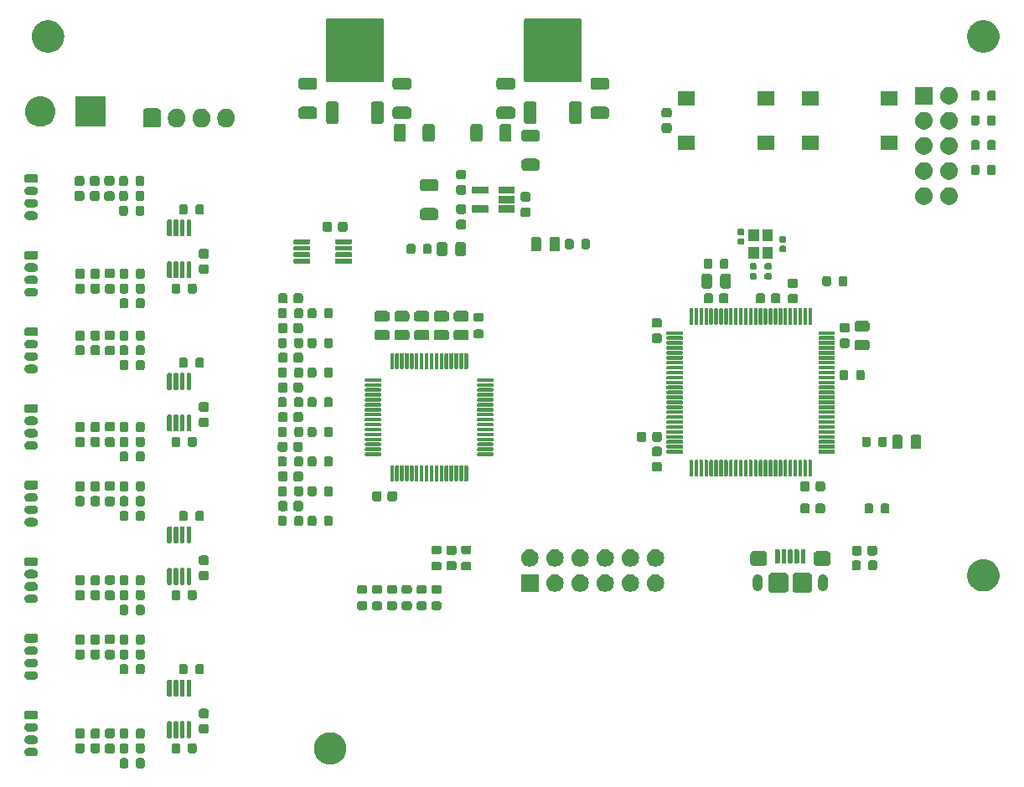
<source format=gts>
G04 #@! TF.GenerationSoftware,KiCad,Pcbnew,7.0.7*
G04 #@! TF.CreationDate,2023-09-24T13:56:50+10:00*
G04 #@! TF.ProjectId,fyp_nubots_ssl,6679705f-6e75-4626-9f74-735f73736c2e,rev?*
G04 #@! TF.SameCoordinates,Original*
G04 #@! TF.FileFunction,Soldermask,Top*
G04 #@! TF.FilePolarity,Negative*
%FSLAX46Y46*%
G04 Gerber Fmt 4.6, Leading zero omitted, Abs format (unit mm)*
G04 Created by KiCad (PCBNEW 7.0.7) date 2023-09-24 13:56:50*
%MOMM*%
%LPD*%
G01*
G04 APERTURE LIST*
G04 APERTURE END LIST*
G36*
X84379047Y-129487805D02*
G01*
X84427661Y-129493445D01*
X84444271Y-129500779D01*
X84466079Y-129505117D01*
X84489425Y-129520716D01*
X84509012Y-129529365D01*
X84522390Y-129542743D01*
X84543291Y-129556709D01*
X84557256Y-129577609D01*
X84570634Y-129590987D01*
X84579281Y-129610572D01*
X84594883Y-129633921D01*
X84599221Y-129655731D01*
X84606554Y-129672338D01*
X84612192Y-129720942D01*
X84613000Y-129725000D01*
X84613000Y-130275000D01*
X84612192Y-130279059D01*
X84606554Y-130327661D01*
X84599221Y-130344266D01*
X84594883Y-130366079D01*
X84579280Y-130389429D01*
X84570634Y-130409012D01*
X84557258Y-130422387D01*
X84543291Y-130443291D01*
X84522387Y-130457258D01*
X84509012Y-130470634D01*
X84489429Y-130479280D01*
X84466079Y-130494883D01*
X84444266Y-130499221D01*
X84427661Y-130506554D01*
X84379059Y-130512192D01*
X84375000Y-130513000D01*
X83975000Y-130513000D01*
X83970942Y-130512192D01*
X83922338Y-130506554D01*
X83905731Y-130499221D01*
X83883921Y-130494883D01*
X83860572Y-130479281D01*
X83840987Y-130470634D01*
X83827609Y-130457256D01*
X83806709Y-130443291D01*
X83792743Y-130422390D01*
X83779365Y-130409012D01*
X83770716Y-130389425D01*
X83755117Y-130366079D01*
X83750779Y-130344271D01*
X83743445Y-130327661D01*
X83737805Y-130279047D01*
X83737000Y-130275000D01*
X83737000Y-129725000D01*
X83737804Y-129720954D01*
X83743445Y-129672338D01*
X83750779Y-129655727D01*
X83755117Y-129633921D01*
X83770715Y-129610576D01*
X83779365Y-129590987D01*
X83792745Y-129577606D01*
X83806709Y-129556709D01*
X83827606Y-129542745D01*
X83840987Y-129529365D01*
X83860576Y-129520715D01*
X83883921Y-129505117D01*
X83905727Y-129500779D01*
X83922338Y-129493445D01*
X83970954Y-129487804D01*
X83975000Y-129487000D01*
X84375000Y-129487000D01*
X84379047Y-129487805D01*
G37*
G36*
X86029047Y-129487805D02*
G01*
X86077661Y-129493445D01*
X86094271Y-129500779D01*
X86116079Y-129505117D01*
X86139425Y-129520716D01*
X86159012Y-129529365D01*
X86172390Y-129542743D01*
X86193291Y-129556709D01*
X86207256Y-129577609D01*
X86220634Y-129590987D01*
X86229281Y-129610572D01*
X86244883Y-129633921D01*
X86249221Y-129655731D01*
X86256554Y-129672338D01*
X86262192Y-129720942D01*
X86263000Y-129725000D01*
X86263000Y-130275000D01*
X86262192Y-130279059D01*
X86256554Y-130327661D01*
X86249221Y-130344266D01*
X86244883Y-130366079D01*
X86229280Y-130389429D01*
X86220634Y-130409012D01*
X86207258Y-130422387D01*
X86193291Y-130443291D01*
X86172387Y-130457258D01*
X86159012Y-130470634D01*
X86139429Y-130479280D01*
X86116079Y-130494883D01*
X86094266Y-130499221D01*
X86077661Y-130506554D01*
X86029059Y-130512192D01*
X86025000Y-130513000D01*
X85625000Y-130513000D01*
X85620942Y-130512192D01*
X85572338Y-130506554D01*
X85555731Y-130499221D01*
X85533921Y-130494883D01*
X85510572Y-130479281D01*
X85490987Y-130470634D01*
X85477609Y-130457256D01*
X85456709Y-130443291D01*
X85442743Y-130422390D01*
X85429365Y-130409012D01*
X85420716Y-130389425D01*
X85405117Y-130366079D01*
X85400779Y-130344271D01*
X85393445Y-130327661D01*
X85387805Y-130279047D01*
X85387000Y-130275000D01*
X85387000Y-129725000D01*
X85387804Y-129720954D01*
X85393445Y-129672338D01*
X85400779Y-129655727D01*
X85405117Y-129633921D01*
X85420715Y-129610576D01*
X85429365Y-129590987D01*
X85442745Y-129577606D01*
X85456709Y-129556709D01*
X85477606Y-129542745D01*
X85490987Y-129529365D01*
X85510576Y-129520715D01*
X85533921Y-129505117D01*
X85555727Y-129500779D01*
X85572338Y-129493445D01*
X85620954Y-129487804D01*
X85625000Y-129487000D01*
X86025000Y-129487000D01*
X86029047Y-129487805D01*
G37*
G36*
X105059975Y-126866720D02*
G01*
X105122394Y-126866720D01*
X105190598Y-126877000D01*
X105256240Y-126882166D01*
X105309150Y-126894868D01*
X105364459Y-126903205D01*
X105436734Y-126925499D01*
X105506170Y-126942169D01*
X105551064Y-126960765D01*
X105598374Y-126975358D01*
X105672654Y-127011129D01*
X105743636Y-127040531D01*
X105780069Y-127062857D01*
X105818935Y-127081574D01*
X105892862Y-127131977D01*
X105962792Y-127174830D01*
X105990794Y-127198746D01*
X106021186Y-127219467D01*
X106092152Y-127285314D01*
X106158241Y-127341759D01*
X106178308Y-127365255D01*
X106200635Y-127385971D01*
X106265909Y-127467823D01*
X106325170Y-127537208D01*
X106338203Y-127558476D01*
X106353264Y-127577362D01*
X106410064Y-127675743D01*
X106459469Y-127756364D01*
X106466725Y-127773882D01*
X106475659Y-127789356D01*
X106521213Y-127905427D01*
X106557831Y-127993830D01*
X106560859Y-128006445D01*
X106565095Y-128017237D01*
X106596800Y-128156151D01*
X106617834Y-128243760D01*
X106618379Y-128250695D01*
X106619565Y-128255888D01*
X106635047Y-128462486D01*
X106638000Y-128500000D01*
X106635047Y-128537516D01*
X106619565Y-128744111D01*
X106618379Y-128749303D01*
X106617834Y-128756240D01*
X106596796Y-128843867D01*
X106565095Y-128982762D01*
X106560860Y-128993551D01*
X106557831Y-129006170D01*
X106521205Y-129094590D01*
X106475659Y-129210643D01*
X106466727Y-129226113D01*
X106459469Y-129243636D01*
X106410054Y-129324272D01*
X106353264Y-129422637D01*
X106338206Y-129441519D01*
X106325170Y-129462792D01*
X106265897Y-129532190D01*
X106200635Y-129614028D01*
X106178312Y-129634740D01*
X106158241Y-129658241D01*
X106092139Y-129714697D01*
X106021186Y-129780532D01*
X105990800Y-129801248D01*
X105962792Y-129825170D01*
X105892848Y-129868031D01*
X105818935Y-129918425D01*
X105780076Y-129937137D01*
X105743636Y-129959469D01*
X105672639Y-129988876D01*
X105598374Y-130024641D01*
X105551074Y-130039231D01*
X105506170Y-130057831D01*
X105436719Y-130074504D01*
X105364459Y-130096794D01*
X105309158Y-130105129D01*
X105256240Y-130117834D01*
X105190594Y-130123000D01*
X105122394Y-130133280D01*
X105059975Y-130133280D01*
X105000000Y-130138000D01*
X104940025Y-130133280D01*
X104877606Y-130133280D01*
X104809405Y-130123000D01*
X104743760Y-130117834D01*
X104690842Y-130105129D01*
X104635540Y-130096794D01*
X104563275Y-130074503D01*
X104493830Y-130057831D01*
X104448928Y-130039232D01*
X104401625Y-130024641D01*
X104327355Y-129988874D01*
X104256364Y-129959469D01*
X104219923Y-129937138D01*
X104181065Y-129918425D01*
X104107148Y-129868029D01*
X104037208Y-129825170D01*
X104009203Y-129801251D01*
X103978813Y-129780532D01*
X103907848Y-129714686D01*
X103841759Y-129658241D01*
X103821691Y-129634744D01*
X103799364Y-129614028D01*
X103734087Y-129532173D01*
X103674830Y-129462792D01*
X103661797Y-129441524D01*
X103646735Y-129422637D01*
X103589928Y-129324244D01*
X103540531Y-129243636D01*
X103533275Y-129226119D01*
X103524340Y-129210643D01*
X103478775Y-129094544D01*
X103442169Y-129006170D01*
X103439141Y-128993558D01*
X103434904Y-128982762D01*
X103403183Y-128843783D01*
X103382166Y-128756240D01*
X103381620Y-128749309D01*
X103380434Y-128744111D01*
X103364932Y-128537267D01*
X103362000Y-128500000D01*
X103364930Y-128462769D01*
X103380434Y-128255888D01*
X103381620Y-128250688D01*
X103382166Y-128243760D01*
X103403178Y-128156235D01*
X103434904Y-128017237D01*
X103439141Y-128006439D01*
X103442169Y-127993830D01*
X103478767Y-127905473D01*
X103524340Y-127789356D01*
X103533276Y-127773876D01*
X103540531Y-127756364D01*
X103589918Y-127675771D01*
X103646735Y-127577362D01*
X103661799Y-127558471D01*
X103674830Y-127537208D01*
X103734075Y-127467840D01*
X103799364Y-127385971D01*
X103821695Y-127365250D01*
X103841759Y-127341759D01*
X103907834Y-127285324D01*
X103978813Y-127219467D01*
X104009209Y-127198743D01*
X104037208Y-127174830D01*
X104107133Y-127131979D01*
X104181065Y-127081574D01*
X104219931Y-127062856D01*
X104256364Y-127040531D01*
X104327341Y-127011131D01*
X104401625Y-126975358D01*
X104448938Y-126960763D01*
X104493830Y-126942169D01*
X104563260Y-126925500D01*
X104635540Y-126903205D01*
X104690851Y-126894868D01*
X104743760Y-126882166D01*
X104809401Y-126877000D01*
X104877606Y-126866720D01*
X104940025Y-126866720D01*
X105000000Y-126862000D01*
X105059975Y-126866720D01*
G37*
G36*
X75115281Y-128441892D02*
G01*
X75145685Y-128451270D01*
X75173252Y-128455234D01*
X75203881Y-128469222D01*
X75240041Y-128480376D01*
X75263852Y-128496609D01*
X75286522Y-128506963D01*
X75314144Y-128530898D01*
X75347916Y-128553923D01*
X75364017Y-128574113D01*
X75380628Y-128588507D01*
X75401936Y-128621663D01*
X75429319Y-128656000D01*
X75437656Y-128677243D01*
X75447951Y-128693262D01*
X75459857Y-128733810D01*
X75477018Y-128777536D01*
X75478499Y-128797298D01*
X75483033Y-128812740D01*
X75483033Y-128857799D01*
X75486775Y-128907732D01*
X75483033Y-128924127D01*
X75483033Y-128937259D01*
X75469573Y-128983097D01*
X75457723Y-129035019D01*
X75450814Y-129046984D01*
X75447951Y-129056737D01*
X75420728Y-129099095D01*
X75392442Y-129148089D01*
X75384514Y-129155444D01*
X75380628Y-129161492D01*
X75340837Y-129195970D01*
X75296734Y-129236893D01*
X75289704Y-129240278D01*
X75286522Y-129243036D01*
X75237291Y-129265519D01*
X75179103Y-129293541D01*
X75174370Y-129294254D01*
X75173252Y-129294765D01*
X75123999Y-129301846D01*
X75050000Y-129313000D01*
X75046425Y-129313000D01*
X74553575Y-129313000D01*
X74550000Y-129313000D01*
X74484719Y-129308108D01*
X74454310Y-129298727D01*
X74426747Y-129294765D01*
X74396122Y-129280779D01*
X74359959Y-129269624D01*
X74336145Y-129253388D01*
X74313477Y-129243036D01*
X74285856Y-129219102D01*
X74252084Y-129196077D01*
X74235982Y-129175885D01*
X74219371Y-129161492D01*
X74198061Y-129128334D01*
X74170681Y-129094000D01*
X74162344Y-129072757D01*
X74152048Y-129056737D01*
X74140141Y-129016185D01*
X74122982Y-128972464D01*
X74121500Y-128952700D01*
X74116967Y-128937259D01*
X74116967Y-128892200D01*
X74113225Y-128842268D01*
X74116967Y-128825872D01*
X74116967Y-128812740D01*
X74130428Y-128766892D01*
X74142277Y-128714981D01*
X74149183Y-128703019D01*
X74152048Y-128693262D01*
X74179286Y-128650879D01*
X74207558Y-128601911D01*
X74215481Y-128594559D01*
X74219371Y-128588507D01*
X74259192Y-128554000D01*
X74303266Y-128513107D01*
X74310290Y-128509724D01*
X74313477Y-128506963D01*
X74362767Y-128484452D01*
X74420897Y-128456459D01*
X74425625Y-128455746D01*
X74426747Y-128455234D01*
X74476100Y-128448138D01*
X74550000Y-128437000D01*
X75050000Y-128437000D01*
X75115281Y-128441892D01*
G37*
G36*
X83006409Y-128038274D02*
G01*
X83066852Y-128046232D01*
X83082057Y-128053322D01*
X83100646Y-128057020D01*
X83125266Y-128073470D01*
X83150407Y-128085194D01*
X83165702Y-128100489D01*
X83185969Y-128114031D01*
X83199510Y-128134297D01*
X83214805Y-128149592D01*
X83226527Y-128174730D01*
X83242980Y-128199354D01*
X83246677Y-128217944D01*
X83253767Y-128233147D01*
X83261722Y-128293577D01*
X83263000Y-128300000D01*
X83263000Y-128750000D01*
X83261722Y-128756424D01*
X83253767Y-128816852D01*
X83246678Y-128832054D01*
X83242980Y-128850646D01*
X83226525Y-128875271D01*
X83214805Y-128900407D01*
X83199512Y-128915699D01*
X83185969Y-128935969D01*
X83165699Y-128949512D01*
X83150407Y-128964805D01*
X83125271Y-128976525D01*
X83100646Y-128992980D01*
X83082054Y-128996678D01*
X83066852Y-129003767D01*
X83006424Y-129011722D01*
X83000000Y-129013000D01*
X82500000Y-129013000D01*
X82493577Y-129011722D01*
X82433147Y-129003767D01*
X82417944Y-128996677D01*
X82399354Y-128992980D01*
X82374730Y-128976527D01*
X82349592Y-128964805D01*
X82334297Y-128949510D01*
X82314031Y-128935969D01*
X82300489Y-128915702D01*
X82285194Y-128900407D01*
X82273470Y-128875266D01*
X82257020Y-128850646D01*
X82253322Y-128832057D01*
X82246232Y-128816852D01*
X82238274Y-128756409D01*
X82237000Y-128750000D01*
X82237000Y-128300000D01*
X82238274Y-128293592D01*
X82246232Y-128233147D01*
X82253322Y-128217940D01*
X82257020Y-128199354D01*
X82273469Y-128174735D01*
X82285194Y-128149592D01*
X82300491Y-128134294D01*
X82314031Y-128114031D01*
X82334294Y-128100491D01*
X82349592Y-128085194D01*
X82374735Y-128073469D01*
X82399354Y-128057020D01*
X82417940Y-128053322D01*
X82433147Y-128046232D01*
X82493592Y-128038274D01*
X82500000Y-128037000D01*
X83000000Y-128037000D01*
X83006409Y-128038274D01*
G37*
G36*
X84379047Y-127987805D02*
G01*
X84427661Y-127993445D01*
X84444271Y-128000779D01*
X84466079Y-128005117D01*
X84489425Y-128020716D01*
X84509012Y-128029365D01*
X84522390Y-128042743D01*
X84543291Y-128056709D01*
X84557256Y-128077609D01*
X84570634Y-128090987D01*
X84579281Y-128110572D01*
X84594883Y-128133921D01*
X84599221Y-128155731D01*
X84606554Y-128172338D01*
X84612192Y-128220942D01*
X84613000Y-128225000D01*
X84613000Y-128775000D01*
X84612192Y-128779059D01*
X84606554Y-128827661D01*
X84599221Y-128844266D01*
X84594883Y-128866079D01*
X84579280Y-128889429D01*
X84570634Y-128909012D01*
X84557258Y-128922387D01*
X84543291Y-128943291D01*
X84522387Y-128957258D01*
X84509012Y-128970634D01*
X84489429Y-128979280D01*
X84466079Y-128994883D01*
X84444266Y-128999221D01*
X84427661Y-129006554D01*
X84379059Y-129012192D01*
X84375000Y-129013000D01*
X83975000Y-129013000D01*
X83970942Y-129012192D01*
X83922338Y-129006554D01*
X83905731Y-128999221D01*
X83883921Y-128994883D01*
X83860572Y-128979281D01*
X83840987Y-128970634D01*
X83827609Y-128957256D01*
X83806709Y-128943291D01*
X83792743Y-128922390D01*
X83779365Y-128909012D01*
X83770716Y-128889425D01*
X83755117Y-128866079D01*
X83750779Y-128844271D01*
X83743445Y-128827661D01*
X83737805Y-128779047D01*
X83737000Y-128775000D01*
X83737000Y-128225000D01*
X83737804Y-128220954D01*
X83743445Y-128172338D01*
X83750779Y-128155727D01*
X83755117Y-128133921D01*
X83770715Y-128110576D01*
X83779365Y-128090987D01*
X83792745Y-128077606D01*
X83806709Y-128056709D01*
X83827606Y-128042745D01*
X83840987Y-128029365D01*
X83860576Y-128020715D01*
X83883921Y-128005117D01*
X83905727Y-128000779D01*
X83922338Y-127993445D01*
X83970954Y-127987804D01*
X83975000Y-127987000D01*
X84375000Y-127987000D01*
X84379047Y-127987805D01*
G37*
G36*
X86029047Y-127987805D02*
G01*
X86077661Y-127993445D01*
X86094271Y-128000779D01*
X86116079Y-128005117D01*
X86139425Y-128020716D01*
X86159012Y-128029365D01*
X86172390Y-128042743D01*
X86193291Y-128056709D01*
X86207256Y-128077609D01*
X86220634Y-128090987D01*
X86229281Y-128110572D01*
X86244883Y-128133921D01*
X86249221Y-128155731D01*
X86256554Y-128172338D01*
X86262192Y-128220942D01*
X86263000Y-128225000D01*
X86263000Y-128775000D01*
X86262192Y-128779059D01*
X86256554Y-128827661D01*
X86249221Y-128844266D01*
X86244883Y-128866079D01*
X86229280Y-128889429D01*
X86220634Y-128909012D01*
X86207258Y-128922387D01*
X86193291Y-128943291D01*
X86172387Y-128957258D01*
X86159012Y-128970634D01*
X86139429Y-128979280D01*
X86116079Y-128994883D01*
X86094266Y-128999221D01*
X86077661Y-129006554D01*
X86029059Y-129012192D01*
X86025000Y-129013000D01*
X85625000Y-129013000D01*
X85620942Y-129012192D01*
X85572338Y-129006554D01*
X85555731Y-128999221D01*
X85533921Y-128994883D01*
X85510572Y-128979281D01*
X85490987Y-128970634D01*
X85477609Y-128957256D01*
X85456709Y-128943291D01*
X85442743Y-128922390D01*
X85429365Y-128909012D01*
X85420716Y-128889425D01*
X85405117Y-128866079D01*
X85400779Y-128844271D01*
X85393445Y-128827661D01*
X85387805Y-128779047D01*
X85387000Y-128775000D01*
X85387000Y-128225000D01*
X85387804Y-128220954D01*
X85393445Y-128172338D01*
X85400779Y-128155727D01*
X85405117Y-128133921D01*
X85420715Y-128110576D01*
X85429365Y-128090987D01*
X85442745Y-128077606D01*
X85456709Y-128056709D01*
X85477606Y-128042745D01*
X85490987Y-128029365D01*
X85510576Y-128020715D01*
X85533921Y-128005117D01*
X85555727Y-128000779D01*
X85572338Y-127993445D01*
X85620954Y-127987804D01*
X85625000Y-127987000D01*
X86025000Y-127987000D01*
X86029047Y-127987805D01*
G37*
G36*
X89629047Y-127987805D02*
G01*
X89677661Y-127993445D01*
X89694271Y-128000779D01*
X89716079Y-128005117D01*
X89739425Y-128020716D01*
X89759012Y-128029365D01*
X89772390Y-128042743D01*
X89793291Y-128056709D01*
X89807256Y-128077609D01*
X89820634Y-128090987D01*
X89829281Y-128110572D01*
X89844883Y-128133921D01*
X89849221Y-128155731D01*
X89856554Y-128172338D01*
X89862192Y-128220942D01*
X89863000Y-128225000D01*
X89863000Y-128775000D01*
X89862192Y-128779059D01*
X89856554Y-128827661D01*
X89849221Y-128844266D01*
X89844883Y-128866079D01*
X89829280Y-128889429D01*
X89820634Y-128909012D01*
X89807258Y-128922387D01*
X89793291Y-128943291D01*
X89772387Y-128957258D01*
X89759012Y-128970634D01*
X89739429Y-128979280D01*
X89716079Y-128994883D01*
X89694266Y-128999221D01*
X89677661Y-129006554D01*
X89629059Y-129012192D01*
X89625000Y-129013000D01*
X89225000Y-129013000D01*
X89220942Y-129012192D01*
X89172338Y-129006554D01*
X89155731Y-128999221D01*
X89133921Y-128994883D01*
X89110572Y-128979281D01*
X89090987Y-128970634D01*
X89077609Y-128957256D01*
X89056709Y-128943291D01*
X89042743Y-128922390D01*
X89029365Y-128909012D01*
X89020716Y-128889425D01*
X89005117Y-128866079D01*
X89000779Y-128844271D01*
X88993445Y-128827661D01*
X88987805Y-128779047D01*
X88987000Y-128775000D01*
X88987000Y-128225000D01*
X88987804Y-128220954D01*
X88993445Y-128172338D01*
X89000779Y-128155727D01*
X89005117Y-128133921D01*
X89020715Y-128110576D01*
X89029365Y-128090987D01*
X89042745Y-128077606D01*
X89056709Y-128056709D01*
X89077606Y-128042745D01*
X89090987Y-128029365D01*
X89110576Y-128020715D01*
X89133921Y-128005117D01*
X89155727Y-128000779D01*
X89172338Y-127993445D01*
X89220954Y-127987804D01*
X89225000Y-127987000D01*
X89625000Y-127987000D01*
X89629047Y-127987805D01*
G37*
G36*
X91279047Y-127987805D02*
G01*
X91327661Y-127993445D01*
X91344271Y-128000779D01*
X91366079Y-128005117D01*
X91389425Y-128020716D01*
X91409012Y-128029365D01*
X91422390Y-128042743D01*
X91443291Y-128056709D01*
X91457256Y-128077609D01*
X91470634Y-128090987D01*
X91479281Y-128110572D01*
X91494883Y-128133921D01*
X91499221Y-128155731D01*
X91506554Y-128172338D01*
X91512192Y-128220942D01*
X91513000Y-128225000D01*
X91513000Y-128775000D01*
X91512192Y-128779059D01*
X91506554Y-128827661D01*
X91499221Y-128844266D01*
X91494883Y-128866079D01*
X91479280Y-128889429D01*
X91470634Y-128909012D01*
X91457258Y-128922387D01*
X91443291Y-128943291D01*
X91422387Y-128957258D01*
X91409012Y-128970634D01*
X91389429Y-128979280D01*
X91366079Y-128994883D01*
X91344266Y-128999221D01*
X91327661Y-129006554D01*
X91279059Y-129012192D01*
X91275000Y-129013000D01*
X90875000Y-129013000D01*
X90870942Y-129012192D01*
X90822338Y-129006554D01*
X90805731Y-128999221D01*
X90783921Y-128994883D01*
X90760572Y-128979281D01*
X90740987Y-128970634D01*
X90727609Y-128957256D01*
X90706709Y-128943291D01*
X90692743Y-128922390D01*
X90679365Y-128909012D01*
X90670716Y-128889425D01*
X90655117Y-128866079D01*
X90650779Y-128844271D01*
X90643445Y-128827661D01*
X90637805Y-128779047D01*
X90637000Y-128775000D01*
X90637000Y-128225000D01*
X90637804Y-128220954D01*
X90643445Y-128172338D01*
X90650779Y-128155727D01*
X90655117Y-128133921D01*
X90670715Y-128110576D01*
X90679365Y-128090987D01*
X90692745Y-128077606D01*
X90706709Y-128056709D01*
X90727606Y-128042745D01*
X90740987Y-128029365D01*
X90760576Y-128020715D01*
X90783921Y-128005117D01*
X90805727Y-128000779D01*
X90822338Y-127993445D01*
X90870954Y-127987804D01*
X90875000Y-127987000D01*
X91275000Y-127987000D01*
X91279047Y-127987805D01*
G37*
G36*
X79956409Y-127968274D02*
G01*
X80016852Y-127976232D01*
X80032057Y-127983322D01*
X80050646Y-127987020D01*
X80075266Y-128003470D01*
X80100407Y-128015194D01*
X80115702Y-128030489D01*
X80135969Y-128044031D01*
X80149510Y-128064297D01*
X80164805Y-128079592D01*
X80176527Y-128104730D01*
X80192980Y-128129354D01*
X80196677Y-128147944D01*
X80203767Y-128163147D01*
X80211722Y-128223577D01*
X80213000Y-128230000D01*
X80213000Y-128730000D01*
X80211722Y-128736424D01*
X80203767Y-128796852D01*
X80196678Y-128812054D01*
X80192980Y-128830646D01*
X80176525Y-128855271D01*
X80164805Y-128880407D01*
X80149512Y-128895699D01*
X80135969Y-128915969D01*
X80115699Y-128929512D01*
X80100407Y-128944805D01*
X80075271Y-128956525D01*
X80050646Y-128972980D01*
X80032054Y-128976678D01*
X80016852Y-128983767D01*
X79956424Y-128991722D01*
X79950000Y-128993000D01*
X79500000Y-128993000D01*
X79493577Y-128991722D01*
X79433147Y-128983767D01*
X79417944Y-128976677D01*
X79399354Y-128972980D01*
X79374730Y-128956527D01*
X79349592Y-128944805D01*
X79334297Y-128929510D01*
X79314031Y-128915969D01*
X79300489Y-128895702D01*
X79285194Y-128880407D01*
X79273470Y-128855266D01*
X79257020Y-128830646D01*
X79253322Y-128812057D01*
X79246232Y-128796852D01*
X79238274Y-128736409D01*
X79237000Y-128730000D01*
X79237000Y-128230000D01*
X79238274Y-128223592D01*
X79246232Y-128163147D01*
X79253322Y-128147940D01*
X79257020Y-128129354D01*
X79273469Y-128104735D01*
X79285194Y-128079592D01*
X79300491Y-128064294D01*
X79314031Y-128044031D01*
X79334294Y-128030491D01*
X79349592Y-128015194D01*
X79374735Y-128003469D01*
X79399354Y-127987020D01*
X79417940Y-127983322D01*
X79433147Y-127976232D01*
X79493592Y-127968274D01*
X79500000Y-127967000D01*
X79950000Y-127967000D01*
X79956409Y-127968274D01*
G37*
G36*
X81506409Y-127968274D02*
G01*
X81566852Y-127976232D01*
X81582057Y-127983322D01*
X81600646Y-127987020D01*
X81625266Y-128003470D01*
X81650407Y-128015194D01*
X81665702Y-128030489D01*
X81685969Y-128044031D01*
X81699510Y-128064297D01*
X81714805Y-128079592D01*
X81726527Y-128104730D01*
X81742980Y-128129354D01*
X81746677Y-128147944D01*
X81753767Y-128163147D01*
X81761722Y-128223577D01*
X81763000Y-128230000D01*
X81763000Y-128730000D01*
X81761722Y-128736424D01*
X81753767Y-128796852D01*
X81746678Y-128812054D01*
X81742980Y-128830646D01*
X81726525Y-128855271D01*
X81714805Y-128880407D01*
X81699512Y-128895699D01*
X81685969Y-128915969D01*
X81665699Y-128929512D01*
X81650407Y-128944805D01*
X81625271Y-128956525D01*
X81600646Y-128972980D01*
X81582054Y-128976678D01*
X81566852Y-128983767D01*
X81506424Y-128991722D01*
X81500000Y-128993000D01*
X81050000Y-128993000D01*
X81043577Y-128991722D01*
X80983147Y-128983767D01*
X80967944Y-128976677D01*
X80949354Y-128972980D01*
X80924730Y-128956527D01*
X80899592Y-128944805D01*
X80884297Y-128929510D01*
X80864031Y-128915969D01*
X80850489Y-128895702D01*
X80835194Y-128880407D01*
X80823470Y-128855266D01*
X80807020Y-128830646D01*
X80803322Y-128812057D01*
X80796232Y-128796852D01*
X80788274Y-128736409D01*
X80787000Y-128730000D01*
X80787000Y-128230000D01*
X80788274Y-128223592D01*
X80796232Y-128163147D01*
X80803322Y-128147940D01*
X80807020Y-128129354D01*
X80823469Y-128104735D01*
X80835194Y-128079592D01*
X80850491Y-128064294D01*
X80864031Y-128044031D01*
X80884294Y-128030491D01*
X80899592Y-128015194D01*
X80924735Y-128003469D01*
X80949354Y-127987020D01*
X80967940Y-127983322D01*
X80983147Y-127976232D01*
X81043592Y-127968274D01*
X81050000Y-127967000D01*
X81500000Y-127967000D01*
X81506409Y-127968274D01*
G37*
G36*
X75115281Y-127191892D02*
G01*
X75145685Y-127201270D01*
X75173252Y-127205234D01*
X75203881Y-127219222D01*
X75240041Y-127230376D01*
X75263852Y-127246609D01*
X75286522Y-127256963D01*
X75314144Y-127280898D01*
X75347916Y-127303923D01*
X75364017Y-127324113D01*
X75380628Y-127338507D01*
X75401936Y-127371663D01*
X75429319Y-127406000D01*
X75437656Y-127427243D01*
X75447951Y-127443262D01*
X75459857Y-127483810D01*
X75477018Y-127527536D01*
X75478499Y-127547298D01*
X75483033Y-127562740D01*
X75483033Y-127607799D01*
X75486775Y-127657732D01*
X75483033Y-127674127D01*
X75483033Y-127687259D01*
X75469573Y-127733097D01*
X75457723Y-127785019D01*
X75450814Y-127796984D01*
X75447951Y-127806737D01*
X75420728Y-127849095D01*
X75392442Y-127898089D01*
X75384514Y-127905444D01*
X75380628Y-127911492D01*
X75340837Y-127945970D01*
X75296734Y-127986893D01*
X75289704Y-127990278D01*
X75286522Y-127993036D01*
X75237291Y-128015519D01*
X75179103Y-128043541D01*
X75174370Y-128044254D01*
X75173252Y-128044765D01*
X75123999Y-128051846D01*
X75050000Y-128063000D01*
X75046425Y-128063000D01*
X74553575Y-128063000D01*
X74550000Y-128063000D01*
X74484719Y-128058108D01*
X74454310Y-128048727D01*
X74426747Y-128044765D01*
X74396122Y-128030779D01*
X74359959Y-128019624D01*
X74336145Y-128003388D01*
X74313477Y-127993036D01*
X74285856Y-127969102D01*
X74252084Y-127946077D01*
X74235982Y-127925885D01*
X74219371Y-127911492D01*
X74198061Y-127878334D01*
X74170681Y-127844000D01*
X74162344Y-127822757D01*
X74152048Y-127806737D01*
X74140141Y-127766185D01*
X74122982Y-127722464D01*
X74121500Y-127702700D01*
X74116967Y-127687259D01*
X74116967Y-127642200D01*
X74113225Y-127592268D01*
X74116967Y-127575872D01*
X74116967Y-127562740D01*
X74130428Y-127516892D01*
X74142277Y-127464981D01*
X74149183Y-127453019D01*
X74152048Y-127443262D01*
X74179286Y-127400879D01*
X74207558Y-127351911D01*
X74215481Y-127344559D01*
X74219371Y-127338507D01*
X74259192Y-127304000D01*
X74303266Y-127263107D01*
X74310290Y-127259724D01*
X74313477Y-127256963D01*
X74362767Y-127234452D01*
X74420897Y-127206459D01*
X74425625Y-127205746D01*
X74426747Y-127205234D01*
X74476100Y-127198138D01*
X74550000Y-127187000D01*
X75050000Y-127187000D01*
X75115281Y-127191892D01*
G37*
G36*
X79956409Y-126488274D02*
G01*
X80016852Y-126496232D01*
X80032057Y-126503322D01*
X80050646Y-126507020D01*
X80075266Y-126523470D01*
X80100407Y-126535194D01*
X80115702Y-126550489D01*
X80135969Y-126564031D01*
X80149510Y-126584297D01*
X80164805Y-126599592D01*
X80176527Y-126624730D01*
X80192980Y-126649354D01*
X80196677Y-126667944D01*
X80203767Y-126683147D01*
X80211722Y-126743577D01*
X80213000Y-126750000D01*
X80213000Y-127250000D01*
X80211722Y-127256424D01*
X80203767Y-127316852D01*
X80196678Y-127332054D01*
X80192980Y-127350646D01*
X80176525Y-127375271D01*
X80164805Y-127400407D01*
X80149512Y-127415699D01*
X80135969Y-127435969D01*
X80115699Y-127449512D01*
X80100407Y-127464805D01*
X80075271Y-127476525D01*
X80050646Y-127492980D01*
X80032054Y-127496678D01*
X80016852Y-127503767D01*
X79956424Y-127511722D01*
X79950000Y-127513000D01*
X79500000Y-127513000D01*
X79493577Y-127511722D01*
X79433147Y-127503767D01*
X79417944Y-127496677D01*
X79399354Y-127492980D01*
X79374730Y-127476527D01*
X79349592Y-127464805D01*
X79334297Y-127449510D01*
X79314031Y-127435969D01*
X79300489Y-127415702D01*
X79285194Y-127400407D01*
X79273470Y-127375266D01*
X79257020Y-127350646D01*
X79253322Y-127332057D01*
X79246232Y-127316852D01*
X79238274Y-127256409D01*
X79237000Y-127250000D01*
X79237000Y-126750000D01*
X79238274Y-126743592D01*
X79246232Y-126683147D01*
X79253322Y-126667940D01*
X79257020Y-126649354D01*
X79273469Y-126624735D01*
X79285194Y-126599592D01*
X79300491Y-126584294D01*
X79314031Y-126564031D01*
X79334294Y-126550491D01*
X79349592Y-126535194D01*
X79374735Y-126523469D01*
X79399354Y-126507020D01*
X79417940Y-126503322D01*
X79433147Y-126496232D01*
X79493592Y-126488274D01*
X79500000Y-126487000D01*
X79950000Y-126487000D01*
X79956409Y-126488274D01*
G37*
G36*
X81506409Y-126488274D02*
G01*
X81566852Y-126496232D01*
X81582057Y-126503322D01*
X81600646Y-126507020D01*
X81625266Y-126523470D01*
X81650407Y-126535194D01*
X81665702Y-126550489D01*
X81685969Y-126564031D01*
X81699510Y-126584297D01*
X81714805Y-126599592D01*
X81726527Y-126624730D01*
X81742980Y-126649354D01*
X81746677Y-126667944D01*
X81753767Y-126683147D01*
X81761722Y-126743577D01*
X81763000Y-126750000D01*
X81763000Y-127250000D01*
X81761722Y-127256424D01*
X81753767Y-127316852D01*
X81746678Y-127332054D01*
X81742980Y-127350646D01*
X81726525Y-127375271D01*
X81714805Y-127400407D01*
X81699512Y-127415699D01*
X81685969Y-127435969D01*
X81665699Y-127449512D01*
X81650407Y-127464805D01*
X81625271Y-127476525D01*
X81600646Y-127492980D01*
X81582054Y-127496678D01*
X81566852Y-127503767D01*
X81506424Y-127511722D01*
X81500000Y-127513000D01*
X81050000Y-127513000D01*
X81043577Y-127511722D01*
X80983147Y-127503767D01*
X80967944Y-127496677D01*
X80949354Y-127492980D01*
X80924730Y-127476527D01*
X80899592Y-127464805D01*
X80884297Y-127449510D01*
X80864031Y-127435969D01*
X80850489Y-127415702D01*
X80835194Y-127400407D01*
X80823470Y-127375266D01*
X80807020Y-127350646D01*
X80803322Y-127332057D01*
X80796232Y-127316852D01*
X80788274Y-127256409D01*
X80787000Y-127250000D01*
X80787000Y-126750000D01*
X80788274Y-126743592D01*
X80796232Y-126683147D01*
X80803322Y-126667940D01*
X80807020Y-126649354D01*
X80823469Y-126624735D01*
X80835194Y-126599592D01*
X80850491Y-126584294D01*
X80864031Y-126564031D01*
X80884294Y-126550491D01*
X80899592Y-126535194D01*
X80924735Y-126523469D01*
X80949354Y-126507020D01*
X80967940Y-126503322D01*
X80983147Y-126496232D01*
X81043592Y-126488274D01*
X81050000Y-126487000D01*
X81500000Y-126487000D01*
X81506409Y-126488274D01*
G37*
G36*
X84379047Y-126487805D02*
G01*
X84427661Y-126493445D01*
X84444271Y-126500779D01*
X84466079Y-126505117D01*
X84489425Y-126520716D01*
X84509012Y-126529365D01*
X84522390Y-126542743D01*
X84543291Y-126556709D01*
X84557256Y-126577609D01*
X84570634Y-126590987D01*
X84579281Y-126610572D01*
X84594883Y-126633921D01*
X84599221Y-126655731D01*
X84606554Y-126672338D01*
X84612192Y-126720942D01*
X84613000Y-126725000D01*
X84613000Y-127275000D01*
X84612192Y-127279059D01*
X84606554Y-127327661D01*
X84599221Y-127344266D01*
X84594883Y-127366079D01*
X84579280Y-127389429D01*
X84570634Y-127409012D01*
X84557258Y-127422387D01*
X84543291Y-127443291D01*
X84522387Y-127457258D01*
X84509012Y-127470634D01*
X84489429Y-127479280D01*
X84466079Y-127494883D01*
X84444266Y-127499221D01*
X84427661Y-127506554D01*
X84379059Y-127512192D01*
X84375000Y-127513000D01*
X83975000Y-127513000D01*
X83970942Y-127512192D01*
X83922338Y-127506554D01*
X83905731Y-127499221D01*
X83883921Y-127494883D01*
X83860572Y-127479281D01*
X83840987Y-127470634D01*
X83827609Y-127457256D01*
X83806709Y-127443291D01*
X83792743Y-127422390D01*
X83779365Y-127409012D01*
X83770716Y-127389425D01*
X83755117Y-127366079D01*
X83750779Y-127344271D01*
X83743445Y-127327661D01*
X83737805Y-127279047D01*
X83737000Y-127275000D01*
X83737000Y-126725000D01*
X83737804Y-126720954D01*
X83743445Y-126672338D01*
X83750779Y-126655727D01*
X83755117Y-126633921D01*
X83770715Y-126610576D01*
X83779365Y-126590987D01*
X83792745Y-126577606D01*
X83806709Y-126556709D01*
X83827606Y-126542745D01*
X83840987Y-126529365D01*
X83860576Y-126520715D01*
X83883921Y-126505117D01*
X83905727Y-126500779D01*
X83922338Y-126493445D01*
X83970954Y-126487804D01*
X83975000Y-126487000D01*
X84375000Y-126487000D01*
X84379047Y-126487805D01*
G37*
G36*
X86029047Y-126487805D02*
G01*
X86077661Y-126493445D01*
X86094271Y-126500779D01*
X86116079Y-126505117D01*
X86139425Y-126520716D01*
X86159012Y-126529365D01*
X86172390Y-126542743D01*
X86193291Y-126556709D01*
X86207256Y-126577609D01*
X86220634Y-126590987D01*
X86229281Y-126610572D01*
X86244883Y-126633921D01*
X86249221Y-126655731D01*
X86256554Y-126672338D01*
X86262192Y-126720942D01*
X86263000Y-126725000D01*
X86263000Y-127275000D01*
X86262192Y-127279059D01*
X86256554Y-127327661D01*
X86249221Y-127344266D01*
X86244883Y-127366079D01*
X86229280Y-127389429D01*
X86220634Y-127409012D01*
X86207258Y-127422387D01*
X86193291Y-127443291D01*
X86172387Y-127457258D01*
X86159012Y-127470634D01*
X86139429Y-127479280D01*
X86116079Y-127494883D01*
X86094266Y-127499221D01*
X86077661Y-127506554D01*
X86029059Y-127512192D01*
X86025000Y-127513000D01*
X85625000Y-127513000D01*
X85620942Y-127512192D01*
X85572338Y-127506554D01*
X85555731Y-127499221D01*
X85533921Y-127494883D01*
X85510572Y-127479281D01*
X85490987Y-127470634D01*
X85477609Y-127457256D01*
X85456709Y-127443291D01*
X85442743Y-127422390D01*
X85429365Y-127409012D01*
X85420716Y-127389425D01*
X85405117Y-127366079D01*
X85400779Y-127344271D01*
X85393445Y-127327661D01*
X85387805Y-127279047D01*
X85387000Y-127275000D01*
X85387000Y-126725000D01*
X85387804Y-126720954D01*
X85393445Y-126672338D01*
X85400779Y-126655727D01*
X85405117Y-126633921D01*
X85420715Y-126610576D01*
X85429365Y-126590987D01*
X85442745Y-126577606D01*
X85456709Y-126556709D01*
X85477606Y-126542745D01*
X85490987Y-126529365D01*
X85510576Y-126520715D01*
X85533921Y-126505117D01*
X85555727Y-126500779D01*
X85572338Y-126493445D01*
X85620954Y-126487804D01*
X85625000Y-126487000D01*
X86025000Y-126487000D01*
X86029047Y-126487805D01*
G37*
G36*
X83006409Y-126488274D02*
G01*
X83066852Y-126496232D01*
X83082057Y-126503322D01*
X83100646Y-126507020D01*
X83125266Y-126523470D01*
X83150407Y-126535194D01*
X83165702Y-126550489D01*
X83185969Y-126564031D01*
X83199510Y-126584297D01*
X83214805Y-126599592D01*
X83226527Y-126624730D01*
X83242980Y-126649354D01*
X83246677Y-126667944D01*
X83253767Y-126683147D01*
X83261722Y-126743577D01*
X83263000Y-126750000D01*
X83263000Y-127200000D01*
X83261722Y-127206424D01*
X83253767Y-127266852D01*
X83246678Y-127282054D01*
X83242980Y-127300646D01*
X83226525Y-127325271D01*
X83214805Y-127350407D01*
X83199512Y-127365699D01*
X83185969Y-127385969D01*
X83165699Y-127399512D01*
X83150407Y-127414805D01*
X83125271Y-127426525D01*
X83100646Y-127442980D01*
X83082054Y-127446678D01*
X83066852Y-127453767D01*
X83006424Y-127461722D01*
X83000000Y-127463000D01*
X82500000Y-127463000D01*
X82493577Y-127461722D01*
X82433147Y-127453767D01*
X82417944Y-127446677D01*
X82399354Y-127442980D01*
X82374730Y-127426527D01*
X82349592Y-127414805D01*
X82334297Y-127399510D01*
X82314031Y-127385969D01*
X82300489Y-127365702D01*
X82285194Y-127350407D01*
X82273470Y-127325266D01*
X82257020Y-127300646D01*
X82253322Y-127282057D01*
X82246232Y-127266852D01*
X82238274Y-127206409D01*
X82237000Y-127200000D01*
X82237000Y-126750000D01*
X82238274Y-126743592D01*
X82246232Y-126683147D01*
X82253322Y-126667940D01*
X82257020Y-126649354D01*
X82273469Y-126624735D01*
X82285194Y-126599592D01*
X82300491Y-126584294D01*
X82314031Y-126564031D01*
X82334294Y-126550491D01*
X82349592Y-126535194D01*
X82374735Y-126523469D01*
X82399354Y-126507020D01*
X82417940Y-126503322D01*
X82433147Y-126496232D01*
X82493592Y-126488274D01*
X82500000Y-126487000D01*
X83000000Y-126487000D01*
X83006409Y-126488274D01*
G37*
G36*
X88927810Y-125772505D02*
G01*
X88972581Y-125802419D01*
X89002495Y-125847190D01*
X89013000Y-125900000D01*
X89013000Y-127325000D01*
X89002495Y-127377810D01*
X88972581Y-127422581D01*
X88927810Y-127452495D01*
X88875000Y-127463000D01*
X88675000Y-127463000D01*
X88622190Y-127452495D01*
X88577419Y-127422581D01*
X88547505Y-127377810D01*
X88537000Y-127325000D01*
X88537000Y-125900000D01*
X88547505Y-125847190D01*
X88577419Y-125802419D01*
X88622190Y-125772505D01*
X88675000Y-125762000D01*
X88875000Y-125762000D01*
X88927810Y-125772505D01*
G37*
G36*
X89577810Y-125772505D02*
G01*
X89622581Y-125802419D01*
X89652495Y-125847190D01*
X89663000Y-125900000D01*
X89663000Y-127325000D01*
X89652495Y-127377810D01*
X89622581Y-127422581D01*
X89577810Y-127452495D01*
X89525000Y-127463000D01*
X89325000Y-127463000D01*
X89272190Y-127452495D01*
X89227419Y-127422581D01*
X89197505Y-127377810D01*
X89187000Y-127325000D01*
X89187000Y-125900000D01*
X89197505Y-125847190D01*
X89227419Y-125802419D01*
X89272190Y-125772505D01*
X89325000Y-125762000D01*
X89525000Y-125762000D01*
X89577810Y-125772505D01*
G37*
G36*
X90227810Y-125772505D02*
G01*
X90272581Y-125802419D01*
X90302495Y-125847190D01*
X90313000Y-125900000D01*
X90313000Y-127325000D01*
X90302495Y-127377810D01*
X90272581Y-127422581D01*
X90227810Y-127452495D01*
X90175000Y-127463000D01*
X89975000Y-127463000D01*
X89922190Y-127452495D01*
X89877419Y-127422581D01*
X89847505Y-127377810D01*
X89837000Y-127325000D01*
X89837000Y-125900000D01*
X89847505Y-125847190D01*
X89877419Y-125802419D01*
X89922190Y-125772505D01*
X89975000Y-125762000D01*
X90175000Y-125762000D01*
X90227810Y-125772505D01*
G37*
G36*
X90877810Y-125772505D02*
G01*
X90922581Y-125802419D01*
X90952495Y-125847190D01*
X90963000Y-125900000D01*
X90963000Y-127325000D01*
X90952495Y-127377810D01*
X90922581Y-127422581D01*
X90877810Y-127452495D01*
X90825000Y-127463000D01*
X90625000Y-127463000D01*
X90572190Y-127452495D01*
X90527419Y-127422581D01*
X90497505Y-127377810D01*
X90487000Y-127325000D01*
X90487000Y-125900000D01*
X90497505Y-125847190D01*
X90527419Y-125802419D01*
X90572190Y-125772505D01*
X90625000Y-125762000D01*
X90825000Y-125762000D01*
X90877810Y-125772505D01*
G37*
G36*
X92506409Y-126038274D02*
G01*
X92566852Y-126046232D01*
X92582057Y-126053322D01*
X92600646Y-126057020D01*
X92625266Y-126073470D01*
X92650407Y-126085194D01*
X92665702Y-126100489D01*
X92685969Y-126114031D01*
X92699510Y-126134297D01*
X92714805Y-126149592D01*
X92726527Y-126174730D01*
X92742980Y-126199354D01*
X92746677Y-126217944D01*
X92753767Y-126233147D01*
X92761722Y-126293577D01*
X92763000Y-126300000D01*
X92763000Y-126750000D01*
X92761722Y-126756424D01*
X92753767Y-126816852D01*
X92746678Y-126832054D01*
X92742980Y-126850646D01*
X92726525Y-126875271D01*
X92714805Y-126900407D01*
X92699512Y-126915699D01*
X92685969Y-126935969D01*
X92665699Y-126949512D01*
X92650407Y-126964805D01*
X92625271Y-126976525D01*
X92600646Y-126992980D01*
X92582054Y-126996678D01*
X92566852Y-127003767D01*
X92506424Y-127011722D01*
X92500000Y-127013000D01*
X92000000Y-127013000D01*
X91993577Y-127011722D01*
X91933147Y-127003767D01*
X91917944Y-126996677D01*
X91899354Y-126992980D01*
X91874730Y-126976527D01*
X91849592Y-126964805D01*
X91834297Y-126949510D01*
X91814031Y-126935969D01*
X91800489Y-126915702D01*
X91785194Y-126900407D01*
X91773470Y-126875266D01*
X91757020Y-126850646D01*
X91753322Y-126832057D01*
X91746232Y-126816852D01*
X91738274Y-126756409D01*
X91737000Y-126750000D01*
X91737000Y-126300000D01*
X91738274Y-126293592D01*
X91746232Y-126233147D01*
X91753322Y-126217940D01*
X91757020Y-126199354D01*
X91773469Y-126174735D01*
X91785194Y-126149592D01*
X91800491Y-126134294D01*
X91814031Y-126114031D01*
X91834294Y-126100491D01*
X91849592Y-126085194D01*
X91874735Y-126073469D01*
X91899354Y-126057020D01*
X91917940Y-126053322D01*
X91933147Y-126046232D01*
X91993592Y-126038274D01*
X92000000Y-126037000D01*
X92500000Y-126037000D01*
X92506409Y-126038274D01*
G37*
G36*
X75115281Y-125941892D02*
G01*
X75145685Y-125951270D01*
X75173252Y-125955234D01*
X75203881Y-125969222D01*
X75240041Y-125980376D01*
X75263852Y-125996609D01*
X75286522Y-126006963D01*
X75314144Y-126030898D01*
X75347916Y-126053923D01*
X75364017Y-126074113D01*
X75380628Y-126088507D01*
X75401936Y-126121663D01*
X75429319Y-126156000D01*
X75437656Y-126177243D01*
X75447951Y-126193262D01*
X75459857Y-126233810D01*
X75477018Y-126277536D01*
X75478499Y-126297298D01*
X75483033Y-126312740D01*
X75483033Y-126357799D01*
X75486775Y-126407732D01*
X75483033Y-126424127D01*
X75483033Y-126437259D01*
X75469573Y-126483097D01*
X75457723Y-126535019D01*
X75450814Y-126546984D01*
X75447951Y-126556737D01*
X75420728Y-126599095D01*
X75392442Y-126648089D01*
X75384514Y-126655444D01*
X75380628Y-126661492D01*
X75340837Y-126695970D01*
X75296734Y-126736893D01*
X75289704Y-126740278D01*
X75286522Y-126743036D01*
X75237291Y-126765519D01*
X75179103Y-126793541D01*
X75174370Y-126794254D01*
X75173252Y-126794765D01*
X75123999Y-126801846D01*
X75050000Y-126813000D01*
X75046425Y-126813000D01*
X74553575Y-126813000D01*
X74550000Y-126813000D01*
X74484719Y-126808108D01*
X74454310Y-126798727D01*
X74426747Y-126794765D01*
X74396122Y-126780779D01*
X74359959Y-126769624D01*
X74336145Y-126753388D01*
X74313477Y-126743036D01*
X74285856Y-126719102D01*
X74252084Y-126696077D01*
X74235982Y-126675885D01*
X74219371Y-126661492D01*
X74198061Y-126628334D01*
X74170681Y-126594000D01*
X74162344Y-126572757D01*
X74152048Y-126556737D01*
X74140141Y-126516185D01*
X74122982Y-126472464D01*
X74121500Y-126452700D01*
X74116967Y-126437259D01*
X74116967Y-126392200D01*
X74113225Y-126342268D01*
X74116967Y-126325872D01*
X74116967Y-126312740D01*
X74130428Y-126266892D01*
X74142277Y-126214981D01*
X74149183Y-126203019D01*
X74152048Y-126193262D01*
X74179286Y-126150879D01*
X74207558Y-126101911D01*
X74215481Y-126094559D01*
X74219371Y-126088507D01*
X74259192Y-126054000D01*
X74303266Y-126013107D01*
X74310290Y-126009724D01*
X74313477Y-126006963D01*
X74362767Y-125984452D01*
X74420897Y-125956459D01*
X74425625Y-125955746D01*
X74426747Y-125955234D01*
X74476100Y-125948138D01*
X74550000Y-125937000D01*
X75050000Y-125937000D01*
X75115281Y-125941892D01*
G37*
G36*
X75254047Y-124687805D02*
G01*
X75302661Y-124693445D01*
X75319271Y-124700779D01*
X75341079Y-124705117D01*
X75364425Y-124720716D01*
X75384012Y-124729365D01*
X75397390Y-124742743D01*
X75418291Y-124756709D01*
X75432256Y-124777609D01*
X75445634Y-124790987D01*
X75454281Y-124810572D01*
X75469883Y-124833921D01*
X75474221Y-124855731D01*
X75481554Y-124872338D01*
X75487192Y-124920942D01*
X75488000Y-124925000D01*
X75488000Y-125325000D01*
X75487192Y-125329059D01*
X75481554Y-125377661D01*
X75474221Y-125394266D01*
X75469883Y-125416079D01*
X75454280Y-125439429D01*
X75445634Y-125459012D01*
X75432258Y-125472387D01*
X75418291Y-125493291D01*
X75397387Y-125507258D01*
X75384012Y-125520634D01*
X75364429Y-125529280D01*
X75341079Y-125544883D01*
X75319266Y-125549221D01*
X75302661Y-125556554D01*
X75254059Y-125562192D01*
X75250000Y-125563000D01*
X74350000Y-125563000D01*
X74345942Y-125562192D01*
X74297338Y-125556554D01*
X74280731Y-125549221D01*
X74258921Y-125544883D01*
X74235572Y-125529281D01*
X74215987Y-125520634D01*
X74202609Y-125507256D01*
X74181709Y-125493291D01*
X74167743Y-125472390D01*
X74154365Y-125459012D01*
X74145716Y-125439425D01*
X74130117Y-125416079D01*
X74125779Y-125394271D01*
X74118445Y-125377661D01*
X74112805Y-125329047D01*
X74112000Y-125325000D01*
X74112000Y-124925000D01*
X74112804Y-124920954D01*
X74118445Y-124872338D01*
X74125779Y-124855727D01*
X74130117Y-124833921D01*
X74145715Y-124810576D01*
X74154365Y-124790987D01*
X74167745Y-124777606D01*
X74181709Y-124756709D01*
X74202606Y-124742745D01*
X74215987Y-124729365D01*
X74235576Y-124720715D01*
X74258921Y-124705117D01*
X74280727Y-124700779D01*
X74297338Y-124693445D01*
X74345954Y-124687804D01*
X74350000Y-124687000D01*
X75250000Y-124687000D01*
X75254047Y-124687805D01*
G37*
G36*
X92506409Y-124488274D02*
G01*
X92566852Y-124496232D01*
X92582057Y-124503322D01*
X92600646Y-124507020D01*
X92625266Y-124523470D01*
X92650407Y-124535194D01*
X92665702Y-124550489D01*
X92685969Y-124564031D01*
X92699510Y-124584297D01*
X92714805Y-124599592D01*
X92726527Y-124624730D01*
X92742980Y-124649354D01*
X92746677Y-124667944D01*
X92753767Y-124683147D01*
X92761722Y-124743577D01*
X92763000Y-124750000D01*
X92763000Y-125200000D01*
X92761722Y-125206424D01*
X92753767Y-125266852D01*
X92746678Y-125282054D01*
X92742980Y-125300646D01*
X92726525Y-125325271D01*
X92714805Y-125350407D01*
X92699512Y-125365699D01*
X92685969Y-125385969D01*
X92665699Y-125399512D01*
X92650407Y-125414805D01*
X92625271Y-125426525D01*
X92600646Y-125442980D01*
X92582054Y-125446678D01*
X92566852Y-125453767D01*
X92506424Y-125461722D01*
X92500000Y-125463000D01*
X92000000Y-125463000D01*
X91993577Y-125461722D01*
X91933147Y-125453767D01*
X91917944Y-125446677D01*
X91899354Y-125442980D01*
X91874730Y-125426527D01*
X91849592Y-125414805D01*
X91834297Y-125399510D01*
X91814031Y-125385969D01*
X91800489Y-125365702D01*
X91785194Y-125350407D01*
X91773470Y-125325266D01*
X91757020Y-125300646D01*
X91753322Y-125282057D01*
X91746232Y-125266852D01*
X91738274Y-125206409D01*
X91737000Y-125200000D01*
X91737000Y-124750000D01*
X91738274Y-124743592D01*
X91746232Y-124683147D01*
X91753322Y-124667940D01*
X91757020Y-124649354D01*
X91773469Y-124624735D01*
X91785194Y-124599592D01*
X91800491Y-124584294D01*
X91814031Y-124564031D01*
X91834294Y-124550491D01*
X91849592Y-124535194D01*
X91874735Y-124523469D01*
X91899354Y-124507020D01*
X91917940Y-124503322D01*
X91933147Y-124496232D01*
X91993592Y-124488274D01*
X92000000Y-124487000D01*
X92500000Y-124487000D01*
X92506409Y-124488274D01*
G37*
G36*
X88927810Y-121547505D02*
G01*
X88972581Y-121577419D01*
X89002495Y-121622190D01*
X89013000Y-121675000D01*
X89013000Y-123100000D01*
X89002495Y-123152810D01*
X88972581Y-123197581D01*
X88927810Y-123227495D01*
X88875000Y-123238000D01*
X88675000Y-123238000D01*
X88622190Y-123227495D01*
X88577419Y-123197581D01*
X88547505Y-123152810D01*
X88537000Y-123100000D01*
X88537000Y-121675000D01*
X88547505Y-121622190D01*
X88577419Y-121577419D01*
X88622190Y-121547505D01*
X88675000Y-121537000D01*
X88875000Y-121537000D01*
X88927810Y-121547505D01*
G37*
G36*
X89577810Y-121547505D02*
G01*
X89622581Y-121577419D01*
X89652495Y-121622190D01*
X89663000Y-121675000D01*
X89663000Y-123100000D01*
X89652495Y-123152810D01*
X89622581Y-123197581D01*
X89577810Y-123227495D01*
X89525000Y-123238000D01*
X89325000Y-123238000D01*
X89272190Y-123227495D01*
X89227419Y-123197581D01*
X89197505Y-123152810D01*
X89187000Y-123100000D01*
X89187000Y-121675000D01*
X89197505Y-121622190D01*
X89227419Y-121577419D01*
X89272190Y-121547505D01*
X89325000Y-121537000D01*
X89525000Y-121537000D01*
X89577810Y-121547505D01*
G37*
G36*
X90227810Y-121547505D02*
G01*
X90272581Y-121577419D01*
X90302495Y-121622190D01*
X90313000Y-121675000D01*
X90313000Y-123100000D01*
X90302495Y-123152810D01*
X90272581Y-123197581D01*
X90227810Y-123227495D01*
X90175000Y-123238000D01*
X89975000Y-123238000D01*
X89922190Y-123227495D01*
X89877419Y-123197581D01*
X89847505Y-123152810D01*
X89837000Y-123100000D01*
X89837000Y-121675000D01*
X89847505Y-121622190D01*
X89877419Y-121577419D01*
X89922190Y-121547505D01*
X89975000Y-121537000D01*
X90175000Y-121537000D01*
X90227810Y-121547505D01*
G37*
G36*
X90877810Y-121547505D02*
G01*
X90922581Y-121577419D01*
X90952495Y-121622190D01*
X90963000Y-121675000D01*
X90963000Y-123100000D01*
X90952495Y-123152810D01*
X90922581Y-123197581D01*
X90877810Y-123227495D01*
X90825000Y-123238000D01*
X90625000Y-123238000D01*
X90572190Y-123227495D01*
X90527419Y-123197581D01*
X90497505Y-123152810D01*
X90487000Y-123100000D01*
X90487000Y-121675000D01*
X90497505Y-121622190D01*
X90527419Y-121577419D01*
X90572190Y-121547505D01*
X90625000Y-121537000D01*
X90825000Y-121537000D01*
X90877810Y-121547505D01*
G37*
G36*
X75115281Y-120691892D02*
G01*
X75145685Y-120701270D01*
X75173252Y-120705234D01*
X75203881Y-120719222D01*
X75240041Y-120730376D01*
X75263852Y-120746609D01*
X75286522Y-120756963D01*
X75314144Y-120780898D01*
X75347916Y-120803923D01*
X75364017Y-120824113D01*
X75380628Y-120838507D01*
X75401936Y-120871663D01*
X75429319Y-120906000D01*
X75437656Y-120927243D01*
X75447951Y-120943262D01*
X75459857Y-120983810D01*
X75477018Y-121027536D01*
X75478499Y-121047298D01*
X75483033Y-121062740D01*
X75483033Y-121107799D01*
X75486775Y-121157732D01*
X75483033Y-121174127D01*
X75483033Y-121187259D01*
X75469573Y-121233097D01*
X75457723Y-121285019D01*
X75450814Y-121296984D01*
X75447951Y-121306737D01*
X75420728Y-121349095D01*
X75392442Y-121398089D01*
X75384514Y-121405444D01*
X75380628Y-121411492D01*
X75340837Y-121445970D01*
X75296734Y-121486893D01*
X75289704Y-121490278D01*
X75286522Y-121493036D01*
X75237291Y-121515519D01*
X75179103Y-121543541D01*
X75174370Y-121544254D01*
X75173252Y-121544765D01*
X75123999Y-121551846D01*
X75050000Y-121563000D01*
X75046425Y-121563000D01*
X74553575Y-121563000D01*
X74550000Y-121563000D01*
X74484719Y-121558108D01*
X74454310Y-121548727D01*
X74426747Y-121544765D01*
X74396122Y-121530779D01*
X74359959Y-121519624D01*
X74336145Y-121503388D01*
X74313477Y-121493036D01*
X74285856Y-121469102D01*
X74252084Y-121446077D01*
X74235982Y-121425885D01*
X74219371Y-121411492D01*
X74198061Y-121378334D01*
X74170681Y-121344000D01*
X74162344Y-121322757D01*
X74152048Y-121306737D01*
X74140141Y-121266185D01*
X74122982Y-121222464D01*
X74121500Y-121202700D01*
X74116967Y-121187259D01*
X74116967Y-121142200D01*
X74113225Y-121092268D01*
X74116967Y-121075872D01*
X74116967Y-121062740D01*
X74130428Y-121016892D01*
X74142277Y-120964981D01*
X74149183Y-120953019D01*
X74152048Y-120943262D01*
X74179286Y-120900879D01*
X74207558Y-120851911D01*
X74215481Y-120844559D01*
X74219371Y-120838507D01*
X74259192Y-120804000D01*
X74303266Y-120763107D01*
X74310290Y-120759724D01*
X74313477Y-120756963D01*
X74362767Y-120734452D01*
X74420897Y-120706459D01*
X74425625Y-120705746D01*
X74426747Y-120705234D01*
X74476100Y-120698138D01*
X74550000Y-120687000D01*
X75050000Y-120687000D01*
X75115281Y-120691892D01*
G37*
G36*
X84379047Y-119987805D02*
G01*
X84427661Y-119993445D01*
X84444271Y-120000779D01*
X84466079Y-120005117D01*
X84489425Y-120020716D01*
X84509012Y-120029365D01*
X84522390Y-120042743D01*
X84543291Y-120056709D01*
X84557256Y-120077609D01*
X84570634Y-120090987D01*
X84579281Y-120110572D01*
X84594883Y-120133921D01*
X84599221Y-120155731D01*
X84606554Y-120172338D01*
X84612192Y-120220942D01*
X84613000Y-120225000D01*
X84613000Y-120775000D01*
X84612192Y-120779059D01*
X84606554Y-120827661D01*
X84599221Y-120844266D01*
X84594883Y-120866079D01*
X84579280Y-120889429D01*
X84570634Y-120909012D01*
X84557258Y-120922387D01*
X84543291Y-120943291D01*
X84522387Y-120957258D01*
X84509012Y-120970634D01*
X84489429Y-120979280D01*
X84466079Y-120994883D01*
X84444266Y-120999221D01*
X84427661Y-121006554D01*
X84379059Y-121012192D01*
X84375000Y-121013000D01*
X83975000Y-121013000D01*
X83970942Y-121012192D01*
X83922338Y-121006554D01*
X83905731Y-120999221D01*
X83883921Y-120994883D01*
X83860572Y-120979281D01*
X83840987Y-120970634D01*
X83827609Y-120957256D01*
X83806709Y-120943291D01*
X83792743Y-120922390D01*
X83779365Y-120909012D01*
X83770716Y-120889425D01*
X83755117Y-120866079D01*
X83750779Y-120844271D01*
X83743445Y-120827661D01*
X83737805Y-120779047D01*
X83737000Y-120775000D01*
X83737000Y-120225000D01*
X83737804Y-120220954D01*
X83743445Y-120172338D01*
X83750779Y-120155727D01*
X83755117Y-120133921D01*
X83770715Y-120110576D01*
X83779365Y-120090987D01*
X83792745Y-120077606D01*
X83806709Y-120056709D01*
X83827606Y-120042745D01*
X83840987Y-120029365D01*
X83860576Y-120020715D01*
X83883921Y-120005117D01*
X83905727Y-120000779D01*
X83922338Y-119993445D01*
X83970954Y-119987804D01*
X83975000Y-119987000D01*
X84375000Y-119987000D01*
X84379047Y-119987805D01*
G37*
G36*
X86029047Y-119987805D02*
G01*
X86077661Y-119993445D01*
X86094271Y-120000779D01*
X86116079Y-120005117D01*
X86139425Y-120020716D01*
X86159012Y-120029365D01*
X86172390Y-120042743D01*
X86193291Y-120056709D01*
X86207256Y-120077609D01*
X86220634Y-120090987D01*
X86229281Y-120110572D01*
X86244883Y-120133921D01*
X86249221Y-120155731D01*
X86256554Y-120172338D01*
X86262192Y-120220942D01*
X86263000Y-120225000D01*
X86263000Y-120775000D01*
X86262192Y-120779059D01*
X86256554Y-120827661D01*
X86249221Y-120844266D01*
X86244883Y-120866079D01*
X86229280Y-120889429D01*
X86220634Y-120909012D01*
X86207258Y-120922387D01*
X86193291Y-120943291D01*
X86172387Y-120957258D01*
X86159012Y-120970634D01*
X86139429Y-120979280D01*
X86116079Y-120994883D01*
X86094266Y-120999221D01*
X86077661Y-121006554D01*
X86029059Y-121012192D01*
X86025000Y-121013000D01*
X85625000Y-121013000D01*
X85620942Y-121012192D01*
X85572338Y-121006554D01*
X85555731Y-120999221D01*
X85533921Y-120994883D01*
X85510572Y-120979281D01*
X85490987Y-120970634D01*
X85477609Y-120957256D01*
X85456709Y-120943291D01*
X85442743Y-120922390D01*
X85429365Y-120909012D01*
X85420716Y-120889425D01*
X85405117Y-120866079D01*
X85400779Y-120844271D01*
X85393445Y-120827661D01*
X85387805Y-120779047D01*
X85387000Y-120775000D01*
X85387000Y-120225000D01*
X85387804Y-120220954D01*
X85393445Y-120172338D01*
X85400779Y-120155727D01*
X85405117Y-120133921D01*
X85420715Y-120110576D01*
X85429365Y-120090987D01*
X85442745Y-120077606D01*
X85456709Y-120056709D01*
X85477606Y-120042745D01*
X85490987Y-120029365D01*
X85510576Y-120020715D01*
X85533921Y-120005117D01*
X85555727Y-120000779D01*
X85572338Y-119993445D01*
X85620954Y-119987804D01*
X85625000Y-119987000D01*
X86025000Y-119987000D01*
X86029047Y-119987805D01*
G37*
G36*
X90379047Y-119987805D02*
G01*
X90427661Y-119993445D01*
X90444271Y-120000779D01*
X90466079Y-120005117D01*
X90489425Y-120020716D01*
X90509012Y-120029365D01*
X90522390Y-120042743D01*
X90543291Y-120056709D01*
X90557256Y-120077609D01*
X90570634Y-120090987D01*
X90579281Y-120110572D01*
X90594883Y-120133921D01*
X90599221Y-120155731D01*
X90606554Y-120172338D01*
X90612192Y-120220942D01*
X90613000Y-120225000D01*
X90613000Y-120775000D01*
X90612192Y-120779059D01*
X90606554Y-120827661D01*
X90599221Y-120844266D01*
X90594883Y-120866079D01*
X90579280Y-120889429D01*
X90570634Y-120909012D01*
X90557258Y-120922387D01*
X90543291Y-120943291D01*
X90522387Y-120957258D01*
X90509012Y-120970634D01*
X90489429Y-120979280D01*
X90466079Y-120994883D01*
X90444266Y-120999221D01*
X90427661Y-121006554D01*
X90379059Y-121012192D01*
X90375000Y-121013000D01*
X89975000Y-121013000D01*
X89970942Y-121012192D01*
X89922338Y-121006554D01*
X89905731Y-120999221D01*
X89883921Y-120994883D01*
X89860572Y-120979281D01*
X89840987Y-120970634D01*
X89827609Y-120957256D01*
X89806709Y-120943291D01*
X89792743Y-120922390D01*
X89779365Y-120909012D01*
X89770716Y-120889425D01*
X89755117Y-120866079D01*
X89750779Y-120844271D01*
X89743445Y-120827661D01*
X89737805Y-120779047D01*
X89737000Y-120775000D01*
X89737000Y-120225000D01*
X89737804Y-120220954D01*
X89743445Y-120172338D01*
X89750779Y-120155727D01*
X89755117Y-120133921D01*
X89770715Y-120110576D01*
X89779365Y-120090987D01*
X89792745Y-120077606D01*
X89806709Y-120056709D01*
X89827606Y-120042745D01*
X89840987Y-120029365D01*
X89860576Y-120020715D01*
X89883921Y-120005117D01*
X89905727Y-120000779D01*
X89922338Y-119993445D01*
X89970954Y-119987804D01*
X89975000Y-119987000D01*
X90375000Y-119987000D01*
X90379047Y-119987805D01*
G37*
G36*
X92029047Y-119987805D02*
G01*
X92077661Y-119993445D01*
X92094271Y-120000779D01*
X92116079Y-120005117D01*
X92139425Y-120020716D01*
X92159012Y-120029365D01*
X92172390Y-120042743D01*
X92193291Y-120056709D01*
X92207256Y-120077609D01*
X92220634Y-120090987D01*
X92229281Y-120110572D01*
X92244883Y-120133921D01*
X92249221Y-120155731D01*
X92256554Y-120172338D01*
X92262192Y-120220942D01*
X92263000Y-120225000D01*
X92263000Y-120775000D01*
X92262192Y-120779059D01*
X92256554Y-120827661D01*
X92249221Y-120844266D01*
X92244883Y-120866079D01*
X92229280Y-120889429D01*
X92220634Y-120909012D01*
X92207258Y-120922387D01*
X92193291Y-120943291D01*
X92172387Y-120957258D01*
X92159012Y-120970634D01*
X92139429Y-120979280D01*
X92116079Y-120994883D01*
X92094266Y-120999221D01*
X92077661Y-121006554D01*
X92029059Y-121012192D01*
X92025000Y-121013000D01*
X91625000Y-121013000D01*
X91620942Y-121012192D01*
X91572338Y-121006554D01*
X91555731Y-120999221D01*
X91533921Y-120994883D01*
X91510572Y-120979281D01*
X91490987Y-120970634D01*
X91477609Y-120957256D01*
X91456709Y-120943291D01*
X91442743Y-120922390D01*
X91429365Y-120909012D01*
X91420716Y-120889425D01*
X91405117Y-120866079D01*
X91400779Y-120844271D01*
X91393445Y-120827661D01*
X91387805Y-120779047D01*
X91387000Y-120775000D01*
X91387000Y-120225000D01*
X91387804Y-120220954D01*
X91393445Y-120172338D01*
X91400779Y-120155727D01*
X91405117Y-120133921D01*
X91420715Y-120110576D01*
X91429365Y-120090987D01*
X91442745Y-120077606D01*
X91456709Y-120056709D01*
X91477606Y-120042745D01*
X91490987Y-120029365D01*
X91510576Y-120020715D01*
X91533921Y-120005117D01*
X91555727Y-120000779D01*
X91572338Y-119993445D01*
X91620954Y-119987804D01*
X91625000Y-119987000D01*
X92025000Y-119987000D01*
X92029047Y-119987805D01*
G37*
G36*
X75115281Y-119441892D02*
G01*
X75145685Y-119451270D01*
X75173252Y-119455234D01*
X75203881Y-119469222D01*
X75240041Y-119480376D01*
X75263852Y-119496609D01*
X75286522Y-119506963D01*
X75314144Y-119530898D01*
X75347916Y-119553923D01*
X75364017Y-119574113D01*
X75380628Y-119588507D01*
X75401936Y-119621663D01*
X75429319Y-119656000D01*
X75437656Y-119677243D01*
X75447951Y-119693262D01*
X75459857Y-119733810D01*
X75477018Y-119777536D01*
X75478499Y-119797298D01*
X75483033Y-119812740D01*
X75483033Y-119857799D01*
X75486775Y-119907732D01*
X75483033Y-119924127D01*
X75483033Y-119937259D01*
X75469573Y-119983097D01*
X75457723Y-120035019D01*
X75450814Y-120046984D01*
X75447951Y-120056737D01*
X75420728Y-120099095D01*
X75392442Y-120148089D01*
X75384514Y-120155444D01*
X75380628Y-120161492D01*
X75340837Y-120195970D01*
X75296734Y-120236893D01*
X75289704Y-120240278D01*
X75286522Y-120243036D01*
X75237291Y-120265519D01*
X75179103Y-120293541D01*
X75174370Y-120294254D01*
X75173252Y-120294765D01*
X75123999Y-120301846D01*
X75050000Y-120313000D01*
X75046425Y-120313000D01*
X74553575Y-120313000D01*
X74550000Y-120313000D01*
X74484719Y-120308108D01*
X74454310Y-120298727D01*
X74426747Y-120294765D01*
X74396122Y-120280779D01*
X74359959Y-120269624D01*
X74336145Y-120253388D01*
X74313477Y-120243036D01*
X74285856Y-120219102D01*
X74252084Y-120196077D01*
X74235982Y-120175885D01*
X74219371Y-120161492D01*
X74198061Y-120128334D01*
X74170681Y-120094000D01*
X74162344Y-120072757D01*
X74152048Y-120056737D01*
X74140141Y-120016185D01*
X74122982Y-119972464D01*
X74121500Y-119952700D01*
X74116967Y-119937259D01*
X74116967Y-119892200D01*
X74113225Y-119842268D01*
X74116967Y-119825872D01*
X74116967Y-119812740D01*
X74130428Y-119766892D01*
X74142277Y-119714981D01*
X74149183Y-119703019D01*
X74152048Y-119693262D01*
X74179286Y-119650879D01*
X74207558Y-119601911D01*
X74215481Y-119594559D01*
X74219371Y-119588507D01*
X74259192Y-119554000D01*
X74303266Y-119513107D01*
X74310290Y-119509724D01*
X74313477Y-119506963D01*
X74362767Y-119484452D01*
X74420897Y-119456459D01*
X74425625Y-119455746D01*
X74426747Y-119455234D01*
X74476100Y-119448138D01*
X74550000Y-119437000D01*
X75050000Y-119437000D01*
X75115281Y-119441892D01*
G37*
G36*
X79956409Y-118488274D02*
G01*
X80016852Y-118496232D01*
X80032057Y-118503322D01*
X80050646Y-118507020D01*
X80075266Y-118523470D01*
X80100407Y-118535194D01*
X80115702Y-118550489D01*
X80135969Y-118564031D01*
X80149510Y-118584297D01*
X80164805Y-118599592D01*
X80176527Y-118624730D01*
X80192980Y-118649354D01*
X80196677Y-118667944D01*
X80203767Y-118683147D01*
X80211722Y-118743577D01*
X80213000Y-118750000D01*
X80213000Y-119250000D01*
X80211722Y-119256424D01*
X80203767Y-119316852D01*
X80196678Y-119332054D01*
X80192980Y-119350646D01*
X80176525Y-119375271D01*
X80164805Y-119400407D01*
X80149512Y-119415699D01*
X80135969Y-119435969D01*
X80115699Y-119449512D01*
X80100407Y-119464805D01*
X80075271Y-119476525D01*
X80050646Y-119492980D01*
X80032054Y-119496678D01*
X80016852Y-119503767D01*
X79956424Y-119511722D01*
X79950000Y-119513000D01*
X79500000Y-119513000D01*
X79493577Y-119511722D01*
X79433147Y-119503767D01*
X79417944Y-119496677D01*
X79399354Y-119492980D01*
X79374730Y-119476527D01*
X79349592Y-119464805D01*
X79334297Y-119449510D01*
X79314031Y-119435969D01*
X79300489Y-119415702D01*
X79285194Y-119400407D01*
X79273470Y-119375266D01*
X79257020Y-119350646D01*
X79253322Y-119332057D01*
X79246232Y-119316852D01*
X79238274Y-119256409D01*
X79237000Y-119250000D01*
X79237000Y-118750000D01*
X79238274Y-118743592D01*
X79246232Y-118683147D01*
X79253322Y-118667940D01*
X79257020Y-118649354D01*
X79273469Y-118624735D01*
X79285194Y-118599592D01*
X79300491Y-118584294D01*
X79314031Y-118564031D01*
X79334294Y-118550491D01*
X79349592Y-118535194D01*
X79374735Y-118523469D01*
X79399354Y-118507020D01*
X79417940Y-118503322D01*
X79433147Y-118496232D01*
X79493592Y-118488274D01*
X79500000Y-118487000D01*
X79950000Y-118487000D01*
X79956409Y-118488274D01*
G37*
G36*
X81506409Y-118488274D02*
G01*
X81566852Y-118496232D01*
X81582057Y-118503322D01*
X81600646Y-118507020D01*
X81625266Y-118523470D01*
X81650407Y-118535194D01*
X81665702Y-118550489D01*
X81685969Y-118564031D01*
X81699510Y-118584297D01*
X81714805Y-118599592D01*
X81726527Y-118624730D01*
X81742980Y-118649354D01*
X81746677Y-118667944D01*
X81753767Y-118683147D01*
X81761722Y-118743577D01*
X81763000Y-118750000D01*
X81763000Y-119250000D01*
X81761722Y-119256424D01*
X81753767Y-119316852D01*
X81746678Y-119332054D01*
X81742980Y-119350646D01*
X81726525Y-119375271D01*
X81714805Y-119400407D01*
X81699512Y-119415699D01*
X81685969Y-119435969D01*
X81665699Y-119449512D01*
X81650407Y-119464805D01*
X81625271Y-119476525D01*
X81600646Y-119492980D01*
X81582054Y-119496678D01*
X81566852Y-119503767D01*
X81506424Y-119511722D01*
X81500000Y-119513000D01*
X81050000Y-119513000D01*
X81043577Y-119511722D01*
X80983147Y-119503767D01*
X80967944Y-119496677D01*
X80949354Y-119492980D01*
X80924730Y-119476527D01*
X80899592Y-119464805D01*
X80884297Y-119449510D01*
X80864031Y-119435969D01*
X80850489Y-119415702D01*
X80835194Y-119400407D01*
X80823470Y-119375266D01*
X80807020Y-119350646D01*
X80803322Y-119332057D01*
X80796232Y-119316852D01*
X80788274Y-119256409D01*
X80787000Y-119250000D01*
X80787000Y-118750000D01*
X80788274Y-118743592D01*
X80796232Y-118683147D01*
X80803322Y-118667940D01*
X80807020Y-118649354D01*
X80823469Y-118624735D01*
X80835194Y-118599592D01*
X80850491Y-118584294D01*
X80864031Y-118564031D01*
X80884294Y-118550491D01*
X80899592Y-118535194D01*
X80924735Y-118523469D01*
X80949354Y-118507020D01*
X80967940Y-118503322D01*
X80983147Y-118496232D01*
X81043592Y-118488274D01*
X81050000Y-118487000D01*
X81500000Y-118487000D01*
X81506409Y-118488274D01*
G37*
G36*
X83006409Y-118538274D02*
G01*
X83066852Y-118546232D01*
X83082057Y-118553322D01*
X83100646Y-118557020D01*
X83125266Y-118573470D01*
X83150407Y-118585194D01*
X83165702Y-118600489D01*
X83185969Y-118614031D01*
X83199510Y-118634297D01*
X83214805Y-118649592D01*
X83226527Y-118674730D01*
X83242980Y-118699354D01*
X83246677Y-118717944D01*
X83253767Y-118733147D01*
X83261722Y-118793577D01*
X83263000Y-118800000D01*
X83263000Y-119250000D01*
X83261722Y-119256424D01*
X83253767Y-119316852D01*
X83246678Y-119332054D01*
X83242980Y-119350646D01*
X83226525Y-119375271D01*
X83214805Y-119400407D01*
X83199512Y-119415699D01*
X83185969Y-119435969D01*
X83165699Y-119449512D01*
X83150407Y-119464805D01*
X83125271Y-119476525D01*
X83100646Y-119492980D01*
X83082054Y-119496678D01*
X83066852Y-119503767D01*
X83006424Y-119511722D01*
X83000000Y-119513000D01*
X82500000Y-119513000D01*
X82493577Y-119511722D01*
X82433147Y-119503767D01*
X82417944Y-119496677D01*
X82399354Y-119492980D01*
X82374730Y-119476527D01*
X82349592Y-119464805D01*
X82334297Y-119449510D01*
X82314031Y-119435969D01*
X82300489Y-119415702D01*
X82285194Y-119400407D01*
X82273470Y-119375266D01*
X82257020Y-119350646D01*
X82253322Y-119332057D01*
X82246232Y-119316852D01*
X82238274Y-119256409D01*
X82237000Y-119250000D01*
X82237000Y-118800000D01*
X82238274Y-118793592D01*
X82246232Y-118733147D01*
X82253322Y-118717940D01*
X82257020Y-118699354D01*
X82273469Y-118674735D01*
X82285194Y-118649592D01*
X82300491Y-118634294D01*
X82314031Y-118614031D01*
X82334294Y-118600491D01*
X82349592Y-118585194D01*
X82374735Y-118573469D01*
X82399354Y-118557020D01*
X82417940Y-118553322D01*
X82433147Y-118546232D01*
X82493592Y-118538274D01*
X82500000Y-118537000D01*
X83000000Y-118537000D01*
X83006409Y-118538274D01*
G37*
G36*
X84379047Y-118487805D02*
G01*
X84427661Y-118493445D01*
X84444271Y-118500779D01*
X84466079Y-118505117D01*
X84489425Y-118520716D01*
X84509012Y-118529365D01*
X84522390Y-118542743D01*
X84543291Y-118556709D01*
X84557256Y-118577609D01*
X84570634Y-118590987D01*
X84579281Y-118610572D01*
X84594883Y-118633921D01*
X84599221Y-118655731D01*
X84606554Y-118672338D01*
X84612192Y-118720942D01*
X84613000Y-118725000D01*
X84613000Y-119275000D01*
X84612192Y-119279059D01*
X84606554Y-119327661D01*
X84599221Y-119344266D01*
X84594883Y-119366079D01*
X84579280Y-119389429D01*
X84570634Y-119409012D01*
X84557258Y-119422387D01*
X84543291Y-119443291D01*
X84522387Y-119457258D01*
X84509012Y-119470634D01*
X84489429Y-119479280D01*
X84466079Y-119494883D01*
X84444266Y-119499221D01*
X84427661Y-119506554D01*
X84379059Y-119512192D01*
X84375000Y-119513000D01*
X83975000Y-119513000D01*
X83970942Y-119512192D01*
X83922338Y-119506554D01*
X83905731Y-119499221D01*
X83883921Y-119494883D01*
X83860572Y-119479281D01*
X83840987Y-119470634D01*
X83827609Y-119457256D01*
X83806709Y-119443291D01*
X83792743Y-119422390D01*
X83779365Y-119409012D01*
X83770716Y-119389425D01*
X83755117Y-119366079D01*
X83750779Y-119344271D01*
X83743445Y-119327661D01*
X83737805Y-119279047D01*
X83737000Y-119275000D01*
X83737000Y-118725000D01*
X83737804Y-118720954D01*
X83743445Y-118672338D01*
X83750779Y-118655727D01*
X83755117Y-118633921D01*
X83770715Y-118610576D01*
X83779365Y-118590987D01*
X83792745Y-118577606D01*
X83806709Y-118556709D01*
X83827606Y-118542745D01*
X83840987Y-118529365D01*
X83860576Y-118520715D01*
X83883921Y-118505117D01*
X83905727Y-118500779D01*
X83922338Y-118493445D01*
X83970954Y-118487804D01*
X83975000Y-118487000D01*
X84375000Y-118487000D01*
X84379047Y-118487805D01*
G37*
G36*
X86029047Y-118487805D02*
G01*
X86077661Y-118493445D01*
X86094271Y-118500779D01*
X86116079Y-118505117D01*
X86139425Y-118520716D01*
X86159012Y-118529365D01*
X86172390Y-118542743D01*
X86193291Y-118556709D01*
X86207256Y-118577609D01*
X86220634Y-118590987D01*
X86229281Y-118610572D01*
X86244883Y-118633921D01*
X86249221Y-118655731D01*
X86256554Y-118672338D01*
X86262192Y-118720942D01*
X86263000Y-118725000D01*
X86263000Y-119275000D01*
X86262192Y-119279059D01*
X86256554Y-119327661D01*
X86249221Y-119344266D01*
X86244883Y-119366079D01*
X86229280Y-119389429D01*
X86220634Y-119409012D01*
X86207258Y-119422387D01*
X86193291Y-119443291D01*
X86172387Y-119457258D01*
X86159012Y-119470634D01*
X86139429Y-119479280D01*
X86116079Y-119494883D01*
X86094266Y-119499221D01*
X86077661Y-119506554D01*
X86029059Y-119512192D01*
X86025000Y-119513000D01*
X85625000Y-119513000D01*
X85620942Y-119512192D01*
X85572338Y-119506554D01*
X85555731Y-119499221D01*
X85533921Y-119494883D01*
X85510572Y-119479281D01*
X85490987Y-119470634D01*
X85477609Y-119457256D01*
X85456709Y-119443291D01*
X85442743Y-119422390D01*
X85429365Y-119409012D01*
X85420716Y-119389425D01*
X85405117Y-119366079D01*
X85400779Y-119344271D01*
X85393445Y-119327661D01*
X85387805Y-119279047D01*
X85387000Y-119275000D01*
X85387000Y-118725000D01*
X85387804Y-118720954D01*
X85393445Y-118672338D01*
X85400779Y-118655727D01*
X85405117Y-118633921D01*
X85420715Y-118610576D01*
X85429365Y-118590987D01*
X85442745Y-118577606D01*
X85456709Y-118556709D01*
X85477606Y-118542745D01*
X85490987Y-118529365D01*
X85510576Y-118520715D01*
X85533921Y-118505117D01*
X85555727Y-118500779D01*
X85572338Y-118493445D01*
X85620954Y-118487804D01*
X85625000Y-118487000D01*
X86025000Y-118487000D01*
X86029047Y-118487805D01*
G37*
G36*
X75115281Y-118191892D02*
G01*
X75145685Y-118201270D01*
X75173252Y-118205234D01*
X75203881Y-118219222D01*
X75240041Y-118230376D01*
X75263852Y-118246609D01*
X75286522Y-118256963D01*
X75314144Y-118280898D01*
X75347916Y-118303923D01*
X75364017Y-118324113D01*
X75380628Y-118338507D01*
X75401936Y-118371663D01*
X75429319Y-118406000D01*
X75437656Y-118427243D01*
X75447951Y-118443262D01*
X75459857Y-118483810D01*
X75477018Y-118527536D01*
X75478499Y-118547298D01*
X75483033Y-118562740D01*
X75483033Y-118607799D01*
X75486775Y-118657732D01*
X75483033Y-118674127D01*
X75483033Y-118687259D01*
X75469573Y-118733097D01*
X75457723Y-118785019D01*
X75450814Y-118796984D01*
X75447951Y-118806737D01*
X75420728Y-118849095D01*
X75392442Y-118898089D01*
X75384514Y-118905444D01*
X75380628Y-118911492D01*
X75340837Y-118945970D01*
X75296734Y-118986893D01*
X75289704Y-118990278D01*
X75286522Y-118993036D01*
X75237291Y-119015519D01*
X75179103Y-119043541D01*
X75174370Y-119044254D01*
X75173252Y-119044765D01*
X75123999Y-119051846D01*
X75050000Y-119063000D01*
X75046425Y-119063000D01*
X74553575Y-119063000D01*
X74550000Y-119063000D01*
X74484719Y-119058108D01*
X74454310Y-119048727D01*
X74426747Y-119044765D01*
X74396122Y-119030779D01*
X74359959Y-119019624D01*
X74336145Y-119003388D01*
X74313477Y-118993036D01*
X74285856Y-118969102D01*
X74252084Y-118946077D01*
X74235982Y-118925885D01*
X74219371Y-118911492D01*
X74198061Y-118878334D01*
X74170681Y-118844000D01*
X74162344Y-118822757D01*
X74152048Y-118806737D01*
X74140141Y-118766185D01*
X74122982Y-118722464D01*
X74121500Y-118702700D01*
X74116967Y-118687259D01*
X74116967Y-118642200D01*
X74113225Y-118592268D01*
X74116967Y-118575872D01*
X74116967Y-118562740D01*
X74130428Y-118516892D01*
X74142277Y-118464981D01*
X74149183Y-118453019D01*
X74152048Y-118443262D01*
X74179286Y-118400879D01*
X74207558Y-118351911D01*
X74215481Y-118344559D01*
X74219371Y-118338507D01*
X74259192Y-118304000D01*
X74303266Y-118263107D01*
X74310290Y-118259724D01*
X74313477Y-118256963D01*
X74362767Y-118234452D01*
X74420897Y-118206459D01*
X74425625Y-118205746D01*
X74426747Y-118205234D01*
X74476100Y-118198138D01*
X74550000Y-118187000D01*
X75050000Y-118187000D01*
X75115281Y-118191892D01*
G37*
G36*
X79956409Y-116988274D02*
G01*
X80016852Y-116996232D01*
X80032057Y-117003322D01*
X80050646Y-117007020D01*
X80075266Y-117023470D01*
X80100407Y-117035194D01*
X80115702Y-117050489D01*
X80135969Y-117064031D01*
X80149510Y-117084297D01*
X80164805Y-117099592D01*
X80176527Y-117124730D01*
X80192980Y-117149354D01*
X80196677Y-117167944D01*
X80203767Y-117183147D01*
X80211722Y-117243577D01*
X80213000Y-117250000D01*
X80213000Y-117750000D01*
X80211722Y-117756424D01*
X80203767Y-117816852D01*
X80196678Y-117832054D01*
X80192980Y-117850646D01*
X80176525Y-117875271D01*
X80164805Y-117900407D01*
X80149512Y-117915699D01*
X80135969Y-117935969D01*
X80115699Y-117949512D01*
X80100407Y-117964805D01*
X80075271Y-117976525D01*
X80050646Y-117992980D01*
X80032054Y-117996678D01*
X80016852Y-118003767D01*
X79956424Y-118011722D01*
X79950000Y-118013000D01*
X79500000Y-118013000D01*
X79493577Y-118011722D01*
X79433147Y-118003767D01*
X79417944Y-117996677D01*
X79399354Y-117992980D01*
X79374730Y-117976527D01*
X79349592Y-117964805D01*
X79334297Y-117949510D01*
X79314031Y-117935969D01*
X79300489Y-117915702D01*
X79285194Y-117900407D01*
X79273470Y-117875266D01*
X79257020Y-117850646D01*
X79253322Y-117832057D01*
X79246232Y-117816852D01*
X79238274Y-117756409D01*
X79237000Y-117750000D01*
X79237000Y-117250000D01*
X79238274Y-117243592D01*
X79246232Y-117183147D01*
X79253322Y-117167940D01*
X79257020Y-117149354D01*
X79273469Y-117124735D01*
X79285194Y-117099592D01*
X79300491Y-117084294D01*
X79314031Y-117064031D01*
X79334294Y-117050491D01*
X79349592Y-117035194D01*
X79374735Y-117023469D01*
X79399354Y-117007020D01*
X79417940Y-117003322D01*
X79433147Y-116996232D01*
X79493592Y-116988274D01*
X79500000Y-116987000D01*
X79950000Y-116987000D01*
X79956409Y-116988274D01*
G37*
G36*
X81506409Y-116988274D02*
G01*
X81566852Y-116996232D01*
X81582057Y-117003322D01*
X81600646Y-117007020D01*
X81625266Y-117023470D01*
X81650407Y-117035194D01*
X81665702Y-117050489D01*
X81685969Y-117064031D01*
X81699510Y-117084297D01*
X81714805Y-117099592D01*
X81726527Y-117124730D01*
X81742980Y-117149354D01*
X81746677Y-117167944D01*
X81753767Y-117183147D01*
X81761722Y-117243577D01*
X81763000Y-117250000D01*
X81763000Y-117750000D01*
X81761722Y-117756424D01*
X81753767Y-117816852D01*
X81746678Y-117832054D01*
X81742980Y-117850646D01*
X81726525Y-117875271D01*
X81714805Y-117900407D01*
X81699512Y-117915699D01*
X81685969Y-117935969D01*
X81665699Y-117949512D01*
X81650407Y-117964805D01*
X81625271Y-117976525D01*
X81600646Y-117992980D01*
X81582054Y-117996678D01*
X81566852Y-118003767D01*
X81506424Y-118011722D01*
X81500000Y-118013000D01*
X81050000Y-118013000D01*
X81043577Y-118011722D01*
X80983147Y-118003767D01*
X80967944Y-117996677D01*
X80949354Y-117992980D01*
X80924730Y-117976527D01*
X80899592Y-117964805D01*
X80884297Y-117949510D01*
X80864031Y-117935969D01*
X80850489Y-117915702D01*
X80835194Y-117900407D01*
X80823470Y-117875266D01*
X80807020Y-117850646D01*
X80803322Y-117832057D01*
X80796232Y-117816852D01*
X80788274Y-117756409D01*
X80787000Y-117750000D01*
X80787000Y-117250000D01*
X80788274Y-117243592D01*
X80796232Y-117183147D01*
X80803322Y-117167940D01*
X80807020Y-117149354D01*
X80823469Y-117124735D01*
X80835194Y-117099592D01*
X80850491Y-117084294D01*
X80864031Y-117064031D01*
X80884294Y-117050491D01*
X80899592Y-117035194D01*
X80924735Y-117023469D01*
X80949354Y-117007020D01*
X80967940Y-117003322D01*
X80983147Y-116996232D01*
X81043592Y-116988274D01*
X81050000Y-116987000D01*
X81500000Y-116987000D01*
X81506409Y-116988274D01*
G37*
G36*
X84379047Y-116987805D02*
G01*
X84427661Y-116993445D01*
X84444271Y-117000779D01*
X84466079Y-117005117D01*
X84489425Y-117020716D01*
X84509012Y-117029365D01*
X84522390Y-117042743D01*
X84543291Y-117056709D01*
X84557256Y-117077609D01*
X84570634Y-117090987D01*
X84579281Y-117110572D01*
X84594883Y-117133921D01*
X84599221Y-117155731D01*
X84606554Y-117172338D01*
X84612192Y-117220942D01*
X84613000Y-117225000D01*
X84613000Y-117775000D01*
X84612192Y-117779059D01*
X84606554Y-117827661D01*
X84599221Y-117844266D01*
X84594883Y-117866079D01*
X84579280Y-117889429D01*
X84570634Y-117909012D01*
X84557258Y-117922387D01*
X84543291Y-117943291D01*
X84522387Y-117957258D01*
X84509012Y-117970634D01*
X84489429Y-117979280D01*
X84466079Y-117994883D01*
X84444266Y-117999221D01*
X84427661Y-118006554D01*
X84379059Y-118012192D01*
X84375000Y-118013000D01*
X83975000Y-118013000D01*
X83970942Y-118012192D01*
X83922338Y-118006554D01*
X83905731Y-117999221D01*
X83883921Y-117994883D01*
X83860572Y-117979281D01*
X83840987Y-117970634D01*
X83827609Y-117957256D01*
X83806709Y-117943291D01*
X83792743Y-117922390D01*
X83779365Y-117909012D01*
X83770716Y-117889425D01*
X83755117Y-117866079D01*
X83750779Y-117844271D01*
X83743445Y-117827661D01*
X83737805Y-117779047D01*
X83737000Y-117775000D01*
X83737000Y-117225000D01*
X83737804Y-117220954D01*
X83743445Y-117172338D01*
X83750779Y-117155727D01*
X83755117Y-117133921D01*
X83770715Y-117110576D01*
X83779365Y-117090987D01*
X83792745Y-117077606D01*
X83806709Y-117056709D01*
X83827606Y-117042745D01*
X83840987Y-117029365D01*
X83860576Y-117020715D01*
X83883921Y-117005117D01*
X83905727Y-117000779D01*
X83922338Y-116993445D01*
X83970954Y-116987804D01*
X83975000Y-116987000D01*
X84375000Y-116987000D01*
X84379047Y-116987805D01*
G37*
G36*
X86029047Y-116987805D02*
G01*
X86077661Y-116993445D01*
X86094271Y-117000779D01*
X86116079Y-117005117D01*
X86139425Y-117020716D01*
X86159012Y-117029365D01*
X86172390Y-117042743D01*
X86193291Y-117056709D01*
X86207256Y-117077609D01*
X86220634Y-117090987D01*
X86229281Y-117110572D01*
X86244883Y-117133921D01*
X86249221Y-117155731D01*
X86256554Y-117172338D01*
X86262192Y-117220942D01*
X86263000Y-117225000D01*
X86263000Y-117775000D01*
X86262192Y-117779059D01*
X86256554Y-117827661D01*
X86249221Y-117844266D01*
X86244883Y-117866079D01*
X86229280Y-117889429D01*
X86220634Y-117909012D01*
X86207258Y-117922387D01*
X86193291Y-117943291D01*
X86172387Y-117957258D01*
X86159012Y-117970634D01*
X86139429Y-117979280D01*
X86116079Y-117994883D01*
X86094266Y-117999221D01*
X86077661Y-118006554D01*
X86029059Y-118012192D01*
X86025000Y-118013000D01*
X85625000Y-118013000D01*
X85620942Y-118012192D01*
X85572338Y-118006554D01*
X85555731Y-117999221D01*
X85533921Y-117994883D01*
X85510572Y-117979281D01*
X85490987Y-117970634D01*
X85477609Y-117957256D01*
X85456709Y-117943291D01*
X85442743Y-117922390D01*
X85429365Y-117909012D01*
X85420716Y-117889425D01*
X85405117Y-117866079D01*
X85400779Y-117844271D01*
X85393445Y-117827661D01*
X85387805Y-117779047D01*
X85387000Y-117775000D01*
X85387000Y-117225000D01*
X85387804Y-117220954D01*
X85393445Y-117172338D01*
X85400779Y-117155727D01*
X85405117Y-117133921D01*
X85420715Y-117110576D01*
X85429365Y-117090987D01*
X85442745Y-117077606D01*
X85456709Y-117056709D01*
X85477606Y-117042745D01*
X85490987Y-117029365D01*
X85510576Y-117020715D01*
X85533921Y-117005117D01*
X85555727Y-117000779D01*
X85572338Y-116993445D01*
X85620954Y-116987804D01*
X85625000Y-116987000D01*
X86025000Y-116987000D01*
X86029047Y-116987805D01*
G37*
G36*
X83006409Y-116988274D02*
G01*
X83066852Y-116996232D01*
X83082057Y-117003322D01*
X83100646Y-117007020D01*
X83125266Y-117023470D01*
X83150407Y-117035194D01*
X83165702Y-117050489D01*
X83185969Y-117064031D01*
X83199510Y-117084297D01*
X83214805Y-117099592D01*
X83226527Y-117124730D01*
X83242980Y-117149354D01*
X83246677Y-117167944D01*
X83253767Y-117183147D01*
X83261722Y-117243577D01*
X83263000Y-117250000D01*
X83263000Y-117700000D01*
X83261722Y-117706424D01*
X83253767Y-117766852D01*
X83246678Y-117782054D01*
X83242980Y-117800646D01*
X83226525Y-117825271D01*
X83214805Y-117850407D01*
X83199512Y-117865699D01*
X83185969Y-117885969D01*
X83165699Y-117899512D01*
X83150407Y-117914805D01*
X83125271Y-117926525D01*
X83100646Y-117942980D01*
X83082054Y-117946678D01*
X83066852Y-117953767D01*
X83006424Y-117961722D01*
X83000000Y-117963000D01*
X82500000Y-117963000D01*
X82493577Y-117961722D01*
X82433147Y-117953767D01*
X82417944Y-117946677D01*
X82399354Y-117942980D01*
X82374730Y-117926527D01*
X82349592Y-117914805D01*
X82334297Y-117899510D01*
X82314031Y-117885969D01*
X82300489Y-117865702D01*
X82285194Y-117850407D01*
X82273470Y-117825266D01*
X82257020Y-117800646D01*
X82253322Y-117782057D01*
X82246232Y-117766852D01*
X82238274Y-117706409D01*
X82237000Y-117700000D01*
X82237000Y-117250000D01*
X82238274Y-117243592D01*
X82246232Y-117183147D01*
X82253322Y-117167940D01*
X82257020Y-117149354D01*
X82273469Y-117124735D01*
X82285194Y-117099592D01*
X82300491Y-117084294D01*
X82314031Y-117064031D01*
X82334294Y-117050491D01*
X82349592Y-117035194D01*
X82374735Y-117023469D01*
X82399354Y-117007020D01*
X82417940Y-117003322D01*
X82433147Y-116996232D01*
X82493592Y-116988274D01*
X82500000Y-116987000D01*
X83000000Y-116987000D01*
X83006409Y-116988274D01*
G37*
G36*
X75254047Y-116937805D02*
G01*
X75302661Y-116943445D01*
X75319271Y-116950779D01*
X75341079Y-116955117D01*
X75364425Y-116970716D01*
X75384012Y-116979365D01*
X75397390Y-116992743D01*
X75418291Y-117006709D01*
X75432256Y-117027609D01*
X75445634Y-117040987D01*
X75454281Y-117060572D01*
X75469883Y-117083921D01*
X75474221Y-117105731D01*
X75481554Y-117122338D01*
X75487192Y-117170942D01*
X75488000Y-117175000D01*
X75488000Y-117575000D01*
X75487192Y-117579059D01*
X75481554Y-117627661D01*
X75474221Y-117644266D01*
X75469883Y-117666079D01*
X75454280Y-117689429D01*
X75445634Y-117709012D01*
X75432258Y-117722387D01*
X75418291Y-117743291D01*
X75397387Y-117757258D01*
X75384012Y-117770634D01*
X75364429Y-117779280D01*
X75341079Y-117794883D01*
X75319266Y-117799221D01*
X75302661Y-117806554D01*
X75254059Y-117812192D01*
X75250000Y-117813000D01*
X74350000Y-117813000D01*
X74345942Y-117812192D01*
X74297338Y-117806554D01*
X74280731Y-117799221D01*
X74258921Y-117794883D01*
X74235572Y-117779281D01*
X74215987Y-117770634D01*
X74202609Y-117757256D01*
X74181709Y-117743291D01*
X74167743Y-117722390D01*
X74154365Y-117709012D01*
X74145716Y-117689425D01*
X74130117Y-117666079D01*
X74125779Y-117644271D01*
X74118445Y-117627661D01*
X74112805Y-117579047D01*
X74112000Y-117575000D01*
X74112000Y-117175000D01*
X74112804Y-117170954D01*
X74118445Y-117122338D01*
X74125779Y-117105727D01*
X74130117Y-117083921D01*
X74145715Y-117060576D01*
X74154365Y-117040987D01*
X74167745Y-117027606D01*
X74181709Y-117006709D01*
X74202606Y-116992745D01*
X74215987Y-116979365D01*
X74235576Y-116970715D01*
X74258921Y-116955117D01*
X74280727Y-116950779D01*
X74297338Y-116943445D01*
X74345954Y-116937804D01*
X74350000Y-116937000D01*
X75250000Y-116937000D01*
X75254047Y-116937805D01*
G37*
G36*
X84379047Y-113987805D02*
G01*
X84427661Y-113993445D01*
X84444271Y-114000779D01*
X84466079Y-114005117D01*
X84489425Y-114020716D01*
X84509012Y-114029365D01*
X84522390Y-114042743D01*
X84543291Y-114056709D01*
X84557256Y-114077609D01*
X84570634Y-114090987D01*
X84579281Y-114110572D01*
X84594883Y-114133921D01*
X84599221Y-114155731D01*
X84606554Y-114172338D01*
X84612192Y-114220942D01*
X84613000Y-114225000D01*
X84613000Y-114775000D01*
X84612192Y-114779059D01*
X84606554Y-114827661D01*
X84599221Y-114844266D01*
X84594883Y-114866079D01*
X84579280Y-114889429D01*
X84570634Y-114909012D01*
X84557258Y-114922387D01*
X84543291Y-114943291D01*
X84522387Y-114957258D01*
X84509012Y-114970634D01*
X84489429Y-114979280D01*
X84466079Y-114994883D01*
X84444266Y-114999221D01*
X84427661Y-115006554D01*
X84379059Y-115012192D01*
X84375000Y-115013000D01*
X83975000Y-115013000D01*
X83970942Y-115012192D01*
X83922338Y-115006554D01*
X83905731Y-114999221D01*
X83883921Y-114994883D01*
X83860572Y-114979281D01*
X83840987Y-114970634D01*
X83827609Y-114957256D01*
X83806709Y-114943291D01*
X83792743Y-114922390D01*
X83779365Y-114909012D01*
X83770716Y-114889425D01*
X83755117Y-114866079D01*
X83750779Y-114844271D01*
X83743445Y-114827661D01*
X83737805Y-114779047D01*
X83737000Y-114775000D01*
X83737000Y-114225000D01*
X83737804Y-114220954D01*
X83743445Y-114172338D01*
X83750779Y-114155727D01*
X83755117Y-114133921D01*
X83770715Y-114110576D01*
X83779365Y-114090987D01*
X83792745Y-114077606D01*
X83806709Y-114056709D01*
X83827606Y-114042745D01*
X83840987Y-114029365D01*
X83860576Y-114020715D01*
X83883921Y-114005117D01*
X83905727Y-114000779D01*
X83922338Y-113993445D01*
X83970954Y-113987804D01*
X83975000Y-113987000D01*
X84375000Y-113987000D01*
X84379047Y-113987805D01*
G37*
G36*
X86029047Y-113987805D02*
G01*
X86077661Y-113993445D01*
X86094271Y-114000779D01*
X86116079Y-114005117D01*
X86139425Y-114020716D01*
X86159012Y-114029365D01*
X86172390Y-114042743D01*
X86193291Y-114056709D01*
X86207256Y-114077609D01*
X86220634Y-114090987D01*
X86229281Y-114110572D01*
X86244883Y-114133921D01*
X86249221Y-114155731D01*
X86256554Y-114172338D01*
X86262192Y-114220942D01*
X86263000Y-114225000D01*
X86263000Y-114775000D01*
X86262192Y-114779059D01*
X86256554Y-114827661D01*
X86249221Y-114844266D01*
X86244883Y-114866079D01*
X86229280Y-114889429D01*
X86220634Y-114909012D01*
X86207258Y-114922387D01*
X86193291Y-114943291D01*
X86172387Y-114957258D01*
X86159012Y-114970634D01*
X86139429Y-114979280D01*
X86116079Y-114994883D01*
X86094266Y-114999221D01*
X86077661Y-115006554D01*
X86029059Y-115012192D01*
X86025000Y-115013000D01*
X85625000Y-115013000D01*
X85620942Y-115012192D01*
X85572338Y-115006554D01*
X85555731Y-114999221D01*
X85533921Y-114994883D01*
X85510572Y-114979281D01*
X85490987Y-114970634D01*
X85477609Y-114957256D01*
X85456709Y-114943291D01*
X85442743Y-114922390D01*
X85429365Y-114909012D01*
X85420716Y-114889425D01*
X85405117Y-114866079D01*
X85400779Y-114844271D01*
X85393445Y-114827661D01*
X85387805Y-114779047D01*
X85387000Y-114775000D01*
X85387000Y-114225000D01*
X85387804Y-114220954D01*
X85393445Y-114172338D01*
X85400779Y-114155727D01*
X85405117Y-114133921D01*
X85420715Y-114110576D01*
X85429365Y-114090987D01*
X85442745Y-114077606D01*
X85456709Y-114056709D01*
X85477606Y-114042745D01*
X85490987Y-114029365D01*
X85510576Y-114020715D01*
X85533921Y-114005117D01*
X85555727Y-114000779D01*
X85572338Y-113993445D01*
X85620954Y-113987804D01*
X85625000Y-113987000D01*
X86025000Y-113987000D01*
X86029047Y-113987805D01*
G37*
G36*
X108529047Y-113637805D02*
G01*
X108577661Y-113643445D01*
X108594271Y-113650779D01*
X108616079Y-113655117D01*
X108639425Y-113670716D01*
X108659012Y-113679365D01*
X108672390Y-113692743D01*
X108693291Y-113706709D01*
X108707256Y-113727609D01*
X108720634Y-113740987D01*
X108729281Y-113760572D01*
X108744883Y-113783921D01*
X108749221Y-113805731D01*
X108756554Y-113822338D01*
X108762192Y-113870942D01*
X108763000Y-113875000D01*
X108763000Y-114275000D01*
X108762192Y-114279059D01*
X108756554Y-114327661D01*
X108749221Y-114344266D01*
X108744883Y-114366079D01*
X108729280Y-114389429D01*
X108720634Y-114409012D01*
X108707258Y-114422387D01*
X108693291Y-114443291D01*
X108672387Y-114457258D01*
X108659012Y-114470634D01*
X108639429Y-114479280D01*
X108616079Y-114494883D01*
X108594266Y-114499221D01*
X108577661Y-114506554D01*
X108529059Y-114512192D01*
X108525000Y-114513000D01*
X107975000Y-114513000D01*
X107970942Y-114512192D01*
X107922338Y-114506554D01*
X107905731Y-114499221D01*
X107883921Y-114494883D01*
X107860572Y-114479281D01*
X107840987Y-114470634D01*
X107827609Y-114457256D01*
X107806709Y-114443291D01*
X107792743Y-114422390D01*
X107779365Y-114409012D01*
X107770716Y-114389425D01*
X107755117Y-114366079D01*
X107750779Y-114344271D01*
X107743445Y-114327661D01*
X107737805Y-114279047D01*
X107737000Y-114275000D01*
X107737000Y-113875000D01*
X107737804Y-113870954D01*
X107743445Y-113822338D01*
X107750779Y-113805727D01*
X107755117Y-113783921D01*
X107770715Y-113760576D01*
X107779365Y-113740987D01*
X107792745Y-113727606D01*
X107806709Y-113706709D01*
X107827606Y-113692745D01*
X107840987Y-113679365D01*
X107860576Y-113670715D01*
X107883921Y-113655117D01*
X107905727Y-113650779D01*
X107922338Y-113643445D01*
X107970954Y-113637804D01*
X107975000Y-113637000D01*
X108525000Y-113637000D01*
X108529047Y-113637805D01*
G37*
G36*
X110029047Y-113637805D02*
G01*
X110077661Y-113643445D01*
X110094271Y-113650779D01*
X110116079Y-113655117D01*
X110139425Y-113670716D01*
X110159012Y-113679365D01*
X110172390Y-113692743D01*
X110193291Y-113706709D01*
X110207256Y-113727609D01*
X110220634Y-113740987D01*
X110229281Y-113760572D01*
X110244883Y-113783921D01*
X110249221Y-113805731D01*
X110256554Y-113822338D01*
X110262192Y-113870942D01*
X110263000Y-113875000D01*
X110263000Y-114275000D01*
X110262192Y-114279059D01*
X110256554Y-114327661D01*
X110249221Y-114344266D01*
X110244883Y-114366079D01*
X110229280Y-114389429D01*
X110220634Y-114409012D01*
X110207258Y-114422387D01*
X110193291Y-114443291D01*
X110172387Y-114457258D01*
X110159012Y-114470634D01*
X110139429Y-114479280D01*
X110116079Y-114494883D01*
X110094266Y-114499221D01*
X110077661Y-114506554D01*
X110029059Y-114512192D01*
X110025000Y-114513000D01*
X109475000Y-114513000D01*
X109470942Y-114512192D01*
X109422338Y-114506554D01*
X109405731Y-114499221D01*
X109383921Y-114494883D01*
X109360572Y-114479281D01*
X109340987Y-114470634D01*
X109327609Y-114457256D01*
X109306709Y-114443291D01*
X109292743Y-114422390D01*
X109279365Y-114409012D01*
X109270716Y-114389425D01*
X109255117Y-114366079D01*
X109250779Y-114344271D01*
X109243445Y-114327661D01*
X109237805Y-114279047D01*
X109237000Y-114275000D01*
X109237000Y-113875000D01*
X109237804Y-113870954D01*
X109243445Y-113822338D01*
X109250779Y-113805727D01*
X109255117Y-113783921D01*
X109270715Y-113760576D01*
X109279365Y-113740987D01*
X109292745Y-113727606D01*
X109306709Y-113706709D01*
X109327606Y-113692745D01*
X109340987Y-113679365D01*
X109360576Y-113670715D01*
X109383921Y-113655117D01*
X109405727Y-113650779D01*
X109422338Y-113643445D01*
X109470954Y-113637804D01*
X109475000Y-113637000D01*
X110025000Y-113637000D01*
X110029047Y-113637805D01*
G37*
G36*
X111529047Y-113637805D02*
G01*
X111577661Y-113643445D01*
X111594271Y-113650779D01*
X111616079Y-113655117D01*
X111639425Y-113670716D01*
X111659012Y-113679365D01*
X111672390Y-113692743D01*
X111693291Y-113706709D01*
X111707256Y-113727609D01*
X111720634Y-113740987D01*
X111729281Y-113760572D01*
X111744883Y-113783921D01*
X111749221Y-113805731D01*
X111756554Y-113822338D01*
X111762192Y-113870942D01*
X111763000Y-113875000D01*
X111763000Y-114275000D01*
X111762192Y-114279059D01*
X111756554Y-114327661D01*
X111749221Y-114344266D01*
X111744883Y-114366079D01*
X111729280Y-114389429D01*
X111720634Y-114409012D01*
X111707258Y-114422387D01*
X111693291Y-114443291D01*
X111672387Y-114457258D01*
X111659012Y-114470634D01*
X111639429Y-114479280D01*
X111616079Y-114494883D01*
X111594266Y-114499221D01*
X111577661Y-114506554D01*
X111529059Y-114512192D01*
X111525000Y-114513000D01*
X110975000Y-114513000D01*
X110970942Y-114512192D01*
X110922338Y-114506554D01*
X110905731Y-114499221D01*
X110883921Y-114494883D01*
X110860572Y-114479281D01*
X110840987Y-114470634D01*
X110827609Y-114457256D01*
X110806709Y-114443291D01*
X110792743Y-114422390D01*
X110779365Y-114409012D01*
X110770716Y-114389425D01*
X110755117Y-114366079D01*
X110750779Y-114344271D01*
X110743445Y-114327661D01*
X110737805Y-114279047D01*
X110737000Y-114275000D01*
X110737000Y-113875000D01*
X110737804Y-113870954D01*
X110743445Y-113822338D01*
X110750779Y-113805727D01*
X110755117Y-113783921D01*
X110770715Y-113760576D01*
X110779365Y-113740987D01*
X110792745Y-113727606D01*
X110806709Y-113706709D01*
X110827606Y-113692745D01*
X110840987Y-113679365D01*
X110860576Y-113670715D01*
X110883921Y-113655117D01*
X110905727Y-113650779D01*
X110922338Y-113643445D01*
X110970954Y-113637804D01*
X110975000Y-113637000D01*
X111525000Y-113637000D01*
X111529047Y-113637805D01*
G37*
G36*
X113029047Y-113637805D02*
G01*
X113077661Y-113643445D01*
X113094271Y-113650779D01*
X113116079Y-113655117D01*
X113139425Y-113670716D01*
X113159012Y-113679365D01*
X113172390Y-113692743D01*
X113193291Y-113706709D01*
X113207256Y-113727609D01*
X113220634Y-113740987D01*
X113229281Y-113760572D01*
X113244883Y-113783921D01*
X113249221Y-113805731D01*
X113256554Y-113822338D01*
X113262192Y-113870942D01*
X113263000Y-113875000D01*
X113263000Y-114275000D01*
X113262192Y-114279059D01*
X113256554Y-114327661D01*
X113249221Y-114344266D01*
X113244883Y-114366079D01*
X113229280Y-114389429D01*
X113220634Y-114409012D01*
X113207258Y-114422387D01*
X113193291Y-114443291D01*
X113172387Y-114457258D01*
X113159012Y-114470634D01*
X113139429Y-114479280D01*
X113116079Y-114494883D01*
X113094266Y-114499221D01*
X113077661Y-114506554D01*
X113029059Y-114512192D01*
X113025000Y-114513000D01*
X112475000Y-114513000D01*
X112470942Y-114512192D01*
X112422338Y-114506554D01*
X112405731Y-114499221D01*
X112383921Y-114494883D01*
X112360572Y-114479281D01*
X112340987Y-114470634D01*
X112327609Y-114457256D01*
X112306709Y-114443291D01*
X112292743Y-114422390D01*
X112279365Y-114409012D01*
X112270716Y-114389425D01*
X112255117Y-114366079D01*
X112250779Y-114344271D01*
X112243445Y-114327661D01*
X112237805Y-114279047D01*
X112237000Y-114275000D01*
X112237000Y-113875000D01*
X112237804Y-113870954D01*
X112243445Y-113822338D01*
X112250779Y-113805727D01*
X112255117Y-113783921D01*
X112270715Y-113760576D01*
X112279365Y-113740987D01*
X112292745Y-113727606D01*
X112306709Y-113706709D01*
X112327606Y-113692745D01*
X112340987Y-113679365D01*
X112360576Y-113670715D01*
X112383921Y-113655117D01*
X112405727Y-113650779D01*
X112422338Y-113643445D01*
X112470954Y-113637804D01*
X112475000Y-113637000D01*
X113025000Y-113637000D01*
X113029047Y-113637805D01*
G37*
G36*
X114529047Y-113637805D02*
G01*
X114577661Y-113643445D01*
X114594271Y-113650779D01*
X114616079Y-113655117D01*
X114639425Y-113670716D01*
X114659012Y-113679365D01*
X114672390Y-113692743D01*
X114693291Y-113706709D01*
X114707256Y-113727609D01*
X114720634Y-113740987D01*
X114729281Y-113760572D01*
X114744883Y-113783921D01*
X114749221Y-113805731D01*
X114756554Y-113822338D01*
X114762192Y-113870942D01*
X114763000Y-113875000D01*
X114763000Y-114275000D01*
X114762192Y-114279059D01*
X114756554Y-114327661D01*
X114749221Y-114344266D01*
X114744883Y-114366079D01*
X114729280Y-114389429D01*
X114720634Y-114409012D01*
X114707258Y-114422387D01*
X114693291Y-114443291D01*
X114672387Y-114457258D01*
X114659012Y-114470634D01*
X114639429Y-114479280D01*
X114616079Y-114494883D01*
X114594266Y-114499221D01*
X114577661Y-114506554D01*
X114529059Y-114512192D01*
X114525000Y-114513000D01*
X113975000Y-114513000D01*
X113970942Y-114512192D01*
X113922338Y-114506554D01*
X113905731Y-114499221D01*
X113883921Y-114494883D01*
X113860572Y-114479281D01*
X113840987Y-114470634D01*
X113827609Y-114457256D01*
X113806709Y-114443291D01*
X113792743Y-114422390D01*
X113779365Y-114409012D01*
X113770716Y-114389425D01*
X113755117Y-114366079D01*
X113750779Y-114344271D01*
X113743445Y-114327661D01*
X113737805Y-114279047D01*
X113737000Y-114275000D01*
X113737000Y-113875000D01*
X113737804Y-113870954D01*
X113743445Y-113822338D01*
X113750779Y-113805727D01*
X113755117Y-113783921D01*
X113770715Y-113760576D01*
X113779365Y-113740987D01*
X113792745Y-113727606D01*
X113806709Y-113706709D01*
X113827606Y-113692745D01*
X113840987Y-113679365D01*
X113860576Y-113670715D01*
X113883921Y-113655117D01*
X113905727Y-113650779D01*
X113922338Y-113643445D01*
X113970954Y-113637804D01*
X113975000Y-113637000D01*
X114525000Y-113637000D01*
X114529047Y-113637805D01*
G37*
G36*
X116029047Y-113637805D02*
G01*
X116077661Y-113643445D01*
X116094271Y-113650779D01*
X116116079Y-113655117D01*
X116139425Y-113670716D01*
X116159012Y-113679365D01*
X116172390Y-113692743D01*
X116193291Y-113706709D01*
X116207256Y-113727609D01*
X116220634Y-113740987D01*
X116229281Y-113760572D01*
X116244883Y-113783921D01*
X116249221Y-113805731D01*
X116256554Y-113822338D01*
X116262192Y-113870942D01*
X116263000Y-113875000D01*
X116263000Y-114275000D01*
X116262192Y-114279059D01*
X116256554Y-114327661D01*
X116249221Y-114344266D01*
X116244883Y-114366079D01*
X116229280Y-114389429D01*
X116220634Y-114409012D01*
X116207258Y-114422387D01*
X116193291Y-114443291D01*
X116172387Y-114457258D01*
X116159012Y-114470634D01*
X116139429Y-114479280D01*
X116116079Y-114494883D01*
X116094266Y-114499221D01*
X116077661Y-114506554D01*
X116029059Y-114512192D01*
X116025000Y-114513000D01*
X115475000Y-114513000D01*
X115470942Y-114512192D01*
X115422338Y-114506554D01*
X115405731Y-114499221D01*
X115383921Y-114494883D01*
X115360572Y-114479281D01*
X115340987Y-114470634D01*
X115327609Y-114457256D01*
X115306709Y-114443291D01*
X115292743Y-114422390D01*
X115279365Y-114409012D01*
X115270716Y-114389425D01*
X115255117Y-114366079D01*
X115250779Y-114344271D01*
X115243445Y-114327661D01*
X115237805Y-114279047D01*
X115237000Y-114275000D01*
X115237000Y-113875000D01*
X115237804Y-113870954D01*
X115243445Y-113822338D01*
X115250779Y-113805727D01*
X115255117Y-113783921D01*
X115270715Y-113760576D01*
X115279365Y-113740987D01*
X115292745Y-113727606D01*
X115306709Y-113706709D01*
X115327606Y-113692745D01*
X115340987Y-113679365D01*
X115360576Y-113670715D01*
X115383921Y-113655117D01*
X115405727Y-113650779D01*
X115422338Y-113643445D01*
X115470954Y-113637804D01*
X115475000Y-113637000D01*
X116025000Y-113637000D01*
X116029047Y-113637805D01*
G37*
G36*
X75115281Y-112941892D02*
G01*
X75145685Y-112951270D01*
X75173252Y-112955234D01*
X75203881Y-112969222D01*
X75240041Y-112980376D01*
X75263852Y-112996609D01*
X75286522Y-113006963D01*
X75314144Y-113030898D01*
X75347916Y-113053923D01*
X75364017Y-113074113D01*
X75380628Y-113088507D01*
X75401936Y-113121663D01*
X75429319Y-113156000D01*
X75437656Y-113177243D01*
X75447951Y-113193262D01*
X75459857Y-113233810D01*
X75477018Y-113277536D01*
X75478499Y-113297298D01*
X75483033Y-113312740D01*
X75483033Y-113357799D01*
X75486775Y-113407732D01*
X75483033Y-113424127D01*
X75483033Y-113437259D01*
X75469573Y-113483097D01*
X75457723Y-113535019D01*
X75450814Y-113546984D01*
X75447951Y-113556737D01*
X75420728Y-113599095D01*
X75392442Y-113648089D01*
X75384514Y-113655444D01*
X75380628Y-113661492D01*
X75340837Y-113695970D01*
X75296734Y-113736893D01*
X75289704Y-113740278D01*
X75286522Y-113743036D01*
X75237291Y-113765519D01*
X75179103Y-113793541D01*
X75174370Y-113794254D01*
X75173252Y-113794765D01*
X75123999Y-113801846D01*
X75050000Y-113813000D01*
X75046425Y-113813000D01*
X74553575Y-113813000D01*
X74550000Y-113813000D01*
X74484719Y-113808108D01*
X74454310Y-113798727D01*
X74426747Y-113794765D01*
X74396122Y-113780779D01*
X74359959Y-113769624D01*
X74336145Y-113753388D01*
X74313477Y-113743036D01*
X74285856Y-113719102D01*
X74252084Y-113696077D01*
X74235982Y-113675885D01*
X74219371Y-113661492D01*
X74198061Y-113628334D01*
X74170681Y-113594000D01*
X74162344Y-113572757D01*
X74152048Y-113556737D01*
X74140141Y-113516185D01*
X74122982Y-113472464D01*
X74121500Y-113452700D01*
X74116967Y-113437259D01*
X74116967Y-113392200D01*
X74113225Y-113342268D01*
X74116967Y-113325872D01*
X74116967Y-113312740D01*
X74130428Y-113266892D01*
X74142277Y-113214981D01*
X74149183Y-113203019D01*
X74152048Y-113193262D01*
X74179286Y-113150879D01*
X74207558Y-113101911D01*
X74215481Y-113094559D01*
X74219371Y-113088507D01*
X74259192Y-113054000D01*
X74303266Y-113013107D01*
X74310290Y-113009724D01*
X74313477Y-113006963D01*
X74362767Y-112984452D01*
X74420897Y-112956459D01*
X74425625Y-112955746D01*
X74426747Y-112955234D01*
X74476100Y-112948138D01*
X74550000Y-112937000D01*
X75050000Y-112937000D01*
X75115281Y-112941892D01*
G37*
G36*
X79956409Y-112488274D02*
G01*
X80016852Y-112496232D01*
X80032057Y-112503322D01*
X80050646Y-112507020D01*
X80075266Y-112523470D01*
X80100407Y-112535194D01*
X80115702Y-112550489D01*
X80135969Y-112564031D01*
X80149510Y-112584297D01*
X80164805Y-112599592D01*
X80176527Y-112624730D01*
X80192980Y-112649354D01*
X80196677Y-112667944D01*
X80203767Y-112683147D01*
X80211722Y-112743577D01*
X80213000Y-112750000D01*
X80213000Y-113250000D01*
X80211722Y-113256424D01*
X80203767Y-113316852D01*
X80196678Y-113332054D01*
X80192980Y-113350646D01*
X80176525Y-113375271D01*
X80164805Y-113400407D01*
X80149512Y-113415699D01*
X80135969Y-113435969D01*
X80115699Y-113449512D01*
X80100407Y-113464805D01*
X80075271Y-113476525D01*
X80050646Y-113492980D01*
X80032054Y-113496678D01*
X80016852Y-113503767D01*
X79956424Y-113511722D01*
X79950000Y-113513000D01*
X79500000Y-113513000D01*
X79493577Y-113511722D01*
X79433147Y-113503767D01*
X79417944Y-113496677D01*
X79399354Y-113492980D01*
X79374730Y-113476527D01*
X79349592Y-113464805D01*
X79334297Y-113449510D01*
X79314031Y-113435969D01*
X79300489Y-113415702D01*
X79285194Y-113400407D01*
X79273470Y-113375266D01*
X79257020Y-113350646D01*
X79253322Y-113332057D01*
X79246232Y-113316852D01*
X79238274Y-113256409D01*
X79237000Y-113250000D01*
X79237000Y-112750000D01*
X79238274Y-112743592D01*
X79246232Y-112683147D01*
X79253322Y-112667940D01*
X79257020Y-112649354D01*
X79273469Y-112624735D01*
X79285194Y-112599592D01*
X79300491Y-112584294D01*
X79314031Y-112564031D01*
X79334294Y-112550491D01*
X79349592Y-112535194D01*
X79374735Y-112523469D01*
X79399354Y-112507020D01*
X79417940Y-112503322D01*
X79433147Y-112496232D01*
X79493592Y-112488274D01*
X79500000Y-112487000D01*
X79950000Y-112487000D01*
X79956409Y-112488274D01*
G37*
G36*
X81506409Y-112488274D02*
G01*
X81566852Y-112496232D01*
X81582057Y-112503322D01*
X81600646Y-112507020D01*
X81625266Y-112523470D01*
X81650407Y-112535194D01*
X81665702Y-112550489D01*
X81685969Y-112564031D01*
X81699510Y-112584297D01*
X81714805Y-112599592D01*
X81726527Y-112624730D01*
X81742980Y-112649354D01*
X81746677Y-112667944D01*
X81753767Y-112683147D01*
X81761722Y-112743577D01*
X81763000Y-112750000D01*
X81763000Y-113250000D01*
X81761722Y-113256424D01*
X81753767Y-113316852D01*
X81746678Y-113332054D01*
X81742980Y-113350646D01*
X81726525Y-113375271D01*
X81714805Y-113400407D01*
X81699512Y-113415699D01*
X81685969Y-113435969D01*
X81665699Y-113449512D01*
X81650407Y-113464805D01*
X81625271Y-113476525D01*
X81600646Y-113492980D01*
X81582054Y-113496678D01*
X81566852Y-113503767D01*
X81506424Y-113511722D01*
X81500000Y-113513000D01*
X81050000Y-113513000D01*
X81043577Y-113511722D01*
X80983147Y-113503767D01*
X80967944Y-113496677D01*
X80949354Y-113492980D01*
X80924730Y-113476527D01*
X80899592Y-113464805D01*
X80884297Y-113449510D01*
X80864031Y-113435969D01*
X80850489Y-113415702D01*
X80835194Y-113400407D01*
X80823470Y-113375266D01*
X80807020Y-113350646D01*
X80803322Y-113332057D01*
X80796232Y-113316852D01*
X80788274Y-113256409D01*
X80787000Y-113250000D01*
X80787000Y-112750000D01*
X80788274Y-112743592D01*
X80796232Y-112683147D01*
X80803322Y-112667940D01*
X80807020Y-112649354D01*
X80823469Y-112624735D01*
X80835194Y-112599592D01*
X80850491Y-112584294D01*
X80864031Y-112564031D01*
X80884294Y-112550491D01*
X80899592Y-112535194D01*
X80924735Y-112523469D01*
X80949354Y-112507020D01*
X80967940Y-112503322D01*
X80983147Y-112496232D01*
X81043592Y-112488274D01*
X81050000Y-112487000D01*
X81500000Y-112487000D01*
X81506409Y-112488274D01*
G37*
G36*
X83006409Y-112538274D02*
G01*
X83066852Y-112546232D01*
X83082057Y-112553322D01*
X83100646Y-112557020D01*
X83125266Y-112573470D01*
X83150407Y-112585194D01*
X83165702Y-112600489D01*
X83185969Y-112614031D01*
X83199510Y-112634297D01*
X83214805Y-112649592D01*
X83226527Y-112674730D01*
X83242980Y-112699354D01*
X83246677Y-112717944D01*
X83253767Y-112733147D01*
X83261722Y-112793577D01*
X83263000Y-112800000D01*
X83263000Y-113250000D01*
X83261722Y-113256424D01*
X83253767Y-113316852D01*
X83246678Y-113332054D01*
X83242980Y-113350646D01*
X83226525Y-113375271D01*
X83214805Y-113400407D01*
X83199512Y-113415699D01*
X83185969Y-113435969D01*
X83165699Y-113449512D01*
X83150407Y-113464805D01*
X83125271Y-113476525D01*
X83100646Y-113492980D01*
X83082054Y-113496678D01*
X83066852Y-113503767D01*
X83006424Y-113511722D01*
X83000000Y-113513000D01*
X82500000Y-113513000D01*
X82493577Y-113511722D01*
X82433147Y-113503767D01*
X82417944Y-113496677D01*
X82399354Y-113492980D01*
X82374730Y-113476527D01*
X82349592Y-113464805D01*
X82334297Y-113449510D01*
X82314031Y-113435969D01*
X82300489Y-113415702D01*
X82285194Y-113400407D01*
X82273470Y-113375266D01*
X82257020Y-113350646D01*
X82253322Y-113332057D01*
X82246232Y-113316852D01*
X82238274Y-113256409D01*
X82237000Y-113250000D01*
X82237000Y-112800000D01*
X82238274Y-112793592D01*
X82246232Y-112733147D01*
X82253322Y-112717940D01*
X82257020Y-112699354D01*
X82273469Y-112674735D01*
X82285194Y-112649592D01*
X82300491Y-112634294D01*
X82314031Y-112614031D01*
X82334294Y-112600491D01*
X82349592Y-112585194D01*
X82374735Y-112573469D01*
X82399354Y-112557020D01*
X82417940Y-112553322D01*
X82433147Y-112546232D01*
X82493592Y-112538274D01*
X82500000Y-112537000D01*
X83000000Y-112537000D01*
X83006409Y-112538274D01*
G37*
G36*
X84379047Y-112487805D02*
G01*
X84427661Y-112493445D01*
X84444271Y-112500779D01*
X84466079Y-112505117D01*
X84489425Y-112520716D01*
X84509012Y-112529365D01*
X84522390Y-112542743D01*
X84543291Y-112556709D01*
X84557256Y-112577609D01*
X84570634Y-112590987D01*
X84579281Y-112610572D01*
X84594883Y-112633921D01*
X84599221Y-112655731D01*
X84606554Y-112672338D01*
X84612192Y-112720942D01*
X84613000Y-112725000D01*
X84613000Y-113275000D01*
X84612192Y-113279059D01*
X84606554Y-113327661D01*
X84599221Y-113344266D01*
X84594883Y-113366079D01*
X84579280Y-113389429D01*
X84570634Y-113409012D01*
X84557258Y-113422387D01*
X84543291Y-113443291D01*
X84522387Y-113457258D01*
X84509012Y-113470634D01*
X84489429Y-113479280D01*
X84466079Y-113494883D01*
X84444266Y-113499221D01*
X84427661Y-113506554D01*
X84379059Y-113512192D01*
X84375000Y-113513000D01*
X83975000Y-113513000D01*
X83970942Y-113512192D01*
X83922338Y-113506554D01*
X83905731Y-113499221D01*
X83883921Y-113494883D01*
X83860572Y-113479281D01*
X83840987Y-113470634D01*
X83827609Y-113457256D01*
X83806709Y-113443291D01*
X83792743Y-113422390D01*
X83779365Y-113409012D01*
X83770716Y-113389425D01*
X83755117Y-113366079D01*
X83750779Y-113344271D01*
X83743445Y-113327661D01*
X83737805Y-113279047D01*
X83737000Y-113275000D01*
X83737000Y-112725000D01*
X83737804Y-112720954D01*
X83743445Y-112672338D01*
X83750779Y-112655727D01*
X83755117Y-112633921D01*
X83770715Y-112610576D01*
X83779365Y-112590987D01*
X83792745Y-112577606D01*
X83806709Y-112556709D01*
X83827606Y-112542745D01*
X83840987Y-112529365D01*
X83860576Y-112520715D01*
X83883921Y-112505117D01*
X83905727Y-112500779D01*
X83922338Y-112493445D01*
X83970954Y-112487804D01*
X83975000Y-112487000D01*
X84375000Y-112487000D01*
X84379047Y-112487805D01*
G37*
G36*
X86029047Y-112487805D02*
G01*
X86077661Y-112493445D01*
X86094271Y-112500779D01*
X86116079Y-112505117D01*
X86139425Y-112520716D01*
X86159012Y-112529365D01*
X86172390Y-112542743D01*
X86193291Y-112556709D01*
X86207256Y-112577609D01*
X86220634Y-112590987D01*
X86229281Y-112610572D01*
X86244883Y-112633921D01*
X86249221Y-112655731D01*
X86256554Y-112672338D01*
X86262192Y-112720942D01*
X86263000Y-112725000D01*
X86263000Y-113275000D01*
X86262192Y-113279059D01*
X86256554Y-113327661D01*
X86249221Y-113344266D01*
X86244883Y-113366079D01*
X86229280Y-113389429D01*
X86220634Y-113409012D01*
X86207258Y-113422387D01*
X86193291Y-113443291D01*
X86172387Y-113457258D01*
X86159012Y-113470634D01*
X86139429Y-113479280D01*
X86116079Y-113494883D01*
X86094266Y-113499221D01*
X86077661Y-113506554D01*
X86029059Y-113512192D01*
X86025000Y-113513000D01*
X85625000Y-113513000D01*
X85620942Y-113512192D01*
X85572338Y-113506554D01*
X85555731Y-113499221D01*
X85533921Y-113494883D01*
X85510572Y-113479281D01*
X85490987Y-113470634D01*
X85477609Y-113457256D01*
X85456709Y-113443291D01*
X85442743Y-113422390D01*
X85429365Y-113409012D01*
X85420716Y-113389425D01*
X85405117Y-113366079D01*
X85400779Y-113344271D01*
X85393445Y-113327661D01*
X85387805Y-113279047D01*
X85387000Y-113275000D01*
X85387000Y-112725000D01*
X85387804Y-112720954D01*
X85393445Y-112672338D01*
X85400779Y-112655727D01*
X85405117Y-112633921D01*
X85420715Y-112610576D01*
X85429365Y-112590987D01*
X85442745Y-112577606D01*
X85456709Y-112556709D01*
X85477606Y-112542745D01*
X85490987Y-112529365D01*
X85510576Y-112520715D01*
X85533921Y-112505117D01*
X85555727Y-112500779D01*
X85572338Y-112493445D01*
X85620954Y-112487804D01*
X85625000Y-112487000D01*
X86025000Y-112487000D01*
X86029047Y-112487805D01*
G37*
G36*
X89629047Y-112487805D02*
G01*
X89677661Y-112493445D01*
X89694271Y-112500779D01*
X89716079Y-112505117D01*
X89739425Y-112520716D01*
X89759012Y-112529365D01*
X89772390Y-112542743D01*
X89793291Y-112556709D01*
X89807256Y-112577609D01*
X89820634Y-112590987D01*
X89829281Y-112610572D01*
X89844883Y-112633921D01*
X89849221Y-112655731D01*
X89856554Y-112672338D01*
X89862192Y-112720942D01*
X89863000Y-112725000D01*
X89863000Y-113275000D01*
X89862192Y-113279059D01*
X89856554Y-113327661D01*
X89849221Y-113344266D01*
X89844883Y-113366079D01*
X89829280Y-113389429D01*
X89820634Y-113409012D01*
X89807258Y-113422387D01*
X89793291Y-113443291D01*
X89772387Y-113457258D01*
X89759012Y-113470634D01*
X89739429Y-113479280D01*
X89716079Y-113494883D01*
X89694266Y-113499221D01*
X89677661Y-113506554D01*
X89629059Y-113512192D01*
X89625000Y-113513000D01*
X89225000Y-113513000D01*
X89220942Y-113512192D01*
X89172338Y-113506554D01*
X89155731Y-113499221D01*
X89133921Y-113494883D01*
X89110572Y-113479281D01*
X89090987Y-113470634D01*
X89077609Y-113457256D01*
X89056709Y-113443291D01*
X89042743Y-113422390D01*
X89029365Y-113409012D01*
X89020716Y-113389425D01*
X89005117Y-113366079D01*
X89000779Y-113344271D01*
X88993445Y-113327661D01*
X88987805Y-113279047D01*
X88987000Y-113275000D01*
X88987000Y-112725000D01*
X88987804Y-112720954D01*
X88993445Y-112672338D01*
X89000779Y-112655727D01*
X89005117Y-112633921D01*
X89020715Y-112610576D01*
X89029365Y-112590987D01*
X89042745Y-112577606D01*
X89056709Y-112556709D01*
X89077606Y-112542745D01*
X89090987Y-112529365D01*
X89110576Y-112520715D01*
X89133921Y-112505117D01*
X89155727Y-112500779D01*
X89172338Y-112493445D01*
X89220954Y-112487804D01*
X89225000Y-112487000D01*
X89625000Y-112487000D01*
X89629047Y-112487805D01*
G37*
G36*
X91279047Y-112487805D02*
G01*
X91327661Y-112493445D01*
X91344271Y-112500779D01*
X91366079Y-112505117D01*
X91389425Y-112520716D01*
X91409012Y-112529365D01*
X91422390Y-112542743D01*
X91443291Y-112556709D01*
X91457256Y-112577609D01*
X91470634Y-112590987D01*
X91479281Y-112610572D01*
X91494883Y-112633921D01*
X91499221Y-112655731D01*
X91506554Y-112672338D01*
X91512192Y-112720942D01*
X91513000Y-112725000D01*
X91513000Y-113275000D01*
X91512192Y-113279059D01*
X91506554Y-113327661D01*
X91499221Y-113344266D01*
X91494883Y-113366079D01*
X91479280Y-113389429D01*
X91470634Y-113409012D01*
X91457258Y-113422387D01*
X91443291Y-113443291D01*
X91422387Y-113457258D01*
X91409012Y-113470634D01*
X91389429Y-113479280D01*
X91366079Y-113494883D01*
X91344266Y-113499221D01*
X91327661Y-113506554D01*
X91279059Y-113512192D01*
X91275000Y-113513000D01*
X90875000Y-113513000D01*
X90870942Y-113512192D01*
X90822338Y-113506554D01*
X90805731Y-113499221D01*
X90783921Y-113494883D01*
X90760572Y-113479281D01*
X90740987Y-113470634D01*
X90727609Y-113457256D01*
X90706709Y-113443291D01*
X90692743Y-113422390D01*
X90679365Y-113409012D01*
X90670716Y-113389425D01*
X90655117Y-113366079D01*
X90650779Y-113344271D01*
X90643445Y-113327661D01*
X90637805Y-113279047D01*
X90637000Y-113275000D01*
X90637000Y-112725000D01*
X90637804Y-112720954D01*
X90643445Y-112672338D01*
X90650779Y-112655727D01*
X90655117Y-112633921D01*
X90670715Y-112610576D01*
X90679365Y-112590987D01*
X90692745Y-112577606D01*
X90706709Y-112556709D01*
X90727606Y-112542745D01*
X90740987Y-112529365D01*
X90760576Y-112520715D01*
X90783921Y-112505117D01*
X90805727Y-112500779D01*
X90822338Y-112493445D01*
X90870954Y-112487804D01*
X90875000Y-112487000D01*
X91275000Y-112487000D01*
X91279047Y-112487805D01*
G37*
G36*
X108529047Y-111987805D02*
G01*
X108577661Y-111993445D01*
X108594271Y-112000779D01*
X108616079Y-112005117D01*
X108639425Y-112020716D01*
X108659012Y-112029365D01*
X108672390Y-112042743D01*
X108693291Y-112056709D01*
X108707256Y-112077609D01*
X108720634Y-112090987D01*
X108729281Y-112110572D01*
X108744883Y-112133921D01*
X108749221Y-112155731D01*
X108756554Y-112172338D01*
X108762192Y-112220942D01*
X108763000Y-112225000D01*
X108763000Y-112625000D01*
X108762192Y-112629059D01*
X108756554Y-112677661D01*
X108749221Y-112694266D01*
X108744883Y-112716079D01*
X108729280Y-112739429D01*
X108720634Y-112759012D01*
X108707258Y-112772387D01*
X108693291Y-112793291D01*
X108672387Y-112807258D01*
X108659012Y-112820634D01*
X108639429Y-112829280D01*
X108616079Y-112844883D01*
X108594266Y-112849221D01*
X108577661Y-112856554D01*
X108529059Y-112862192D01*
X108525000Y-112863000D01*
X107975000Y-112863000D01*
X107970942Y-112862192D01*
X107922338Y-112856554D01*
X107905731Y-112849221D01*
X107883921Y-112844883D01*
X107860572Y-112829281D01*
X107840987Y-112820634D01*
X107827609Y-112807256D01*
X107806709Y-112793291D01*
X107792743Y-112772390D01*
X107779365Y-112759012D01*
X107770716Y-112739425D01*
X107755117Y-112716079D01*
X107750779Y-112694271D01*
X107743445Y-112677661D01*
X107737805Y-112629047D01*
X107737000Y-112625000D01*
X107737000Y-112225000D01*
X107737804Y-112220954D01*
X107743445Y-112172338D01*
X107750779Y-112155727D01*
X107755117Y-112133921D01*
X107770715Y-112110576D01*
X107779365Y-112090987D01*
X107792745Y-112077606D01*
X107806709Y-112056709D01*
X107827606Y-112042745D01*
X107840987Y-112029365D01*
X107860576Y-112020715D01*
X107883921Y-112005117D01*
X107905727Y-112000779D01*
X107922338Y-111993445D01*
X107970954Y-111987804D01*
X107975000Y-111987000D01*
X108525000Y-111987000D01*
X108529047Y-111987805D01*
G37*
G36*
X110029047Y-111987805D02*
G01*
X110077661Y-111993445D01*
X110094271Y-112000779D01*
X110116079Y-112005117D01*
X110139425Y-112020716D01*
X110159012Y-112029365D01*
X110172390Y-112042743D01*
X110193291Y-112056709D01*
X110207256Y-112077609D01*
X110220634Y-112090987D01*
X110229281Y-112110572D01*
X110244883Y-112133921D01*
X110249221Y-112155731D01*
X110256554Y-112172338D01*
X110262192Y-112220942D01*
X110263000Y-112225000D01*
X110263000Y-112625000D01*
X110262192Y-112629059D01*
X110256554Y-112677661D01*
X110249221Y-112694266D01*
X110244883Y-112716079D01*
X110229280Y-112739429D01*
X110220634Y-112759012D01*
X110207258Y-112772387D01*
X110193291Y-112793291D01*
X110172387Y-112807258D01*
X110159012Y-112820634D01*
X110139429Y-112829280D01*
X110116079Y-112844883D01*
X110094266Y-112849221D01*
X110077661Y-112856554D01*
X110029059Y-112862192D01*
X110025000Y-112863000D01*
X109475000Y-112863000D01*
X109470942Y-112862192D01*
X109422338Y-112856554D01*
X109405731Y-112849221D01*
X109383921Y-112844883D01*
X109360572Y-112829281D01*
X109340987Y-112820634D01*
X109327609Y-112807256D01*
X109306709Y-112793291D01*
X109292743Y-112772390D01*
X109279365Y-112759012D01*
X109270716Y-112739425D01*
X109255117Y-112716079D01*
X109250779Y-112694271D01*
X109243445Y-112677661D01*
X109237805Y-112629047D01*
X109237000Y-112625000D01*
X109237000Y-112225000D01*
X109237804Y-112220954D01*
X109243445Y-112172338D01*
X109250779Y-112155727D01*
X109255117Y-112133921D01*
X109270715Y-112110576D01*
X109279365Y-112090987D01*
X109292745Y-112077606D01*
X109306709Y-112056709D01*
X109327606Y-112042745D01*
X109340987Y-112029365D01*
X109360576Y-112020715D01*
X109383921Y-112005117D01*
X109405727Y-112000779D01*
X109422338Y-111993445D01*
X109470954Y-111987804D01*
X109475000Y-111987000D01*
X110025000Y-111987000D01*
X110029047Y-111987805D01*
G37*
G36*
X111529047Y-111987805D02*
G01*
X111577661Y-111993445D01*
X111594271Y-112000779D01*
X111616079Y-112005117D01*
X111639425Y-112020716D01*
X111659012Y-112029365D01*
X111672390Y-112042743D01*
X111693291Y-112056709D01*
X111707256Y-112077609D01*
X111720634Y-112090987D01*
X111729281Y-112110572D01*
X111744883Y-112133921D01*
X111749221Y-112155731D01*
X111756554Y-112172338D01*
X111762192Y-112220942D01*
X111763000Y-112225000D01*
X111763000Y-112625000D01*
X111762192Y-112629059D01*
X111756554Y-112677661D01*
X111749221Y-112694266D01*
X111744883Y-112716079D01*
X111729280Y-112739429D01*
X111720634Y-112759012D01*
X111707258Y-112772387D01*
X111693291Y-112793291D01*
X111672387Y-112807258D01*
X111659012Y-112820634D01*
X111639429Y-112829280D01*
X111616079Y-112844883D01*
X111594266Y-112849221D01*
X111577661Y-112856554D01*
X111529059Y-112862192D01*
X111525000Y-112863000D01*
X110975000Y-112863000D01*
X110970942Y-112862192D01*
X110922338Y-112856554D01*
X110905731Y-112849221D01*
X110883921Y-112844883D01*
X110860572Y-112829281D01*
X110840987Y-112820634D01*
X110827609Y-112807256D01*
X110806709Y-112793291D01*
X110792743Y-112772390D01*
X110779365Y-112759012D01*
X110770716Y-112739425D01*
X110755117Y-112716079D01*
X110750779Y-112694271D01*
X110743445Y-112677661D01*
X110737805Y-112629047D01*
X110737000Y-112625000D01*
X110737000Y-112225000D01*
X110737804Y-112220954D01*
X110743445Y-112172338D01*
X110750779Y-112155727D01*
X110755117Y-112133921D01*
X110770715Y-112110576D01*
X110779365Y-112090987D01*
X110792745Y-112077606D01*
X110806709Y-112056709D01*
X110827606Y-112042745D01*
X110840987Y-112029365D01*
X110860576Y-112020715D01*
X110883921Y-112005117D01*
X110905727Y-112000779D01*
X110922338Y-111993445D01*
X110970954Y-111987804D01*
X110975000Y-111987000D01*
X111525000Y-111987000D01*
X111529047Y-111987805D01*
G37*
G36*
X113029047Y-111987805D02*
G01*
X113077661Y-111993445D01*
X113094271Y-112000779D01*
X113116079Y-112005117D01*
X113139425Y-112020716D01*
X113159012Y-112029365D01*
X113172390Y-112042743D01*
X113193291Y-112056709D01*
X113207256Y-112077609D01*
X113220634Y-112090987D01*
X113229281Y-112110572D01*
X113244883Y-112133921D01*
X113249221Y-112155731D01*
X113256554Y-112172338D01*
X113262192Y-112220942D01*
X113263000Y-112225000D01*
X113263000Y-112625000D01*
X113262192Y-112629059D01*
X113256554Y-112677661D01*
X113249221Y-112694266D01*
X113244883Y-112716079D01*
X113229280Y-112739429D01*
X113220634Y-112759012D01*
X113207258Y-112772387D01*
X113193291Y-112793291D01*
X113172387Y-112807258D01*
X113159012Y-112820634D01*
X113139429Y-112829280D01*
X113116079Y-112844883D01*
X113094266Y-112849221D01*
X113077661Y-112856554D01*
X113029059Y-112862192D01*
X113025000Y-112863000D01*
X112475000Y-112863000D01*
X112470942Y-112862192D01*
X112422338Y-112856554D01*
X112405731Y-112849221D01*
X112383921Y-112844883D01*
X112360572Y-112829281D01*
X112340987Y-112820634D01*
X112327609Y-112807256D01*
X112306709Y-112793291D01*
X112292743Y-112772390D01*
X112279365Y-112759012D01*
X112270716Y-112739425D01*
X112255117Y-112716079D01*
X112250779Y-112694271D01*
X112243445Y-112677661D01*
X112237805Y-112629047D01*
X112237000Y-112625000D01*
X112237000Y-112225000D01*
X112237804Y-112220954D01*
X112243445Y-112172338D01*
X112250779Y-112155727D01*
X112255117Y-112133921D01*
X112270715Y-112110576D01*
X112279365Y-112090987D01*
X112292745Y-112077606D01*
X112306709Y-112056709D01*
X112327606Y-112042745D01*
X112340987Y-112029365D01*
X112360576Y-112020715D01*
X112383921Y-112005117D01*
X112405727Y-112000779D01*
X112422338Y-111993445D01*
X112470954Y-111987804D01*
X112475000Y-111987000D01*
X113025000Y-111987000D01*
X113029047Y-111987805D01*
G37*
G36*
X114529047Y-111987805D02*
G01*
X114577661Y-111993445D01*
X114594271Y-112000779D01*
X114616079Y-112005117D01*
X114639425Y-112020716D01*
X114659012Y-112029365D01*
X114672390Y-112042743D01*
X114693291Y-112056709D01*
X114707256Y-112077609D01*
X114720634Y-112090987D01*
X114729281Y-112110572D01*
X114744883Y-112133921D01*
X114749221Y-112155731D01*
X114756554Y-112172338D01*
X114762192Y-112220942D01*
X114763000Y-112225000D01*
X114763000Y-112625000D01*
X114762192Y-112629059D01*
X114756554Y-112677661D01*
X114749221Y-112694266D01*
X114744883Y-112716079D01*
X114729280Y-112739429D01*
X114720634Y-112759012D01*
X114707258Y-112772387D01*
X114693291Y-112793291D01*
X114672387Y-112807258D01*
X114659012Y-112820634D01*
X114639429Y-112829280D01*
X114616079Y-112844883D01*
X114594266Y-112849221D01*
X114577661Y-112856554D01*
X114529059Y-112862192D01*
X114525000Y-112863000D01*
X113975000Y-112863000D01*
X113970942Y-112862192D01*
X113922338Y-112856554D01*
X113905731Y-112849221D01*
X113883921Y-112844883D01*
X113860572Y-112829281D01*
X113840987Y-112820634D01*
X113827609Y-112807256D01*
X113806709Y-112793291D01*
X113792743Y-112772390D01*
X113779365Y-112759012D01*
X113770716Y-112739425D01*
X113755117Y-112716079D01*
X113750779Y-112694271D01*
X113743445Y-112677661D01*
X113737805Y-112629047D01*
X113737000Y-112625000D01*
X113737000Y-112225000D01*
X113737804Y-112220954D01*
X113743445Y-112172338D01*
X113750779Y-112155727D01*
X113755117Y-112133921D01*
X113770715Y-112110576D01*
X113779365Y-112090987D01*
X113792745Y-112077606D01*
X113806709Y-112056709D01*
X113827606Y-112042745D01*
X113840987Y-112029365D01*
X113860576Y-112020715D01*
X113883921Y-112005117D01*
X113905727Y-112000779D01*
X113922338Y-111993445D01*
X113970954Y-111987804D01*
X113975000Y-111987000D01*
X114525000Y-111987000D01*
X114529047Y-111987805D01*
G37*
G36*
X116029047Y-111987805D02*
G01*
X116077661Y-111993445D01*
X116094271Y-112000779D01*
X116116079Y-112005117D01*
X116139425Y-112020716D01*
X116159012Y-112029365D01*
X116172390Y-112042743D01*
X116193291Y-112056709D01*
X116207256Y-112077609D01*
X116220634Y-112090987D01*
X116229281Y-112110572D01*
X116244883Y-112133921D01*
X116249221Y-112155731D01*
X116256554Y-112172338D01*
X116262192Y-112220942D01*
X116263000Y-112225000D01*
X116263000Y-112625000D01*
X116262192Y-112629059D01*
X116256554Y-112677661D01*
X116249221Y-112694266D01*
X116244883Y-112716079D01*
X116229280Y-112739429D01*
X116220634Y-112759012D01*
X116207258Y-112772387D01*
X116193291Y-112793291D01*
X116172387Y-112807258D01*
X116159012Y-112820634D01*
X116139429Y-112829280D01*
X116116079Y-112844883D01*
X116094266Y-112849221D01*
X116077661Y-112856554D01*
X116029059Y-112862192D01*
X116025000Y-112863000D01*
X115475000Y-112863000D01*
X115470942Y-112862192D01*
X115422338Y-112856554D01*
X115405731Y-112849221D01*
X115383921Y-112844883D01*
X115360572Y-112829281D01*
X115340987Y-112820634D01*
X115327609Y-112807256D01*
X115306709Y-112793291D01*
X115292743Y-112772390D01*
X115279365Y-112759012D01*
X115270716Y-112739425D01*
X115255117Y-112716079D01*
X115250779Y-112694271D01*
X115243445Y-112677661D01*
X115237805Y-112629047D01*
X115237000Y-112625000D01*
X115237000Y-112225000D01*
X115237804Y-112220954D01*
X115243445Y-112172338D01*
X115250779Y-112155727D01*
X115255117Y-112133921D01*
X115270715Y-112110576D01*
X115279365Y-112090987D01*
X115292745Y-112077606D01*
X115306709Y-112056709D01*
X115327606Y-112042745D01*
X115340987Y-112029365D01*
X115360576Y-112020715D01*
X115383921Y-112005117D01*
X115405727Y-112000779D01*
X115422338Y-111993445D01*
X115470954Y-111987804D01*
X115475000Y-111987000D01*
X116025000Y-111987000D01*
X116029047Y-111987805D01*
G37*
G36*
X151065938Y-110769650D02*
G01*
X151070653Y-110771732D01*
X151073326Y-110772084D01*
X151106770Y-110787679D01*
X151162759Y-110812401D01*
X151237599Y-110887241D01*
X151262330Y-110943251D01*
X151277915Y-110976673D01*
X151278266Y-110979343D01*
X151280350Y-110984062D01*
X151288000Y-111050000D01*
X151288000Y-112450000D01*
X151280350Y-112515938D01*
X151278266Y-112520656D01*
X151277915Y-112523326D01*
X151262348Y-112556709D01*
X151237599Y-112612759D01*
X151162759Y-112687599D01*
X151106730Y-112712338D01*
X151073326Y-112727915D01*
X151070656Y-112728266D01*
X151065938Y-112730350D01*
X151000000Y-112738000D01*
X149600000Y-112738000D01*
X149534062Y-112730350D01*
X149529343Y-112728266D01*
X149526673Y-112727915D01*
X149493251Y-112712330D01*
X149437241Y-112687599D01*
X149362401Y-112612759D01*
X149337679Y-112556770D01*
X149322084Y-112523326D01*
X149321732Y-112520653D01*
X149319650Y-112515938D01*
X149312000Y-112450000D01*
X149312000Y-111050000D01*
X149319650Y-110984062D01*
X149321732Y-110979346D01*
X149322084Y-110976673D01*
X149337687Y-110943210D01*
X149362401Y-110887241D01*
X149437241Y-110812401D01*
X149493210Y-110787687D01*
X149526673Y-110772084D01*
X149529346Y-110771732D01*
X149534062Y-110769650D01*
X149600000Y-110762000D01*
X151000000Y-110762000D01*
X151065938Y-110769650D01*
G37*
G36*
X153465938Y-110769650D02*
G01*
X153470653Y-110771732D01*
X153473326Y-110772084D01*
X153506770Y-110787679D01*
X153562759Y-110812401D01*
X153637599Y-110887241D01*
X153662330Y-110943251D01*
X153677915Y-110976673D01*
X153678266Y-110979343D01*
X153680350Y-110984062D01*
X153688000Y-111050000D01*
X153688000Y-112450000D01*
X153680350Y-112515938D01*
X153678266Y-112520656D01*
X153677915Y-112523326D01*
X153662348Y-112556709D01*
X153637599Y-112612759D01*
X153562759Y-112687599D01*
X153506730Y-112712338D01*
X153473326Y-112727915D01*
X153470656Y-112728266D01*
X153465938Y-112730350D01*
X153400000Y-112738000D01*
X152000000Y-112738000D01*
X151934062Y-112730350D01*
X151929343Y-112728266D01*
X151926673Y-112727915D01*
X151893251Y-112712330D01*
X151837241Y-112687599D01*
X151762401Y-112612759D01*
X151737679Y-112556770D01*
X151722084Y-112523326D01*
X151721732Y-112520653D01*
X151719650Y-112515938D01*
X151712000Y-112450000D01*
X151712000Y-111050000D01*
X151719650Y-110984062D01*
X151721732Y-110979346D01*
X151722084Y-110976673D01*
X151737687Y-110943210D01*
X151762401Y-110887241D01*
X151837241Y-110812401D01*
X151893210Y-110787687D01*
X151926673Y-110772084D01*
X151929346Y-110771732D01*
X151934062Y-110769650D01*
X152000000Y-110762000D01*
X153400000Y-110762000D01*
X153465938Y-110769650D01*
G37*
G36*
X126034542Y-110904893D02*
G01*
X126046870Y-110913130D01*
X126055107Y-110925458D01*
X126058000Y-110940000D01*
X126058000Y-112640000D01*
X126055107Y-112654542D01*
X126046870Y-112666870D01*
X126034542Y-112675107D01*
X126020000Y-112678000D01*
X124320000Y-112678000D01*
X124305458Y-112675107D01*
X124293130Y-112666870D01*
X124284893Y-112654542D01*
X124282000Y-112640000D01*
X124282000Y-110940000D01*
X124284893Y-110925458D01*
X124293130Y-110913130D01*
X124305458Y-110904893D01*
X124320000Y-110902000D01*
X126020000Y-110902000D01*
X126034542Y-110904893D01*
G37*
G36*
X127984407Y-110945462D02*
G01*
X128154000Y-111020969D01*
X128304188Y-111130087D01*
X128428407Y-111268047D01*
X128521228Y-111428818D01*
X128578595Y-111605374D01*
X128598000Y-111790000D01*
X128578595Y-111974626D01*
X128521228Y-112151182D01*
X128428407Y-112311953D01*
X128304188Y-112449913D01*
X128154000Y-112559031D01*
X127984407Y-112634538D01*
X127802821Y-112673135D01*
X127617179Y-112673135D01*
X127435593Y-112634538D01*
X127266000Y-112559031D01*
X127115812Y-112449913D01*
X126991593Y-112311953D01*
X126898772Y-112151182D01*
X126841405Y-111974626D01*
X126822000Y-111790000D01*
X126841405Y-111605374D01*
X126898772Y-111428818D01*
X126991593Y-111268047D01*
X127115812Y-111130087D01*
X127266000Y-111020969D01*
X127435593Y-110945462D01*
X127617179Y-110906865D01*
X127802821Y-110906865D01*
X127984407Y-110945462D01*
G37*
G36*
X130524407Y-110945462D02*
G01*
X130694000Y-111020969D01*
X130844188Y-111130087D01*
X130968407Y-111268047D01*
X131061228Y-111428818D01*
X131118595Y-111605374D01*
X131138000Y-111790000D01*
X131118595Y-111974626D01*
X131061228Y-112151182D01*
X130968407Y-112311953D01*
X130844188Y-112449913D01*
X130694000Y-112559031D01*
X130524407Y-112634538D01*
X130342821Y-112673135D01*
X130157179Y-112673135D01*
X129975593Y-112634538D01*
X129806000Y-112559031D01*
X129655812Y-112449913D01*
X129531593Y-112311953D01*
X129438772Y-112151182D01*
X129381405Y-111974626D01*
X129362000Y-111790000D01*
X129381405Y-111605374D01*
X129438772Y-111428818D01*
X129531593Y-111268047D01*
X129655812Y-111130087D01*
X129806000Y-111020969D01*
X129975593Y-110945462D01*
X130157179Y-110906865D01*
X130342821Y-110906865D01*
X130524407Y-110945462D01*
G37*
G36*
X133064407Y-110945462D02*
G01*
X133234000Y-111020969D01*
X133384188Y-111130087D01*
X133508407Y-111268047D01*
X133601228Y-111428818D01*
X133658595Y-111605374D01*
X133678000Y-111790000D01*
X133658595Y-111974626D01*
X133601228Y-112151182D01*
X133508407Y-112311953D01*
X133384188Y-112449913D01*
X133234000Y-112559031D01*
X133064407Y-112634538D01*
X132882821Y-112673135D01*
X132697179Y-112673135D01*
X132515593Y-112634538D01*
X132346000Y-112559031D01*
X132195812Y-112449913D01*
X132071593Y-112311953D01*
X131978772Y-112151182D01*
X131921405Y-111974626D01*
X131902000Y-111790000D01*
X131921405Y-111605374D01*
X131978772Y-111428818D01*
X132071593Y-111268047D01*
X132195812Y-111130087D01*
X132346000Y-111020969D01*
X132515593Y-110945462D01*
X132697179Y-110906865D01*
X132882821Y-110906865D01*
X133064407Y-110945462D01*
G37*
G36*
X135604407Y-110945462D02*
G01*
X135774000Y-111020969D01*
X135924188Y-111130087D01*
X136048407Y-111268047D01*
X136141228Y-111428818D01*
X136198595Y-111605374D01*
X136218000Y-111790000D01*
X136198595Y-111974626D01*
X136141228Y-112151182D01*
X136048407Y-112311953D01*
X135924188Y-112449913D01*
X135774000Y-112559031D01*
X135604407Y-112634538D01*
X135422821Y-112673135D01*
X135237179Y-112673135D01*
X135055593Y-112634538D01*
X134886000Y-112559031D01*
X134735812Y-112449913D01*
X134611593Y-112311953D01*
X134518772Y-112151182D01*
X134461405Y-111974626D01*
X134442000Y-111790000D01*
X134461405Y-111605374D01*
X134518772Y-111428818D01*
X134611593Y-111268047D01*
X134735812Y-111130087D01*
X134886000Y-111020969D01*
X135055593Y-110945462D01*
X135237179Y-110906865D01*
X135422821Y-110906865D01*
X135604407Y-110945462D01*
G37*
G36*
X138144407Y-110945462D02*
G01*
X138314000Y-111020969D01*
X138464188Y-111130087D01*
X138588407Y-111268047D01*
X138681228Y-111428818D01*
X138738595Y-111605374D01*
X138758000Y-111790000D01*
X138738595Y-111974626D01*
X138681228Y-112151182D01*
X138588407Y-112311953D01*
X138464188Y-112449913D01*
X138314000Y-112559031D01*
X138144407Y-112634538D01*
X137962821Y-112673135D01*
X137777179Y-112673135D01*
X137595593Y-112634538D01*
X137426000Y-112559031D01*
X137275812Y-112449913D01*
X137151593Y-112311953D01*
X137058772Y-112151182D01*
X137001405Y-111974626D01*
X136982000Y-111790000D01*
X137001405Y-111605374D01*
X137058772Y-111428818D01*
X137151593Y-111268047D01*
X137275812Y-111130087D01*
X137426000Y-111020969D01*
X137595593Y-110945462D01*
X137777179Y-110906865D01*
X137962821Y-110906865D01*
X138144407Y-110945462D01*
G37*
G36*
X171059975Y-109366720D02*
G01*
X171122394Y-109366720D01*
X171190598Y-109377000D01*
X171256240Y-109382166D01*
X171309150Y-109394868D01*
X171364459Y-109403205D01*
X171436734Y-109425499D01*
X171506170Y-109442169D01*
X171551064Y-109460765D01*
X171598374Y-109475358D01*
X171672654Y-109511129D01*
X171743636Y-109540531D01*
X171780069Y-109562857D01*
X171818935Y-109581574D01*
X171892862Y-109631977D01*
X171962792Y-109674830D01*
X171990794Y-109698746D01*
X172021186Y-109719467D01*
X172092152Y-109785314D01*
X172158241Y-109841759D01*
X172178308Y-109865255D01*
X172200635Y-109885971D01*
X172265909Y-109967823D01*
X172325170Y-110037208D01*
X172338203Y-110058476D01*
X172353264Y-110077362D01*
X172410064Y-110175743D01*
X172459469Y-110256364D01*
X172466725Y-110273882D01*
X172475659Y-110289356D01*
X172521213Y-110405427D01*
X172557831Y-110493830D01*
X172560859Y-110506445D01*
X172565095Y-110517237D01*
X172596800Y-110656151D01*
X172617834Y-110743760D01*
X172618379Y-110750695D01*
X172619565Y-110755888D01*
X172635047Y-110962486D01*
X172638000Y-111000000D01*
X172635047Y-111037516D01*
X172619565Y-111244111D01*
X172618379Y-111249303D01*
X172617834Y-111256240D01*
X172596796Y-111343867D01*
X172565095Y-111482762D01*
X172560860Y-111493551D01*
X172557831Y-111506170D01*
X172521205Y-111594590D01*
X172475659Y-111710643D01*
X172466727Y-111726113D01*
X172459469Y-111743636D01*
X172410054Y-111824272D01*
X172353264Y-111922637D01*
X172338206Y-111941519D01*
X172325170Y-111962792D01*
X172265897Y-112032190D01*
X172200635Y-112114028D01*
X172178312Y-112134740D01*
X172158241Y-112158241D01*
X172092139Y-112214697D01*
X172021186Y-112280532D01*
X171990800Y-112301248D01*
X171962792Y-112325170D01*
X171892848Y-112368031D01*
X171818935Y-112418425D01*
X171780076Y-112437137D01*
X171743636Y-112459469D01*
X171672639Y-112488876D01*
X171598374Y-112524641D01*
X171551074Y-112539231D01*
X171506170Y-112557831D01*
X171436719Y-112574504D01*
X171364459Y-112596794D01*
X171309158Y-112605129D01*
X171256240Y-112617834D01*
X171190594Y-112623000D01*
X171122394Y-112633280D01*
X171059975Y-112633280D01*
X171000000Y-112638000D01*
X170940025Y-112633280D01*
X170877606Y-112633280D01*
X170809405Y-112623000D01*
X170743760Y-112617834D01*
X170690842Y-112605129D01*
X170635540Y-112596794D01*
X170563275Y-112574503D01*
X170493830Y-112557831D01*
X170448928Y-112539232D01*
X170401625Y-112524641D01*
X170327355Y-112488874D01*
X170256364Y-112459469D01*
X170219923Y-112437138D01*
X170181065Y-112418425D01*
X170107148Y-112368029D01*
X170037208Y-112325170D01*
X170009203Y-112301251D01*
X169978813Y-112280532D01*
X169907848Y-112214686D01*
X169841759Y-112158241D01*
X169821691Y-112134744D01*
X169799364Y-112114028D01*
X169734087Y-112032173D01*
X169674830Y-111962792D01*
X169661797Y-111941524D01*
X169646735Y-111922637D01*
X169589928Y-111824244D01*
X169540531Y-111743636D01*
X169533275Y-111726119D01*
X169524340Y-111710643D01*
X169478775Y-111594544D01*
X169442169Y-111506170D01*
X169439141Y-111493558D01*
X169434904Y-111482762D01*
X169403183Y-111343783D01*
X169382166Y-111256240D01*
X169381620Y-111249309D01*
X169380434Y-111244111D01*
X169364931Y-111037250D01*
X169362000Y-111000000D01*
X169364931Y-110962752D01*
X169380434Y-110755888D01*
X169381620Y-110750688D01*
X169382166Y-110743760D01*
X169403178Y-110656235D01*
X169434904Y-110517237D01*
X169439141Y-110506439D01*
X169442169Y-110493830D01*
X169478767Y-110405473D01*
X169524340Y-110289356D01*
X169533276Y-110273876D01*
X169540531Y-110256364D01*
X169589918Y-110175771D01*
X169646735Y-110077362D01*
X169661799Y-110058471D01*
X169674830Y-110037208D01*
X169734075Y-109967840D01*
X169799364Y-109885971D01*
X169821695Y-109865250D01*
X169841759Y-109841759D01*
X169907834Y-109785324D01*
X169978813Y-109719467D01*
X170009209Y-109698743D01*
X170037208Y-109674830D01*
X170107133Y-109631979D01*
X170181065Y-109581574D01*
X170219931Y-109562856D01*
X170256364Y-109540531D01*
X170327341Y-109511131D01*
X170401625Y-109475358D01*
X170448938Y-109460763D01*
X170493830Y-109442169D01*
X170563260Y-109425500D01*
X170635540Y-109403205D01*
X170690851Y-109394868D01*
X170743760Y-109382166D01*
X170809401Y-109377000D01*
X170877606Y-109366720D01*
X170940025Y-109366720D01*
X171000000Y-109362000D01*
X171059975Y-109366720D01*
G37*
G36*
X148215869Y-110916967D02*
G01*
X148269450Y-110916967D01*
X148285721Y-110921744D01*
X148299189Y-110922666D01*
X148348293Y-110940117D01*
X148402723Y-110956100D01*
X148414427Y-110963622D01*
X148424295Y-110967129D01*
X148469128Y-110998776D01*
X148519572Y-111031194D01*
X148526687Y-111039405D01*
X148532764Y-111043695D01*
X148569026Y-111088267D01*
X148610532Y-111136167D01*
X148613777Y-111143272D01*
X148616554Y-111146686D01*
X148640259Y-111201261D01*
X148668233Y-111262515D01*
X148668909Y-111267219D01*
X148669452Y-111268469D01*
X148677332Y-111325807D01*
X148688000Y-111400000D01*
X148688000Y-112100000D01*
X148687777Y-112101545D01*
X148683456Y-112164714D01*
X148673678Y-112199611D01*
X148668233Y-112237485D01*
X148654865Y-112266756D01*
X148647167Y-112294232D01*
X148627692Y-112326257D01*
X148610532Y-112363833D01*
X148591451Y-112385852D01*
X148578182Y-112407674D01*
X148548620Y-112435282D01*
X148519572Y-112468806D01*
X148497618Y-112482914D01*
X148481148Y-112498297D01*
X148442612Y-112518264D01*
X148402723Y-112543900D01*
X148380605Y-112550394D01*
X148363264Y-112559380D01*
X148317900Y-112568806D01*
X148269450Y-112583033D01*
X148249437Y-112583033D01*
X148233268Y-112586393D01*
X148184145Y-112583033D01*
X148130550Y-112583033D01*
X148114274Y-112578253D01*
X148100810Y-112577333D01*
X148051717Y-112559885D01*
X147997277Y-112543900D01*
X147985570Y-112536376D01*
X147975704Y-112532870D01*
X147930875Y-112501226D01*
X147880428Y-112468806D01*
X147873311Y-112460593D01*
X147867235Y-112456304D01*
X147830970Y-112411728D01*
X147789468Y-112363833D01*
X147786223Y-112356727D01*
X147783445Y-112353313D01*
X147759728Y-112298712D01*
X147731767Y-112237485D01*
X147731090Y-112232782D01*
X147730547Y-112231530D01*
X147722657Y-112174123D01*
X147712000Y-112100000D01*
X147712000Y-111400000D01*
X147712221Y-111398456D01*
X147716543Y-111335285D01*
X147726323Y-111300379D01*
X147731767Y-111262515D01*
X147745131Y-111233250D01*
X147752832Y-111205767D01*
X147772312Y-111173732D01*
X147789468Y-111136167D01*
X147808542Y-111114153D01*
X147821817Y-111092325D01*
X147851388Y-111064707D01*
X147880428Y-111031194D01*
X147902374Y-111017089D01*
X147918851Y-111001702D01*
X147957399Y-110981727D01*
X147997277Y-110956100D01*
X148019388Y-110949607D01*
X148036735Y-110940619D01*
X148082113Y-110931189D01*
X148130550Y-110916967D01*
X148150557Y-110916967D01*
X148166731Y-110913606D01*
X148215869Y-110916967D01*
G37*
G36*
X154815869Y-110916967D02*
G01*
X154869450Y-110916967D01*
X154885721Y-110921744D01*
X154899189Y-110922666D01*
X154948293Y-110940117D01*
X155002723Y-110956100D01*
X155014427Y-110963622D01*
X155024295Y-110967129D01*
X155069128Y-110998776D01*
X155119572Y-111031194D01*
X155126687Y-111039405D01*
X155132764Y-111043695D01*
X155169026Y-111088267D01*
X155210532Y-111136167D01*
X155213777Y-111143272D01*
X155216554Y-111146686D01*
X155240259Y-111201261D01*
X155268233Y-111262515D01*
X155268909Y-111267219D01*
X155269452Y-111268469D01*
X155277332Y-111325807D01*
X155288000Y-111400000D01*
X155288000Y-112100000D01*
X155287777Y-112101545D01*
X155283456Y-112164714D01*
X155273678Y-112199611D01*
X155268233Y-112237485D01*
X155254865Y-112266756D01*
X155247167Y-112294232D01*
X155227692Y-112326257D01*
X155210532Y-112363833D01*
X155191451Y-112385852D01*
X155178182Y-112407674D01*
X155148620Y-112435282D01*
X155119572Y-112468806D01*
X155097618Y-112482914D01*
X155081148Y-112498297D01*
X155042612Y-112518264D01*
X155002723Y-112543900D01*
X154980605Y-112550394D01*
X154963264Y-112559380D01*
X154917900Y-112568806D01*
X154869450Y-112583033D01*
X154849437Y-112583033D01*
X154833268Y-112586393D01*
X154784145Y-112583033D01*
X154730550Y-112583033D01*
X154714274Y-112578253D01*
X154700810Y-112577333D01*
X154651717Y-112559885D01*
X154597277Y-112543900D01*
X154585570Y-112536376D01*
X154575704Y-112532870D01*
X154530875Y-112501226D01*
X154480428Y-112468806D01*
X154473311Y-112460593D01*
X154467235Y-112456304D01*
X154430970Y-112411728D01*
X154389468Y-112363833D01*
X154386223Y-112356727D01*
X154383445Y-112353313D01*
X154359728Y-112298712D01*
X154331767Y-112237485D01*
X154331090Y-112232782D01*
X154330547Y-112231530D01*
X154322657Y-112174123D01*
X154312000Y-112100000D01*
X154312000Y-111400000D01*
X154312221Y-111398456D01*
X154316543Y-111335285D01*
X154326323Y-111300379D01*
X154331767Y-111262515D01*
X154345131Y-111233250D01*
X154352832Y-111205767D01*
X154372312Y-111173732D01*
X154389468Y-111136167D01*
X154408542Y-111114153D01*
X154421817Y-111092325D01*
X154451388Y-111064707D01*
X154480428Y-111031194D01*
X154502374Y-111017089D01*
X154518851Y-111001702D01*
X154557399Y-110981727D01*
X154597277Y-110956100D01*
X154619388Y-110949607D01*
X154636735Y-110940619D01*
X154682113Y-110931189D01*
X154730550Y-110916967D01*
X154750557Y-110916967D01*
X154766731Y-110913606D01*
X154815869Y-110916967D01*
G37*
G36*
X75115281Y-111691892D02*
G01*
X75145685Y-111701270D01*
X75173252Y-111705234D01*
X75203881Y-111719222D01*
X75240041Y-111730376D01*
X75263852Y-111746609D01*
X75286522Y-111756963D01*
X75314144Y-111780898D01*
X75347916Y-111803923D01*
X75364017Y-111824113D01*
X75380628Y-111838507D01*
X75401936Y-111871663D01*
X75429319Y-111906000D01*
X75437656Y-111927243D01*
X75447951Y-111943262D01*
X75459857Y-111983810D01*
X75477018Y-112027536D01*
X75478499Y-112047298D01*
X75483033Y-112062740D01*
X75483033Y-112107799D01*
X75486775Y-112157732D01*
X75483033Y-112174127D01*
X75483033Y-112187259D01*
X75469573Y-112233097D01*
X75457723Y-112285019D01*
X75450814Y-112296984D01*
X75447951Y-112306737D01*
X75420728Y-112349095D01*
X75392442Y-112398089D01*
X75384514Y-112405444D01*
X75380628Y-112411492D01*
X75340837Y-112445970D01*
X75296734Y-112486893D01*
X75289704Y-112490278D01*
X75286522Y-112493036D01*
X75237291Y-112515519D01*
X75179103Y-112543541D01*
X75174370Y-112544254D01*
X75173252Y-112544765D01*
X75123999Y-112551846D01*
X75050000Y-112563000D01*
X75046425Y-112563000D01*
X74553575Y-112563000D01*
X74550000Y-112563000D01*
X74484719Y-112558108D01*
X74454310Y-112548727D01*
X74426747Y-112544765D01*
X74396122Y-112530779D01*
X74359959Y-112519624D01*
X74336145Y-112503388D01*
X74313477Y-112493036D01*
X74285856Y-112469102D01*
X74252084Y-112446077D01*
X74235982Y-112425885D01*
X74219371Y-112411492D01*
X74198061Y-112378334D01*
X74170681Y-112344000D01*
X74162344Y-112322757D01*
X74152048Y-112306737D01*
X74140141Y-112266185D01*
X74122982Y-112222464D01*
X74121500Y-112202700D01*
X74116967Y-112187259D01*
X74116967Y-112142200D01*
X74113225Y-112092268D01*
X74116967Y-112075872D01*
X74116967Y-112062740D01*
X74130428Y-112016892D01*
X74142277Y-111964981D01*
X74149183Y-111953019D01*
X74152048Y-111943262D01*
X74179286Y-111900879D01*
X74207558Y-111851911D01*
X74215481Y-111844559D01*
X74219371Y-111838507D01*
X74259192Y-111804000D01*
X74303266Y-111763107D01*
X74310290Y-111759724D01*
X74313477Y-111756963D01*
X74362767Y-111734452D01*
X74420897Y-111706459D01*
X74425625Y-111705746D01*
X74426747Y-111705234D01*
X74476100Y-111698138D01*
X74550000Y-111687000D01*
X75050000Y-111687000D01*
X75115281Y-111691892D01*
G37*
G36*
X79956409Y-110988274D02*
G01*
X80016852Y-110996232D01*
X80032057Y-111003322D01*
X80050646Y-111007020D01*
X80075266Y-111023470D01*
X80100407Y-111035194D01*
X80115702Y-111050489D01*
X80135969Y-111064031D01*
X80149510Y-111084297D01*
X80164805Y-111099592D01*
X80176527Y-111124730D01*
X80192980Y-111149354D01*
X80196677Y-111167944D01*
X80203767Y-111183147D01*
X80211722Y-111243577D01*
X80213000Y-111250000D01*
X80213000Y-111750000D01*
X80211722Y-111756424D01*
X80203767Y-111816852D01*
X80196678Y-111832054D01*
X80192980Y-111850646D01*
X80176525Y-111875271D01*
X80164805Y-111900407D01*
X80149512Y-111915699D01*
X80135969Y-111935969D01*
X80115699Y-111949512D01*
X80100407Y-111964805D01*
X80075271Y-111976525D01*
X80050646Y-111992980D01*
X80032054Y-111996678D01*
X80016852Y-112003767D01*
X79956424Y-112011722D01*
X79950000Y-112013000D01*
X79500000Y-112013000D01*
X79493577Y-112011722D01*
X79433147Y-112003767D01*
X79417944Y-111996677D01*
X79399354Y-111992980D01*
X79374730Y-111976527D01*
X79349592Y-111964805D01*
X79334297Y-111949510D01*
X79314031Y-111935969D01*
X79300489Y-111915702D01*
X79285194Y-111900407D01*
X79273470Y-111875266D01*
X79257020Y-111850646D01*
X79253322Y-111832057D01*
X79246232Y-111816852D01*
X79238274Y-111756409D01*
X79237000Y-111750000D01*
X79237000Y-111250000D01*
X79238274Y-111243592D01*
X79246232Y-111183147D01*
X79253322Y-111167940D01*
X79257020Y-111149354D01*
X79273469Y-111124735D01*
X79285194Y-111099592D01*
X79300491Y-111084294D01*
X79314031Y-111064031D01*
X79334294Y-111050491D01*
X79349592Y-111035194D01*
X79374735Y-111023469D01*
X79399354Y-111007020D01*
X79417940Y-111003322D01*
X79433147Y-110996232D01*
X79493592Y-110988274D01*
X79500000Y-110987000D01*
X79950000Y-110987000D01*
X79956409Y-110988274D01*
G37*
G36*
X81506409Y-110988274D02*
G01*
X81566852Y-110996232D01*
X81582057Y-111003322D01*
X81600646Y-111007020D01*
X81625266Y-111023470D01*
X81650407Y-111035194D01*
X81665702Y-111050489D01*
X81685969Y-111064031D01*
X81699510Y-111084297D01*
X81714805Y-111099592D01*
X81726527Y-111124730D01*
X81742980Y-111149354D01*
X81746677Y-111167944D01*
X81753767Y-111183147D01*
X81761722Y-111243577D01*
X81763000Y-111250000D01*
X81763000Y-111750000D01*
X81761722Y-111756424D01*
X81753767Y-111816852D01*
X81746678Y-111832054D01*
X81742980Y-111850646D01*
X81726525Y-111875271D01*
X81714805Y-111900407D01*
X81699512Y-111915699D01*
X81685969Y-111935969D01*
X81665699Y-111949512D01*
X81650407Y-111964805D01*
X81625271Y-111976525D01*
X81600646Y-111992980D01*
X81582054Y-111996678D01*
X81566852Y-112003767D01*
X81506424Y-112011722D01*
X81500000Y-112013000D01*
X81050000Y-112013000D01*
X81043577Y-112011722D01*
X80983147Y-112003767D01*
X80967944Y-111996677D01*
X80949354Y-111992980D01*
X80924730Y-111976527D01*
X80899592Y-111964805D01*
X80884297Y-111949510D01*
X80864031Y-111935969D01*
X80850489Y-111915702D01*
X80835194Y-111900407D01*
X80823470Y-111875266D01*
X80807020Y-111850646D01*
X80803322Y-111832057D01*
X80796232Y-111816852D01*
X80788274Y-111756409D01*
X80787000Y-111750000D01*
X80787000Y-111250000D01*
X80788274Y-111243592D01*
X80796232Y-111183147D01*
X80803322Y-111167940D01*
X80807020Y-111149354D01*
X80823469Y-111124735D01*
X80835194Y-111099592D01*
X80850491Y-111084294D01*
X80864031Y-111064031D01*
X80884294Y-111050491D01*
X80899592Y-111035194D01*
X80924735Y-111023469D01*
X80949354Y-111007020D01*
X80967940Y-111003322D01*
X80983147Y-110996232D01*
X81043592Y-110988274D01*
X81050000Y-110987000D01*
X81500000Y-110987000D01*
X81506409Y-110988274D01*
G37*
G36*
X84379047Y-110987805D02*
G01*
X84427661Y-110993445D01*
X84444271Y-111000779D01*
X84466079Y-111005117D01*
X84489425Y-111020716D01*
X84509012Y-111029365D01*
X84522390Y-111042743D01*
X84543291Y-111056709D01*
X84557256Y-111077609D01*
X84570634Y-111090987D01*
X84579281Y-111110572D01*
X84594883Y-111133921D01*
X84599221Y-111155731D01*
X84606554Y-111172338D01*
X84612192Y-111220942D01*
X84613000Y-111225000D01*
X84613000Y-111775000D01*
X84612192Y-111779059D01*
X84606554Y-111827661D01*
X84599221Y-111844266D01*
X84594883Y-111866079D01*
X84579280Y-111889429D01*
X84570634Y-111909012D01*
X84557258Y-111922387D01*
X84543291Y-111943291D01*
X84522387Y-111957258D01*
X84509012Y-111970634D01*
X84489429Y-111979280D01*
X84466079Y-111994883D01*
X84444266Y-111999221D01*
X84427661Y-112006554D01*
X84379059Y-112012192D01*
X84375000Y-112013000D01*
X83975000Y-112013000D01*
X83970942Y-112012192D01*
X83922338Y-112006554D01*
X83905731Y-111999221D01*
X83883921Y-111994883D01*
X83860572Y-111979281D01*
X83840987Y-111970634D01*
X83827609Y-111957256D01*
X83806709Y-111943291D01*
X83792743Y-111922390D01*
X83779365Y-111909012D01*
X83770716Y-111889425D01*
X83755117Y-111866079D01*
X83750779Y-111844271D01*
X83743445Y-111827661D01*
X83737805Y-111779047D01*
X83737000Y-111775000D01*
X83737000Y-111225000D01*
X83737804Y-111220954D01*
X83743445Y-111172338D01*
X83750779Y-111155727D01*
X83755117Y-111133921D01*
X83770715Y-111110576D01*
X83779365Y-111090987D01*
X83792745Y-111077606D01*
X83806709Y-111056709D01*
X83827606Y-111042745D01*
X83840987Y-111029365D01*
X83860576Y-111020715D01*
X83883921Y-111005117D01*
X83905727Y-111000779D01*
X83922338Y-110993445D01*
X83970954Y-110987804D01*
X83975000Y-110987000D01*
X84375000Y-110987000D01*
X84379047Y-110987805D01*
G37*
G36*
X86029047Y-110987805D02*
G01*
X86077661Y-110993445D01*
X86094271Y-111000779D01*
X86116079Y-111005117D01*
X86139425Y-111020716D01*
X86159012Y-111029365D01*
X86172390Y-111042743D01*
X86193291Y-111056709D01*
X86207256Y-111077609D01*
X86220634Y-111090987D01*
X86229281Y-111110572D01*
X86244883Y-111133921D01*
X86249221Y-111155731D01*
X86256554Y-111172338D01*
X86262192Y-111220942D01*
X86263000Y-111225000D01*
X86263000Y-111775000D01*
X86262192Y-111779059D01*
X86256554Y-111827661D01*
X86249221Y-111844266D01*
X86244883Y-111866079D01*
X86229280Y-111889429D01*
X86220634Y-111909012D01*
X86207258Y-111922387D01*
X86193291Y-111943291D01*
X86172387Y-111957258D01*
X86159012Y-111970634D01*
X86139429Y-111979280D01*
X86116079Y-111994883D01*
X86094266Y-111999221D01*
X86077661Y-112006554D01*
X86029059Y-112012192D01*
X86025000Y-112013000D01*
X85625000Y-112013000D01*
X85620942Y-112012192D01*
X85572338Y-112006554D01*
X85555731Y-111999221D01*
X85533921Y-111994883D01*
X85510572Y-111979281D01*
X85490987Y-111970634D01*
X85477609Y-111957256D01*
X85456709Y-111943291D01*
X85442743Y-111922390D01*
X85429365Y-111909012D01*
X85420716Y-111889425D01*
X85405117Y-111866079D01*
X85400779Y-111844271D01*
X85393445Y-111827661D01*
X85387805Y-111779047D01*
X85387000Y-111775000D01*
X85387000Y-111225000D01*
X85387804Y-111220954D01*
X85393445Y-111172338D01*
X85400779Y-111155727D01*
X85405117Y-111133921D01*
X85420715Y-111110576D01*
X85429365Y-111090987D01*
X85442745Y-111077606D01*
X85456709Y-111056709D01*
X85477606Y-111042745D01*
X85490987Y-111029365D01*
X85510576Y-111020715D01*
X85533921Y-111005117D01*
X85555727Y-111000779D01*
X85572338Y-110993445D01*
X85620954Y-110987804D01*
X85625000Y-110987000D01*
X86025000Y-110987000D01*
X86029047Y-110987805D01*
G37*
G36*
X83006409Y-110988274D02*
G01*
X83066852Y-110996232D01*
X83082057Y-111003322D01*
X83100646Y-111007020D01*
X83125266Y-111023470D01*
X83150407Y-111035194D01*
X83165702Y-111050489D01*
X83185969Y-111064031D01*
X83199510Y-111084297D01*
X83214805Y-111099592D01*
X83226527Y-111124730D01*
X83242980Y-111149354D01*
X83246677Y-111167944D01*
X83253767Y-111183147D01*
X83261722Y-111243577D01*
X83263000Y-111250000D01*
X83263000Y-111700000D01*
X83261722Y-111706424D01*
X83253767Y-111766852D01*
X83246678Y-111782054D01*
X83242980Y-111800646D01*
X83226525Y-111825271D01*
X83214805Y-111850407D01*
X83199512Y-111865699D01*
X83185969Y-111885969D01*
X83165699Y-111899512D01*
X83150407Y-111914805D01*
X83125271Y-111926525D01*
X83100646Y-111942980D01*
X83082054Y-111946678D01*
X83066852Y-111953767D01*
X83006424Y-111961722D01*
X83000000Y-111963000D01*
X82500000Y-111963000D01*
X82493577Y-111961722D01*
X82433147Y-111953767D01*
X82417944Y-111946677D01*
X82399354Y-111942980D01*
X82374730Y-111926527D01*
X82349592Y-111914805D01*
X82334297Y-111899510D01*
X82314031Y-111885969D01*
X82300489Y-111865702D01*
X82285194Y-111850407D01*
X82273470Y-111825266D01*
X82257020Y-111800646D01*
X82253322Y-111782057D01*
X82246232Y-111766852D01*
X82238274Y-111706409D01*
X82237000Y-111700000D01*
X82237000Y-111250000D01*
X82238274Y-111243592D01*
X82246232Y-111183147D01*
X82253322Y-111167940D01*
X82257020Y-111149354D01*
X82273469Y-111124735D01*
X82285194Y-111099592D01*
X82300491Y-111084294D01*
X82314031Y-111064031D01*
X82334294Y-111050491D01*
X82349592Y-111035194D01*
X82374735Y-111023469D01*
X82399354Y-111007020D01*
X82417940Y-111003322D01*
X82433147Y-110996232D01*
X82493592Y-110988274D01*
X82500000Y-110987000D01*
X83000000Y-110987000D01*
X83006409Y-110988274D01*
G37*
G36*
X88927810Y-110272505D02*
G01*
X88972581Y-110302419D01*
X89002495Y-110347190D01*
X89013000Y-110400000D01*
X89013000Y-111825000D01*
X89002495Y-111877810D01*
X88972581Y-111922581D01*
X88927810Y-111952495D01*
X88875000Y-111963000D01*
X88675000Y-111963000D01*
X88622190Y-111952495D01*
X88577419Y-111922581D01*
X88547505Y-111877810D01*
X88537000Y-111825000D01*
X88537000Y-110400000D01*
X88547505Y-110347190D01*
X88577419Y-110302419D01*
X88622190Y-110272505D01*
X88675000Y-110262000D01*
X88875000Y-110262000D01*
X88927810Y-110272505D01*
G37*
G36*
X89577810Y-110272505D02*
G01*
X89622581Y-110302419D01*
X89652495Y-110347190D01*
X89663000Y-110400000D01*
X89663000Y-111825000D01*
X89652495Y-111877810D01*
X89622581Y-111922581D01*
X89577810Y-111952495D01*
X89525000Y-111963000D01*
X89325000Y-111963000D01*
X89272190Y-111952495D01*
X89227419Y-111922581D01*
X89197505Y-111877810D01*
X89187000Y-111825000D01*
X89187000Y-110400000D01*
X89197505Y-110347190D01*
X89227419Y-110302419D01*
X89272190Y-110272505D01*
X89325000Y-110262000D01*
X89525000Y-110262000D01*
X89577810Y-110272505D01*
G37*
G36*
X90227810Y-110272505D02*
G01*
X90272581Y-110302419D01*
X90302495Y-110347190D01*
X90313000Y-110400000D01*
X90313000Y-111825000D01*
X90302495Y-111877810D01*
X90272581Y-111922581D01*
X90227810Y-111952495D01*
X90175000Y-111963000D01*
X89975000Y-111963000D01*
X89922190Y-111952495D01*
X89877419Y-111922581D01*
X89847505Y-111877810D01*
X89837000Y-111825000D01*
X89837000Y-110400000D01*
X89847505Y-110347190D01*
X89877419Y-110302419D01*
X89922190Y-110272505D01*
X89975000Y-110262000D01*
X90175000Y-110262000D01*
X90227810Y-110272505D01*
G37*
G36*
X90877810Y-110272505D02*
G01*
X90922581Y-110302419D01*
X90952495Y-110347190D01*
X90963000Y-110400000D01*
X90963000Y-111825000D01*
X90952495Y-111877810D01*
X90922581Y-111922581D01*
X90877810Y-111952495D01*
X90825000Y-111963000D01*
X90625000Y-111963000D01*
X90572190Y-111952495D01*
X90527419Y-111922581D01*
X90497505Y-111877810D01*
X90487000Y-111825000D01*
X90487000Y-110400000D01*
X90497505Y-110347190D01*
X90527419Y-110302419D01*
X90572190Y-110272505D01*
X90625000Y-110262000D01*
X90825000Y-110262000D01*
X90877810Y-110272505D01*
G37*
G36*
X92506409Y-110538274D02*
G01*
X92566852Y-110546232D01*
X92582057Y-110553322D01*
X92600646Y-110557020D01*
X92625266Y-110573470D01*
X92650407Y-110585194D01*
X92665702Y-110600489D01*
X92685969Y-110614031D01*
X92699510Y-110634297D01*
X92714805Y-110649592D01*
X92726527Y-110674730D01*
X92742980Y-110699354D01*
X92746677Y-110717944D01*
X92753767Y-110733147D01*
X92761722Y-110793577D01*
X92763000Y-110800000D01*
X92763000Y-111250000D01*
X92761722Y-111256424D01*
X92753767Y-111316852D01*
X92746678Y-111332054D01*
X92742980Y-111350646D01*
X92726525Y-111375271D01*
X92714805Y-111400407D01*
X92699512Y-111415699D01*
X92685969Y-111435969D01*
X92665699Y-111449512D01*
X92650407Y-111464805D01*
X92625271Y-111476525D01*
X92600646Y-111492980D01*
X92582054Y-111496678D01*
X92566852Y-111503767D01*
X92506424Y-111511722D01*
X92500000Y-111513000D01*
X92000000Y-111513000D01*
X91993577Y-111511722D01*
X91933147Y-111503767D01*
X91917944Y-111496677D01*
X91899354Y-111492980D01*
X91874730Y-111476527D01*
X91849592Y-111464805D01*
X91834297Y-111449510D01*
X91814031Y-111435969D01*
X91800489Y-111415702D01*
X91785194Y-111400407D01*
X91773470Y-111375266D01*
X91757020Y-111350646D01*
X91753322Y-111332057D01*
X91746232Y-111316852D01*
X91738274Y-111256409D01*
X91737000Y-111250000D01*
X91737000Y-110800000D01*
X91738274Y-110793592D01*
X91746232Y-110733147D01*
X91753322Y-110717940D01*
X91757020Y-110699354D01*
X91773469Y-110674735D01*
X91785194Y-110649592D01*
X91800491Y-110634294D01*
X91814031Y-110614031D01*
X91834294Y-110600491D01*
X91849592Y-110585194D01*
X91874735Y-110573469D01*
X91899354Y-110557020D01*
X91917940Y-110553322D01*
X91933147Y-110546232D01*
X91993592Y-110538274D01*
X92000000Y-110537000D01*
X92500000Y-110537000D01*
X92506409Y-110538274D01*
G37*
G36*
X75115281Y-110441892D02*
G01*
X75145685Y-110451270D01*
X75173252Y-110455234D01*
X75203881Y-110469222D01*
X75240041Y-110480376D01*
X75263852Y-110496609D01*
X75286522Y-110506963D01*
X75314144Y-110530898D01*
X75347916Y-110553923D01*
X75364017Y-110574113D01*
X75380628Y-110588507D01*
X75401936Y-110621663D01*
X75429319Y-110656000D01*
X75437656Y-110677243D01*
X75447951Y-110693262D01*
X75459857Y-110733810D01*
X75477018Y-110777536D01*
X75478499Y-110797298D01*
X75483033Y-110812740D01*
X75483033Y-110857799D01*
X75486775Y-110907732D01*
X75483033Y-110924127D01*
X75483033Y-110937259D01*
X75469573Y-110983097D01*
X75457723Y-111035019D01*
X75450814Y-111046984D01*
X75447951Y-111056737D01*
X75420728Y-111099095D01*
X75392442Y-111148089D01*
X75384514Y-111155444D01*
X75380628Y-111161492D01*
X75340837Y-111195970D01*
X75296734Y-111236893D01*
X75289704Y-111240278D01*
X75286522Y-111243036D01*
X75237291Y-111265519D01*
X75179103Y-111293541D01*
X75174370Y-111294254D01*
X75173252Y-111294765D01*
X75123999Y-111301846D01*
X75050000Y-111313000D01*
X75046425Y-111313000D01*
X74553575Y-111313000D01*
X74550000Y-111313000D01*
X74484719Y-111308108D01*
X74454310Y-111298727D01*
X74426747Y-111294765D01*
X74396122Y-111280779D01*
X74359959Y-111269624D01*
X74336145Y-111253388D01*
X74313477Y-111243036D01*
X74285856Y-111219102D01*
X74252084Y-111196077D01*
X74235982Y-111175885D01*
X74219371Y-111161492D01*
X74198061Y-111128334D01*
X74170681Y-111094000D01*
X74162344Y-111072757D01*
X74152048Y-111056737D01*
X74140141Y-111016185D01*
X74122982Y-110972464D01*
X74121500Y-110952700D01*
X74116967Y-110937259D01*
X74116967Y-110892200D01*
X74113225Y-110842268D01*
X74116967Y-110825872D01*
X74116967Y-110812740D01*
X74130428Y-110766892D01*
X74142277Y-110714981D01*
X74149183Y-110703019D01*
X74152048Y-110693262D01*
X74179286Y-110650879D01*
X74207558Y-110601911D01*
X74215481Y-110594559D01*
X74219371Y-110588507D01*
X74259192Y-110554000D01*
X74303266Y-110513107D01*
X74310290Y-110509724D01*
X74313477Y-110506963D01*
X74362767Y-110484452D01*
X74420897Y-110456459D01*
X74425625Y-110455746D01*
X74426747Y-110455234D01*
X74476100Y-110448138D01*
X74550000Y-110437000D01*
X75050000Y-110437000D01*
X75115281Y-110441892D01*
G37*
G36*
X116029047Y-109637805D02*
G01*
X116077661Y-109643445D01*
X116094271Y-109650779D01*
X116116079Y-109655117D01*
X116139425Y-109670716D01*
X116159012Y-109679365D01*
X116172390Y-109692743D01*
X116193291Y-109706709D01*
X116207256Y-109727609D01*
X116220634Y-109740987D01*
X116229281Y-109760572D01*
X116244883Y-109783921D01*
X116249221Y-109805731D01*
X116256554Y-109822338D01*
X116262192Y-109870942D01*
X116263000Y-109875000D01*
X116263000Y-110275000D01*
X116262192Y-110279059D01*
X116256554Y-110327661D01*
X116249221Y-110344266D01*
X116244883Y-110366079D01*
X116229280Y-110389429D01*
X116220634Y-110409012D01*
X116207258Y-110422387D01*
X116193291Y-110443291D01*
X116172387Y-110457258D01*
X116159012Y-110470634D01*
X116139429Y-110479280D01*
X116116079Y-110494883D01*
X116094266Y-110499221D01*
X116077661Y-110506554D01*
X116029059Y-110512192D01*
X116025000Y-110513000D01*
X115475000Y-110513000D01*
X115470942Y-110512192D01*
X115422338Y-110506554D01*
X115405731Y-110499221D01*
X115383921Y-110494883D01*
X115360572Y-110479281D01*
X115340987Y-110470634D01*
X115327609Y-110457256D01*
X115306709Y-110443291D01*
X115292743Y-110422390D01*
X115279365Y-110409012D01*
X115270716Y-110389425D01*
X115255117Y-110366079D01*
X115250779Y-110344271D01*
X115243445Y-110327661D01*
X115237805Y-110279047D01*
X115237000Y-110275000D01*
X115237000Y-109875000D01*
X115237804Y-109870954D01*
X115243445Y-109822338D01*
X115250779Y-109805727D01*
X115255117Y-109783921D01*
X115270715Y-109760576D01*
X115279365Y-109740987D01*
X115292745Y-109727606D01*
X115306709Y-109706709D01*
X115327606Y-109692745D01*
X115340987Y-109679365D01*
X115360576Y-109670715D01*
X115383921Y-109655117D01*
X115405727Y-109650779D01*
X115422338Y-109643445D01*
X115470954Y-109637804D01*
X115475000Y-109637000D01*
X116025000Y-109637000D01*
X116029047Y-109637805D01*
G37*
G36*
X117506409Y-109538274D02*
G01*
X117566852Y-109546232D01*
X117582057Y-109553322D01*
X117600646Y-109557020D01*
X117625266Y-109573470D01*
X117650407Y-109585194D01*
X117665702Y-109600489D01*
X117685969Y-109614031D01*
X117699510Y-109634297D01*
X117714805Y-109649592D01*
X117726527Y-109674730D01*
X117742980Y-109699354D01*
X117746677Y-109717944D01*
X117753767Y-109733147D01*
X117761722Y-109793577D01*
X117763000Y-109800000D01*
X117763000Y-110250000D01*
X117761722Y-110256424D01*
X117753767Y-110316852D01*
X117746678Y-110332054D01*
X117742980Y-110350646D01*
X117726525Y-110375271D01*
X117714805Y-110400407D01*
X117699512Y-110415699D01*
X117685969Y-110435969D01*
X117665699Y-110449512D01*
X117650407Y-110464805D01*
X117625271Y-110476525D01*
X117600646Y-110492980D01*
X117582054Y-110496678D01*
X117566852Y-110503767D01*
X117506424Y-110511722D01*
X117500000Y-110513000D01*
X117000000Y-110513000D01*
X116993577Y-110511722D01*
X116933147Y-110503767D01*
X116917944Y-110496677D01*
X116899354Y-110492980D01*
X116874730Y-110476527D01*
X116849592Y-110464805D01*
X116834297Y-110449510D01*
X116814031Y-110435969D01*
X116800489Y-110415702D01*
X116785194Y-110400407D01*
X116773470Y-110375266D01*
X116757020Y-110350646D01*
X116753322Y-110332057D01*
X116746232Y-110316852D01*
X116738274Y-110256409D01*
X116737000Y-110250000D01*
X116737000Y-109800000D01*
X116738274Y-109793592D01*
X116746232Y-109733147D01*
X116753322Y-109717940D01*
X116757020Y-109699354D01*
X116773469Y-109674735D01*
X116785194Y-109649592D01*
X116800491Y-109634294D01*
X116814031Y-109614031D01*
X116834294Y-109600491D01*
X116849592Y-109585194D01*
X116874735Y-109573469D01*
X116899354Y-109557020D01*
X116917940Y-109553322D01*
X116933147Y-109546232D01*
X116993592Y-109538274D01*
X117000000Y-109537000D01*
X117500000Y-109537000D01*
X117506409Y-109538274D01*
G37*
G36*
X119029047Y-109637805D02*
G01*
X119077661Y-109643445D01*
X119094271Y-109650779D01*
X119116079Y-109655117D01*
X119139425Y-109670716D01*
X119159012Y-109679365D01*
X119172390Y-109692743D01*
X119193291Y-109706709D01*
X119207256Y-109727609D01*
X119220634Y-109740987D01*
X119229281Y-109760572D01*
X119244883Y-109783921D01*
X119249221Y-109805731D01*
X119256554Y-109822338D01*
X119262192Y-109870942D01*
X119263000Y-109875000D01*
X119263000Y-110275000D01*
X119262192Y-110279059D01*
X119256554Y-110327661D01*
X119249221Y-110344266D01*
X119244883Y-110366079D01*
X119229280Y-110389429D01*
X119220634Y-110409012D01*
X119207258Y-110422387D01*
X119193291Y-110443291D01*
X119172387Y-110457258D01*
X119159012Y-110470634D01*
X119139429Y-110479280D01*
X119116079Y-110494883D01*
X119094266Y-110499221D01*
X119077661Y-110506554D01*
X119029059Y-110512192D01*
X119025000Y-110513000D01*
X118475000Y-110513000D01*
X118470942Y-110512192D01*
X118422338Y-110506554D01*
X118405731Y-110499221D01*
X118383921Y-110494883D01*
X118360572Y-110479281D01*
X118340987Y-110470634D01*
X118327609Y-110457256D01*
X118306709Y-110443291D01*
X118292743Y-110422390D01*
X118279365Y-110409012D01*
X118270716Y-110389425D01*
X118255117Y-110366079D01*
X118250779Y-110344271D01*
X118243445Y-110327661D01*
X118237805Y-110279047D01*
X118237000Y-110275000D01*
X118237000Y-109875000D01*
X118237804Y-109870954D01*
X118243445Y-109822338D01*
X118250779Y-109805727D01*
X118255117Y-109783921D01*
X118270715Y-109760576D01*
X118279365Y-109740987D01*
X118292745Y-109727606D01*
X118306709Y-109706709D01*
X118327606Y-109692745D01*
X118340987Y-109679365D01*
X118360576Y-109670715D01*
X118383921Y-109655117D01*
X118405727Y-109650779D01*
X118422338Y-109643445D01*
X118470954Y-109637804D01*
X118475000Y-109637000D01*
X119025000Y-109637000D01*
X119029047Y-109637805D01*
G37*
G36*
X158379047Y-109487805D02*
G01*
X158427661Y-109493445D01*
X158444271Y-109500779D01*
X158466079Y-109505117D01*
X158489425Y-109520716D01*
X158509012Y-109529365D01*
X158522390Y-109542743D01*
X158543291Y-109556709D01*
X158557256Y-109577609D01*
X158570634Y-109590987D01*
X158579281Y-109610572D01*
X158594883Y-109633921D01*
X158599221Y-109655731D01*
X158606554Y-109672338D01*
X158612192Y-109720942D01*
X158613000Y-109725000D01*
X158613000Y-110275000D01*
X158612192Y-110279059D01*
X158606554Y-110327661D01*
X158599221Y-110344266D01*
X158594883Y-110366079D01*
X158579280Y-110389429D01*
X158570634Y-110409012D01*
X158557258Y-110422387D01*
X158543291Y-110443291D01*
X158522387Y-110457258D01*
X158509012Y-110470634D01*
X158489429Y-110479280D01*
X158466079Y-110494883D01*
X158444266Y-110499221D01*
X158427661Y-110506554D01*
X158379059Y-110512192D01*
X158375000Y-110513000D01*
X157975000Y-110513000D01*
X157970942Y-110512192D01*
X157922338Y-110506554D01*
X157905731Y-110499221D01*
X157883921Y-110494883D01*
X157860572Y-110479281D01*
X157840987Y-110470634D01*
X157827609Y-110457256D01*
X157806709Y-110443291D01*
X157792743Y-110422390D01*
X157779365Y-110409012D01*
X157770716Y-110389425D01*
X157755117Y-110366079D01*
X157750779Y-110344271D01*
X157743445Y-110327661D01*
X157737805Y-110279047D01*
X157737000Y-110275000D01*
X157737000Y-109725000D01*
X157737804Y-109720954D01*
X157743445Y-109672338D01*
X157750779Y-109655727D01*
X157755117Y-109633921D01*
X157770715Y-109610576D01*
X157779365Y-109590987D01*
X157792745Y-109577606D01*
X157806709Y-109556709D01*
X157827606Y-109542745D01*
X157840987Y-109529365D01*
X157860576Y-109520715D01*
X157883921Y-109505117D01*
X157905727Y-109500779D01*
X157922338Y-109493445D01*
X157970954Y-109487804D01*
X157975000Y-109487000D01*
X158375000Y-109487000D01*
X158379047Y-109487805D01*
G37*
G36*
X160029047Y-109487805D02*
G01*
X160077661Y-109493445D01*
X160094271Y-109500779D01*
X160116079Y-109505117D01*
X160139425Y-109520716D01*
X160159012Y-109529365D01*
X160172390Y-109542743D01*
X160193291Y-109556709D01*
X160207256Y-109577609D01*
X160220634Y-109590987D01*
X160229281Y-109610572D01*
X160244883Y-109633921D01*
X160249221Y-109655731D01*
X160256554Y-109672338D01*
X160262192Y-109720942D01*
X160263000Y-109725000D01*
X160263000Y-110275000D01*
X160262192Y-110279059D01*
X160256554Y-110327661D01*
X160249221Y-110344266D01*
X160244883Y-110366079D01*
X160229280Y-110389429D01*
X160220634Y-110409012D01*
X160207258Y-110422387D01*
X160193291Y-110443291D01*
X160172387Y-110457258D01*
X160159012Y-110470634D01*
X160139429Y-110479280D01*
X160116079Y-110494883D01*
X160094266Y-110499221D01*
X160077661Y-110506554D01*
X160029059Y-110512192D01*
X160025000Y-110513000D01*
X159625000Y-110513000D01*
X159620942Y-110512192D01*
X159572338Y-110506554D01*
X159555731Y-110499221D01*
X159533921Y-110494883D01*
X159510572Y-110479281D01*
X159490987Y-110470634D01*
X159477609Y-110457256D01*
X159456709Y-110443291D01*
X159442743Y-110422390D01*
X159429365Y-110409012D01*
X159420716Y-110389425D01*
X159405117Y-110366079D01*
X159400779Y-110344271D01*
X159393445Y-110327661D01*
X159387805Y-110279047D01*
X159387000Y-110275000D01*
X159387000Y-109725000D01*
X159387804Y-109720954D01*
X159393445Y-109672338D01*
X159400779Y-109655727D01*
X159405117Y-109633921D01*
X159420715Y-109610576D01*
X159429365Y-109590987D01*
X159442745Y-109577606D01*
X159456709Y-109556709D01*
X159477606Y-109542745D01*
X159490987Y-109529365D01*
X159510576Y-109520715D01*
X159533921Y-109505117D01*
X159555727Y-109500779D01*
X159572338Y-109493445D01*
X159620954Y-109487804D01*
X159625000Y-109487000D01*
X160025000Y-109487000D01*
X160029047Y-109487805D01*
G37*
G36*
X125444407Y-108405462D02*
G01*
X125614000Y-108480969D01*
X125764188Y-108590087D01*
X125888407Y-108728047D01*
X125981228Y-108888818D01*
X126038595Y-109065374D01*
X126058000Y-109250000D01*
X126038595Y-109434626D01*
X125981228Y-109611182D01*
X125888407Y-109771953D01*
X125764188Y-109909913D01*
X125614000Y-110019031D01*
X125444407Y-110094538D01*
X125262821Y-110133135D01*
X125077179Y-110133135D01*
X124895593Y-110094538D01*
X124726000Y-110019031D01*
X124575812Y-109909913D01*
X124451593Y-109771953D01*
X124358772Y-109611182D01*
X124301405Y-109434626D01*
X124282000Y-109250000D01*
X124301405Y-109065374D01*
X124358772Y-108888818D01*
X124451593Y-108728047D01*
X124575812Y-108590087D01*
X124726000Y-108480969D01*
X124895593Y-108405462D01*
X125077179Y-108366865D01*
X125262821Y-108366865D01*
X125444407Y-108405462D01*
G37*
G36*
X127984407Y-108405462D02*
G01*
X128154000Y-108480969D01*
X128304188Y-108590087D01*
X128428407Y-108728047D01*
X128521228Y-108888818D01*
X128578595Y-109065374D01*
X128598000Y-109250000D01*
X128578595Y-109434626D01*
X128521228Y-109611182D01*
X128428407Y-109771953D01*
X128304188Y-109909913D01*
X128154000Y-110019031D01*
X127984407Y-110094538D01*
X127802821Y-110133135D01*
X127617179Y-110133135D01*
X127435593Y-110094538D01*
X127266000Y-110019031D01*
X127115812Y-109909913D01*
X126991593Y-109771953D01*
X126898772Y-109611182D01*
X126841405Y-109434626D01*
X126822000Y-109250000D01*
X126841405Y-109065374D01*
X126898772Y-108888818D01*
X126991593Y-108728047D01*
X127115812Y-108590087D01*
X127266000Y-108480969D01*
X127435593Y-108405462D01*
X127617179Y-108366865D01*
X127802821Y-108366865D01*
X127984407Y-108405462D01*
G37*
G36*
X130524407Y-108405462D02*
G01*
X130694000Y-108480969D01*
X130844188Y-108590087D01*
X130968407Y-108728047D01*
X131061228Y-108888818D01*
X131118595Y-109065374D01*
X131138000Y-109250000D01*
X131118595Y-109434626D01*
X131061228Y-109611182D01*
X130968407Y-109771953D01*
X130844188Y-109909913D01*
X130694000Y-110019031D01*
X130524407Y-110094538D01*
X130342821Y-110133135D01*
X130157179Y-110133135D01*
X129975593Y-110094538D01*
X129806000Y-110019031D01*
X129655812Y-109909913D01*
X129531593Y-109771953D01*
X129438772Y-109611182D01*
X129381405Y-109434626D01*
X129362000Y-109250000D01*
X129381405Y-109065374D01*
X129438772Y-108888818D01*
X129531593Y-108728047D01*
X129655812Y-108590087D01*
X129806000Y-108480969D01*
X129975593Y-108405462D01*
X130157179Y-108366865D01*
X130342821Y-108366865D01*
X130524407Y-108405462D01*
G37*
G36*
X133064407Y-108405462D02*
G01*
X133234000Y-108480969D01*
X133384188Y-108590087D01*
X133508407Y-108728047D01*
X133601228Y-108888818D01*
X133658595Y-109065374D01*
X133678000Y-109250000D01*
X133658595Y-109434626D01*
X133601228Y-109611182D01*
X133508407Y-109771953D01*
X133384188Y-109909913D01*
X133234000Y-110019031D01*
X133064407Y-110094538D01*
X132882821Y-110133135D01*
X132697179Y-110133135D01*
X132515593Y-110094538D01*
X132346000Y-110019031D01*
X132195812Y-109909913D01*
X132071593Y-109771953D01*
X131978772Y-109611182D01*
X131921405Y-109434626D01*
X131902000Y-109250000D01*
X131921405Y-109065374D01*
X131978772Y-108888818D01*
X132071593Y-108728047D01*
X132195812Y-108590087D01*
X132346000Y-108480969D01*
X132515593Y-108405462D01*
X132697179Y-108366865D01*
X132882821Y-108366865D01*
X133064407Y-108405462D01*
G37*
G36*
X135604407Y-108405462D02*
G01*
X135774000Y-108480969D01*
X135924188Y-108590087D01*
X136048407Y-108728047D01*
X136141228Y-108888818D01*
X136198595Y-109065374D01*
X136218000Y-109250000D01*
X136198595Y-109434626D01*
X136141228Y-109611182D01*
X136048407Y-109771953D01*
X135924188Y-109909913D01*
X135774000Y-110019031D01*
X135604407Y-110094538D01*
X135422821Y-110133135D01*
X135237179Y-110133135D01*
X135055593Y-110094538D01*
X134886000Y-110019031D01*
X134735812Y-109909913D01*
X134611593Y-109771953D01*
X134518772Y-109611182D01*
X134461405Y-109434626D01*
X134442000Y-109250000D01*
X134461405Y-109065374D01*
X134518772Y-108888818D01*
X134611593Y-108728047D01*
X134735812Y-108590087D01*
X134886000Y-108480969D01*
X135055593Y-108405462D01*
X135237179Y-108366865D01*
X135422821Y-108366865D01*
X135604407Y-108405462D01*
G37*
G36*
X138144407Y-108405462D02*
G01*
X138314000Y-108480969D01*
X138464188Y-108590087D01*
X138588407Y-108728047D01*
X138681228Y-108888818D01*
X138738595Y-109065374D01*
X138758000Y-109250000D01*
X138738595Y-109434626D01*
X138681228Y-109611182D01*
X138588407Y-109771953D01*
X138464188Y-109909913D01*
X138314000Y-110019031D01*
X138144407Y-110094538D01*
X137962821Y-110133135D01*
X137777179Y-110133135D01*
X137595593Y-110094538D01*
X137426000Y-110019031D01*
X137275812Y-109909913D01*
X137151593Y-109771953D01*
X137058772Y-109611182D01*
X137001405Y-109434626D01*
X136982000Y-109250000D01*
X137001405Y-109065374D01*
X137058772Y-108888818D01*
X137151593Y-108728047D01*
X137275812Y-108590087D01*
X137426000Y-108480969D01*
X137595593Y-108405462D01*
X137777179Y-108366865D01*
X137962821Y-108366865D01*
X138144407Y-108405462D01*
G37*
G36*
X75254047Y-109187805D02*
G01*
X75302661Y-109193445D01*
X75319271Y-109200779D01*
X75341079Y-109205117D01*
X75364425Y-109220716D01*
X75384012Y-109229365D01*
X75397390Y-109242743D01*
X75418291Y-109256709D01*
X75432256Y-109277609D01*
X75445634Y-109290987D01*
X75454281Y-109310572D01*
X75469883Y-109333921D01*
X75474221Y-109355731D01*
X75481554Y-109372338D01*
X75487192Y-109420942D01*
X75488000Y-109425000D01*
X75488000Y-109825000D01*
X75487192Y-109829059D01*
X75481554Y-109877661D01*
X75474221Y-109894266D01*
X75469883Y-109916079D01*
X75454280Y-109939429D01*
X75445634Y-109959012D01*
X75432258Y-109972387D01*
X75418291Y-109993291D01*
X75397387Y-110007258D01*
X75384012Y-110020634D01*
X75364429Y-110029280D01*
X75341079Y-110044883D01*
X75319266Y-110049221D01*
X75302661Y-110056554D01*
X75254059Y-110062192D01*
X75250000Y-110063000D01*
X74350000Y-110063000D01*
X74345942Y-110062192D01*
X74297338Y-110056554D01*
X74280731Y-110049221D01*
X74258921Y-110044883D01*
X74235572Y-110029281D01*
X74215987Y-110020634D01*
X74202609Y-110007256D01*
X74181709Y-109993291D01*
X74167743Y-109972390D01*
X74154365Y-109959012D01*
X74145716Y-109939425D01*
X74130117Y-109916079D01*
X74125779Y-109894271D01*
X74118445Y-109877661D01*
X74112805Y-109829047D01*
X74112000Y-109825000D01*
X74112000Y-109425000D01*
X74112804Y-109420954D01*
X74118445Y-109372338D01*
X74125779Y-109355727D01*
X74130117Y-109333921D01*
X74145715Y-109310576D01*
X74154365Y-109290987D01*
X74167745Y-109277606D01*
X74181709Y-109256709D01*
X74202606Y-109242745D01*
X74215987Y-109229365D01*
X74235576Y-109220715D01*
X74258921Y-109205117D01*
X74280727Y-109200779D01*
X74297338Y-109193445D01*
X74345954Y-109187804D01*
X74350000Y-109187000D01*
X75250000Y-109187000D01*
X75254047Y-109187805D01*
G37*
G36*
X148915938Y-108569650D02*
G01*
X148920653Y-108571732D01*
X148923326Y-108572084D01*
X148956770Y-108587679D01*
X149012759Y-108612401D01*
X149087599Y-108687241D01*
X149112330Y-108743251D01*
X149127915Y-108776673D01*
X149128266Y-108779343D01*
X149130350Y-108784062D01*
X149138000Y-108850000D01*
X149138000Y-109750000D01*
X149130350Y-109815938D01*
X149128266Y-109820656D01*
X149127915Y-109823326D01*
X149112338Y-109856730D01*
X149087599Y-109912759D01*
X149012759Y-109987599D01*
X148956730Y-110012338D01*
X148923326Y-110027915D01*
X148920656Y-110028266D01*
X148915938Y-110030350D01*
X148850000Y-110038000D01*
X147750000Y-110038000D01*
X147684062Y-110030350D01*
X147679343Y-110028266D01*
X147676673Y-110027915D01*
X147643251Y-110012330D01*
X147587241Y-109987599D01*
X147512401Y-109912759D01*
X147487679Y-109856770D01*
X147472084Y-109823326D01*
X147471732Y-109820653D01*
X147469650Y-109815938D01*
X147462000Y-109750000D01*
X147462000Y-108850000D01*
X147469650Y-108784062D01*
X147471732Y-108779346D01*
X147472084Y-108776673D01*
X147487687Y-108743210D01*
X147512401Y-108687241D01*
X147587241Y-108612401D01*
X147643210Y-108587687D01*
X147676673Y-108572084D01*
X147679346Y-108571732D01*
X147684062Y-108569650D01*
X147750000Y-108562000D01*
X148850000Y-108562000D01*
X148915938Y-108569650D01*
G37*
G36*
X155315938Y-108569650D02*
G01*
X155320653Y-108571732D01*
X155323326Y-108572084D01*
X155356770Y-108587679D01*
X155412759Y-108612401D01*
X155487599Y-108687241D01*
X155512330Y-108743251D01*
X155527915Y-108776673D01*
X155528266Y-108779343D01*
X155530350Y-108784062D01*
X155538000Y-108850000D01*
X155538000Y-109750000D01*
X155530350Y-109815938D01*
X155528266Y-109820656D01*
X155527915Y-109823326D01*
X155512338Y-109856730D01*
X155487599Y-109912759D01*
X155412759Y-109987599D01*
X155356730Y-110012338D01*
X155323326Y-110027915D01*
X155320656Y-110028266D01*
X155315938Y-110030350D01*
X155250000Y-110038000D01*
X154150000Y-110038000D01*
X154084062Y-110030350D01*
X154079343Y-110028266D01*
X154076673Y-110027915D01*
X154043251Y-110012330D01*
X153987241Y-109987599D01*
X153912401Y-109912759D01*
X153887679Y-109856770D01*
X153872084Y-109823326D01*
X153871732Y-109820653D01*
X153869650Y-109815938D01*
X153862000Y-109750000D01*
X153862000Y-108850000D01*
X153869650Y-108784062D01*
X153871732Y-108779346D01*
X153872084Y-108776673D01*
X153887687Y-108743210D01*
X153912401Y-108687241D01*
X153987241Y-108612401D01*
X154043210Y-108587687D01*
X154076673Y-108572084D01*
X154079346Y-108571732D01*
X154084062Y-108569650D01*
X154150000Y-108562000D01*
X155250000Y-108562000D01*
X155315938Y-108569650D01*
G37*
G36*
X92506409Y-108988274D02*
G01*
X92566852Y-108996232D01*
X92582057Y-109003322D01*
X92600646Y-109007020D01*
X92625266Y-109023470D01*
X92650407Y-109035194D01*
X92665702Y-109050489D01*
X92685969Y-109064031D01*
X92699510Y-109084297D01*
X92714805Y-109099592D01*
X92726527Y-109124730D01*
X92742980Y-109149354D01*
X92746677Y-109167944D01*
X92753767Y-109183147D01*
X92761722Y-109243577D01*
X92763000Y-109250000D01*
X92763000Y-109700000D01*
X92761722Y-109706424D01*
X92753767Y-109766852D01*
X92746678Y-109782054D01*
X92742980Y-109800646D01*
X92726525Y-109825271D01*
X92714805Y-109850407D01*
X92699512Y-109865699D01*
X92685969Y-109885969D01*
X92665699Y-109899512D01*
X92650407Y-109914805D01*
X92625271Y-109926525D01*
X92600646Y-109942980D01*
X92582054Y-109946678D01*
X92566852Y-109953767D01*
X92506424Y-109961722D01*
X92500000Y-109963000D01*
X92000000Y-109963000D01*
X91993577Y-109961722D01*
X91933147Y-109953767D01*
X91917944Y-109946677D01*
X91899354Y-109942980D01*
X91874730Y-109926527D01*
X91849592Y-109914805D01*
X91834297Y-109899510D01*
X91814031Y-109885969D01*
X91800489Y-109865702D01*
X91785194Y-109850407D01*
X91773470Y-109825266D01*
X91757020Y-109800646D01*
X91753322Y-109782057D01*
X91746232Y-109766852D01*
X91738274Y-109706409D01*
X91737000Y-109700000D01*
X91737000Y-109250000D01*
X91738274Y-109243592D01*
X91746232Y-109183147D01*
X91753322Y-109167940D01*
X91757020Y-109149354D01*
X91773469Y-109124735D01*
X91785194Y-109099592D01*
X91800491Y-109084294D01*
X91814031Y-109064031D01*
X91834294Y-109050491D01*
X91849592Y-109035194D01*
X91874735Y-109023469D01*
X91899354Y-109007020D01*
X91917940Y-109003322D01*
X91933147Y-108996232D01*
X91993592Y-108988274D01*
X92000000Y-108987000D01*
X92500000Y-108987000D01*
X92506409Y-108988274D01*
G37*
G36*
X150352810Y-108372505D02*
G01*
X150397581Y-108402419D01*
X150427495Y-108447190D01*
X150438000Y-108500000D01*
X150438000Y-109650000D01*
X150427495Y-109702810D01*
X150397581Y-109747581D01*
X150352810Y-109777495D01*
X150300000Y-109788000D01*
X150100000Y-109788000D01*
X150047190Y-109777495D01*
X150002419Y-109747581D01*
X149972505Y-109702810D01*
X149962000Y-109650000D01*
X149962000Y-108500000D01*
X149972505Y-108447190D01*
X150002419Y-108402419D01*
X150047190Y-108372505D01*
X150100000Y-108362000D01*
X150300000Y-108362000D01*
X150352810Y-108372505D01*
G37*
G36*
X151002810Y-108372505D02*
G01*
X151047581Y-108402419D01*
X151077495Y-108447190D01*
X151088000Y-108500000D01*
X151088000Y-109650000D01*
X151077495Y-109702810D01*
X151047581Y-109747581D01*
X151002810Y-109777495D01*
X150950000Y-109788000D01*
X150750000Y-109788000D01*
X150697190Y-109777495D01*
X150652419Y-109747581D01*
X150622505Y-109702810D01*
X150612000Y-109650000D01*
X150612000Y-108500000D01*
X150622505Y-108447190D01*
X150652419Y-108402419D01*
X150697190Y-108372505D01*
X150750000Y-108362000D01*
X150950000Y-108362000D01*
X151002810Y-108372505D01*
G37*
G36*
X151652810Y-108372505D02*
G01*
X151697581Y-108402419D01*
X151727495Y-108447190D01*
X151738000Y-108500000D01*
X151738000Y-109650000D01*
X151727495Y-109702810D01*
X151697581Y-109747581D01*
X151652810Y-109777495D01*
X151600000Y-109788000D01*
X151400000Y-109788000D01*
X151347190Y-109777495D01*
X151302419Y-109747581D01*
X151272505Y-109702810D01*
X151262000Y-109650000D01*
X151262000Y-108500000D01*
X151272505Y-108447190D01*
X151302419Y-108402419D01*
X151347190Y-108372505D01*
X151400000Y-108362000D01*
X151600000Y-108362000D01*
X151652810Y-108372505D01*
G37*
G36*
X152302810Y-108372505D02*
G01*
X152347581Y-108402419D01*
X152377495Y-108447190D01*
X152388000Y-108500000D01*
X152388000Y-109650000D01*
X152377495Y-109702810D01*
X152347581Y-109747581D01*
X152302810Y-109777495D01*
X152250000Y-109788000D01*
X152050000Y-109788000D01*
X151997190Y-109777495D01*
X151952419Y-109747581D01*
X151922505Y-109702810D01*
X151912000Y-109650000D01*
X151912000Y-108500000D01*
X151922505Y-108447190D01*
X151952419Y-108402419D01*
X151997190Y-108372505D01*
X152050000Y-108362000D01*
X152250000Y-108362000D01*
X152302810Y-108372505D01*
G37*
G36*
X152952810Y-108372505D02*
G01*
X152997581Y-108402419D01*
X153027495Y-108447190D01*
X153038000Y-108500000D01*
X153038000Y-109650000D01*
X153027495Y-109702810D01*
X152997581Y-109747581D01*
X152952810Y-109777495D01*
X152900000Y-109788000D01*
X152700000Y-109788000D01*
X152647190Y-109777495D01*
X152602419Y-109747581D01*
X152572505Y-109702810D01*
X152562000Y-109650000D01*
X152562000Y-108500000D01*
X152572505Y-108447190D01*
X152602419Y-108402419D01*
X152647190Y-108372505D01*
X152700000Y-108362000D01*
X152900000Y-108362000D01*
X152952810Y-108372505D01*
G37*
G36*
X158456409Y-107988274D02*
G01*
X158516852Y-107996232D01*
X158532057Y-108003322D01*
X158550646Y-108007020D01*
X158575266Y-108023470D01*
X158600407Y-108035194D01*
X158615702Y-108050489D01*
X158635969Y-108064031D01*
X158649510Y-108084297D01*
X158664805Y-108099592D01*
X158676527Y-108124730D01*
X158692980Y-108149354D01*
X158696677Y-108167944D01*
X158703767Y-108183147D01*
X158711722Y-108243577D01*
X158713000Y-108250000D01*
X158713000Y-108750000D01*
X158711722Y-108756424D01*
X158703767Y-108816852D01*
X158696678Y-108832054D01*
X158692980Y-108850646D01*
X158676525Y-108875271D01*
X158664805Y-108900407D01*
X158649512Y-108915699D01*
X158635969Y-108935969D01*
X158615699Y-108949512D01*
X158600407Y-108964805D01*
X158575271Y-108976525D01*
X158550646Y-108992980D01*
X158532054Y-108996678D01*
X158516852Y-109003767D01*
X158456424Y-109011722D01*
X158450000Y-109013000D01*
X158000000Y-109013000D01*
X157993577Y-109011722D01*
X157933147Y-109003767D01*
X157917944Y-108996677D01*
X157899354Y-108992980D01*
X157874730Y-108976527D01*
X157849592Y-108964805D01*
X157834297Y-108949510D01*
X157814031Y-108935969D01*
X157800489Y-108915702D01*
X157785194Y-108900407D01*
X157773470Y-108875266D01*
X157757020Y-108850646D01*
X157753322Y-108832057D01*
X157746232Y-108816852D01*
X157738274Y-108756409D01*
X157737000Y-108750000D01*
X157737000Y-108250000D01*
X157738274Y-108243592D01*
X157746232Y-108183147D01*
X157753322Y-108167940D01*
X157757020Y-108149354D01*
X157773469Y-108124735D01*
X157785194Y-108099592D01*
X157800491Y-108084294D01*
X157814031Y-108064031D01*
X157834294Y-108050491D01*
X157849592Y-108035194D01*
X157874735Y-108023469D01*
X157899354Y-108007020D01*
X157917940Y-108003322D01*
X157933147Y-107996232D01*
X157993592Y-107988274D01*
X158000000Y-107987000D01*
X158450000Y-107987000D01*
X158456409Y-107988274D01*
G37*
G36*
X160006409Y-107988274D02*
G01*
X160066852Y-107996232D01*
X160082057Y-108003322D01*
X160100646Y-108007020D01*
X160125266Y-108023470D01*
X160150407Y-108035194D01*
X160165702Y-108050489D01*
X160185969Y-108064031D01*
X160199510Y-108084297D01*
X160214805Y-108099592D01*
X160226527Y-108124730D01*
X160242980Y-108149354D01*
X160246677Y-108167944D01*
X160253767Y-108183147D01*
X160261722Y-108243577D01*
X160263000Y-108250000D01*
X160263000Y-108750000D01*
X160261722Y-108756424D01*
X160253767Y-108816852D01*
X160246678Y-108832054D01*
X160242980Y-108850646D01*
X160226525Y-108875271D01*
X160214805Y-108900407D01*
X160199512Y-108915699D01*
X160185969Y-108935969D01*
X160165699Y-108949512D01*
X160150407Y-108964805D01*
X160125271Y-108976525D01*
X160100646Y-108992980D01*
X160082054Y-108996678D01*
X160066852Y-109003767D01*
X160006424Y-109011722D01*
X160000000Y-109013000D01*
X159550000Y-109013000D01*
X159543577Y-109011722D01*
X159483147Y-109003767D01*
X159467944Y-108996677D01*
X159449354Y-108992980D01*
X159424730Y-108976527D01*
X159399592Y-108964805D01*
X159384297Y-108949510D01*
X159364031Y-108935969D01*
X159350489Y-108915702D01*
X159335194Y-108900407D01*
X159323470Y-108875266D01*
X159307020Y-108850646D01*
X159303322Y-108832057D01*
X159296232Y-108816852D01*
X159288274Y-108756409D01*
X159287000Y-108750000D01*
X159287000Y-108250000D01*
X159288274Y-108243592D01*
X159296232Y-108183147D01*
X159303322Y-108167940D01*
X159307020Y-108149354D01*
X159323469Y-108124735D01*
X159335194Y-108099592D01*
X159350491Y-108084294D01*
X159364031Y-108064031D01*
X159384294Y-108050491D01*
X159399592Y-108035194D01*
X159424735Y-108023469D01*
X159449354Y-108007020D01*
X159467940Y-108003322D01*
X159483147Y-107996232D01*
X159543592Y-107988274D01*
X159550000Y-107987000D01*
X160000000Y-107987000D01*
X160006409Y-107988274D01*
G37*
G36*
X117506409Y-107988274D02*
G01*
X117566852Y-107996232D01*
X117582057Y-108003322D01*
X117600646Y-108007020D01*
X117625266Y-108023470D01*
X117650407Y-108035194D01*
X117665702Y-108050489D01*
X117685969Y-108064031D01*
X117699510Y-108084297D01*
X117714805Y-108099592D01*
X117726527Y-108124730D01*
X117742980Y-108149354D01*
X117746677Y-108167944D01*
X117753767Y-108183147D01*
X117761722Y-108243577D01*
X117763000Y-108250000D01*
X117763000Y-108700000D01*
X117761722Y-108706424D01*
X117753767Y-108766852D01*
X117746678Y-108782054D01*
X117742980Y-108800646D01*
X117726525Y-108825271D01*
X117714805Y-108850407D01*
X117699512Y-108865699D01*
X117685969Y-108885969D01*
X117665699Y-108899512D01*
X117650407Y-108914805D01*
X117625271Y-108926525D01*
X117600646Y-108942980D01*
X117582054Y-108946678D01*
X117566852Y-108953767D01*
X117506424Y-108961722D01*
X117500000Y-108963000D01*
X117000000Y-108963000D01*
X116993577Y-108961722D01*
X116933147Y-108953767D01*
X116917944Y-108946677D01*
X116899354Y-108942980D01*
X116874730Y-108926527D01*
X116849592Y-108914805D01*
X116834297Y-108899510D01*
X116814031Y-108885969D01*
X116800489Y-108865702D01*
X116785194Y-108850407D01*
X116773470Y-108825266D01*
X116757020Y-108800646D01*
X116753322Y-108782057D01*
X116746232Y-108766852D01*
X116738274Y-108706409D01*
X116737000Y-108700000D01*
X116737000Y-108250000D01*
X116738274Y-108243592D01*
X116746232Y-108183147D01*
X116753322Y-108167940D01*
X116757020Y-108149354D01*
X116773469Y-108124735D01*
X116785194Y-108099592D01*
X116800491Y-108084294D01*
X116814031Y-108064031D01*
X116834294Y-108050491D01*
X116849592Y-108035194D01*
X116874735Y-108023469D01*
X116899354Y-108007020D01*
X116917940Y-108003322D01*
X116933147Y-107996232D01*
X116993592Y-107988274D01*
X117000000Y-107987000D01*
X117500000Y-107987000D01*
X117506409Y-107988274D01*
G37*
G36*
X116029047Y-107987805D02*
G01*
X116077661Y-107993445D01*
X116094271Y-108000779D01*
X116116079Y-108005117D01*
X116139425Y-108020716D01*
X116159012Y-108029365D01*
X116172390Y-108042743D01*
X116193291Y-108056709D01*
X116207256Y-108077609D01*
X116220634Y-108090987D01*
X116229281Y-108110572D01*
X116244883Y-108133921D01*
X116249221Y-108155731D01*
X116256554Y-108172338D01*
X116262192Y-108220942D01*
X116263000Y-108225000D01*
X116263000Y-108625000D01*
X116262192Y-108629059D01*
X116256554Y-108677661D01*
X116249221Y-108694266D01*
X116244883Y-108716079D01*
X116229280Y-108739429D01*
X116220634Y-108759012D01*
X116207258Y-108772387D01*
X116193291Y-108793291D01*
X116172387Y-108807258D01*
X116159012Y-108820634D01*
X116139429Y-108829280D01*
X116116079Y-108844883D01*
X116094266Y-108849221D01*
X116077661Y-108856554D01*
X116029059Y-108862192D01*
X116025000Y-108863000D01*
X115475000Y-108863000D01*
X115470942Y-108862192D01*
X115422338Y-108856554D01*
X115405731Y-108849221D01*
X115383921Y-108844883D01*
X115360572Y-108829281D01*
X115340987Y-108820634D01*
X115327609Y-108807256D01*
X115306709Y-108793291D01*
X115292743Y-108772390D01*
X115279365Y-108759012D01*
X115270716Y-108739425D01*
X115255117Y-108716079D01*
X115250779Y-108694271D01*
X115243445Y-108677661D01*
X115237805Y-108629047D01*
X115237000Y-108625000D01*
X115237000Y-108225000D01*
X115237804Y-108220954D01*
X115243445Y-108172338D01*
X115250779Y-108155727D01*
X115255117Y-108133921D01*
X115270715Y-108110576D01*
X115279365Y-108090987D01*
X115292745Y-108077606D01*
X115306709Y-108056709D01*
X115327606Y-108042745D01*
X115340987Y-108029365D01*
X115360576Y-108020715D01*
X115383921Y-108005117D01*
X115405727Y-108000779D01*
X115422338Y-107993445D01*
X115470954Y-107987804D01*
X115475000Y-107987000D01*
X116025000Y-107987000D01*
X116029047Y-107987805D01*
G37*
G36*
X119029047Y-107987805D02*
G01*
X119077661Y-107993445D01*
X119094271Y-108000779D01*
X119116079Y-108005117D01*
X119139425Y-108020716D01*
X119159012Y-108029365D01*
X119172390Y-108042743D01*
X119193291Y-108056709D01*
X119207256Y-108077609D01*
X119220634Y-108090987D01*
X119229281Y-108110572D01*
X119244883Y-108133921D01*
X119249221Y-108155731D01*
X119256554Y-108172338D01*
X119262192Y-108220942D01*
X119263000Y-108225000D01*
X119263000Y-108625000D01*
X119262192Y-108629059D01*
X119256554Y-108677661D01*
X119249221Y-108694266D01*
X119244883Y-108716079D01*
X119229280Y-108739429D01*
X119220634Y-108759012D01*
X119207258Y-108772387D01*
X119193291Y-108793291D01*
X119172387Y-108807258D01*
X119159012Y-108820634D01*
X119139429Y-108829280D01*
X119116079Y-108844883D01*
X119094266Y-108849221D01*
X119077661Y-108856554D01*
X119029059Y-108862192D01*
X119025000Y-108863000D01*
X118475000Y-108863000D01*
X118470942Y-108862192D01*
X118422338Y-108856554D01*
X118405731Y-108849221D01*
X118383921Y-108844883D01*
X118360572Y-108829281D01*
X118340987Y-108820634D01*
X118327609Y-108807256D01*
X118306709Y-108793291D01*
X118292743Y-108772390D01*
X118279365Y-108759012D01*
X118270716Y-108739425D01*
X118255117Y-108716079D01*
X118250779Y-108694271D01*
X118243445Y-108677661D01*
X118237805Y-108629047D01*
X118237000Y-108625000D01*
X118237000Y-108225000D01*
X118237804Y-108220954D01*
X118243445Y-108172338D01*
X118250779Y-108155727D01*
X118255117Y-108133921D01*
X118270715Y-108110576D01*
X118279365Y-108090987D01*
X118292745Y-108077606D01*
X118306709Y-108056709D01*
X118327606Y-108042745D01*
X118340987Y-108029365D01*
X118360576Y-108020715D01*
X118383921Y-108005117D01*
X118405727Y-108000779D01*
X118422338Y-107993445D01*
X118470954Y-107987804D01*
X118475000Y-107987000D01*
X119025000Y-107987000D01*
X119029047Y-107987805D01*
G37*
G36*
X88927810Y-106047505D02*
G01*
X88972581Y-106077419D01*
X89002495Y-106122190D01*
X89013000Y-106175000D01*
X89013000Y-107600000D01*
X89002495Y-107652810D01*
X88972581Y-107697581D01*
X88927810Y-107727495D01*
X88875000Y-107738000D01*
X88675000Y-107738000D01*
X88622190Y-107727495D01*
X88577419Y-107697581D01*
X88547505Y-107652810D01*
X88537000Y-107600000D01*
X88537000Y-106175000D01*
X88547505Y-106122190D01*
X88577419Y-106077419D01*
X88622190Y-106047505D01*
X88675000Y-106037000D01*
X88875000Y-106037000D01*
X88927810Y-106047505D01*
G37*
G36*
X89577810Y-106047505D02*
G01*
X89622581Y-106077419D01*
X89652495Y-106122190D01*
X89663000Y-106175000D01*
X89663000Y-107600000D01*
X89652495Y-107652810D01*
X89622581Y-107697581D01*
X89577810Y-107727495D01*
X89525000Y-107738000D01*
X89325000Y-107738000D01*
X89272190Y-107727495D01*
X89227419Y-107697581D01*
X89197505Y-107652810D01*
X89187000Y-107600000D01*
X89187000Y-106175000D01*
X89197505Y-106122190D01*
X89227419Y-106077419D01*
X89272190Y-106047505D01*
X89325000Y-106037000D01*
X89525000Y-106037000D01*
X89577810Y-106047505D01*
G37*
G36*
X90227810Y-106047505D02*
G01*
X90272581Y-106077419D01*
X90302495Y-106122190D01*
X90313000Y-106175000D01*
X90313000Y-107600000D01*
X90302495Y-107652810D01*
X90272581Y-107697581D01*
X90227810Y-107727495D01*
X90175000Y-107738000D01*
X89975000Y-107738000D01*
X89922190Y-107727495D01*
X89877419Y-107697581D01*
X89847505Y-107652810D01*
X89837000Y-107600000D01*
X89837000Y-106175000D01*
X89847505Y-106122190D01*
X89877419Y-106077419D01*
X89922190Y-106047505D01*
X89975000Y-106037000D01*
X90175000Y-106037000D01*
X90227810Y-106047505D01*
G37*
G36*
X90877810Y-106047505D02*
G01*
X90922581Y-106077419D01*
X90952495Y-106122190D01*
X90963000Y-106175000D01*
X90963000Y-107600000D01*
X90952495Y-107652810D01*
X90922581Y-107697581D01*
X90877810Y-107727495D01*
X90825000Y-107738000D01*
X90625000Y-107738000D01*
X90572190Y-107727495D01*
X90527419Y-107697581D01*
X90497505Y-107652810D01*
X90487000Y-107600000D01*
X90487000Y-106175000D01*
X90497505Y-106122190D01*
X90527419Y-106077419D01*
X90572190Y-106047505D01*
X90625000Y-106037000D01*
X90825000Y-106037000D01*
X90877810Y-106047505D01*
G37*
G36*
X75115281Y-105191892D02*
G01*
X75145685Y-105201270D01*
X75173252Y-105205234D01*
X75203881Y-105219222D01*
X75240041Y-105230376D01*
X75263852Y-105246609D01*
X75286522Y-105256963D01*
X75314144Y-105280898D01*
X75347916Y-105303923D01*
X75364017Y-105324113D01*
X75380628Y-105338507D01*
X75401936Y-105371663D01*
X75429319Y-105406000D01*
X75437656Y-105427243D01*
X75447951Y-105443262D01*
X75459857Y-105483810D01*
X75477018Y-105527536D01*
X75478499Y-105547298D01*
X75483033Y-105562740D01*
X75483033Y-105607799D01*
X75486775Y-105657732D01*
X75483033Y-105674127D01*
X75483033Y-105687259D01*
X75469573Y-105733097D01*
X75457723Y-105785019D01*
X75450814Y-105796984D01*
X75447951Y-105806737D01*
X75420728Y-105849095D01*
X75392442Y-105898089D01*
X75384514Y-105905444D01*
X75380628Y-105911492D01*
X75340837Y-105945970D01*
X75296734Y-105986893D01*
X75289704Y-105990278D01*
X75286522Y-105993036D01*
X75237291Y-106015519D01*
X75179103Y-106043541D01*
X75174370Y-106044254D01*
X75173252Y-106044765D01*
X75123999Y-106051846D01*
X75050000Y-106063000D01*
X75046425Y-106063000D01*
X74553575Y-106063000D01*
X74550000Y-106063000D01*
X74484719Y-106058108D01*
X74454310Y-106048727D01*
X74426747Y-106044765D01*
X74396122Y-106030779D01*
X74359959Y-106019624D01*
X74336145Y-106003388D01*
X74313477Y-105993036D01*
X74285856Y-105969102D01*
X74252084Y-105946077D01*
X74235982Y-105925885D01*
X74219371Y-105911492D01*
X74198061Y-105878334D01*
X74170681Y-105844000D01*
X74162344Y-105822757D01*
X74152048Y-105806737D01*
X74140141Y-105766185D01*
X74122982Y-105722464D01*
X74121500Y-105702700D01*
X74116967Y-105687259D01*
X74116967Y-105642200D01*
X74113225Y-105592268D01*
X74116967Y-105575872D01*
X74116967Y-105562740D01*
X74130428Y-105516892D01*
X74142277Y-105464981D01*
X74149183Y-105453019D01*
X74152048Y-105443262D01*
X74179286Y-105400879D01*
X74207558Y-105351911D01*
X74215481Y-105344559D01*
X74219371Y-105338507D01*
X74259192Y-105304000D01*
X74303266Y-105263107D01*
X74310290Y-105259724D01*
X74313477Y-105256963D01*
X74362767Y-105234452D01*
X74420897Y-105206459D01*
X74425625Y-105205746D01*
X74426747Y-105205234D01*
X74476100Y-105198138D01*
X74550000Y-105187000D01*
X75050000Y-105187000D01*
X75115281Y-105191892D01*
G37*
G36*
X100379047Y-104987805D02*
G01*
X100427661Y-104993445D01*
X100444271Y-105000779D01*
X100466079Y-105005117D01*
X100489425Y-105020716D01*
X100509012Y-105029365D01*
X100522390Y-105042743D01*
X100543291Y-105056709D01*
X100557256Y-105077609D01*
X100570634Y-105090987D01*
X100579281Y-105110572D01*
X100594883Y-105133921D01*
X100599221Y-105155731D01*
X100606554Y-105172338D01*
X100612192Y-105220942D01*
X100613000Y-105225000D01*
X100613000Y-105775000D01*
X100612192Y-105779059D01*
X100606554Y-105827661D01*
X100599221Y-105844266D01*
X100594883Y-105866079D01*
X100579280Y-105889429D01*
X100570634Y-105909012D01*
X100557258Y-105922387D01*
X100543291Y-105943291D01*
X100522387Y-105957258D01*
X100509012Y-105970634D01*
X100489429Y-105979280D01*
X100466079Y-105994883D01*
X100444266Y-105999221D01*
X100427661Y-106006554D01*
X100379059Y-106012192D01*
X100375000Y-106013000D01*
X99975000Y-106013000D01*
X99970942Y-106012192D01*
X99922338Y-106006554D01*
X99905731Y-105999221D01*
X99883921Y-105994883D01*
X99860572Y-105979281D01*
X99840987Y-105970634D01*
X99827609Y-105957256D01*
X99806709Y-105943291D01*
X99792743Y-105922390D01*
X99779365Y-105909012D01*
X99770716Y-105889425D01*
X99755117Y-105866079D01*
X99750779Y-105844271D01*
X99743445Y-105827661D01*
X99737805Y-105779047D01*
X99737000Y-105775000D01*
X99737000Y-105225000D01*
X99737804Y-105220954D01*
X99743445Y-105172338D01*
X99750779Y-105155727D01*
X99755117Y-105133921D01*
X99770715Y-105110576D01*
X99779365Y-105090987D01*
X99792745Y-105077606D01*
X99806709Y-105056709D01*
X99827606Y-105042745D01*
X99840987Y-105029365D01*
X99860576Y-105020715D01*
X99883921Y-105005117D01*
X99905727Y-105000779D01*
X99922338Y-104993445D01*
X99970954Y-104987804D01*
X99975000Y-104987000D01*
X100375000Y-104987000D01*
X100379047Y-104987805D01*
G37*
G36*
X102029047Y-104987805D02*
G01*
X102077661Y-104993445D01*
X102094271Y-105000779D01*
X102116079Y-105005117D01*
X102139425Y-105020716D01*
X102159012Y-105029365D01*
X102172390Y-105042743D01*
X102193291Y-105056709D01*
X102207256Y-105077609D01*
X102220634Y-105090987D01*
X102229281Y-105110572D01*
X102244883Y-105133921D01*
X102249221Y-105155731D01*
X102256554Y-105172338D01*
X102262192Y-105220942D01*
X102263000Y-105225000D01*
X102263000Y-105775000D01*
X102262192Y-105779059D01*
X102256554Y-105827661D01*
X102249221Y-105844266D01*
X102244883Y-105866079D01*
X102229280Y-105889429D01*
X102220634Y-105909012D01*
X102207258Y-105922387D01*
X102193291Y-105943291D01*
X102172387Y-105957258D01*
X102159012Y-105970634D01*
X102139429Y-105979280D01*
X102116079Y-105994883D01*
X102094266Y-105999221D01*
X102077661Y-106006554D01*
X102029059Y-106012192D01*
X102025000Y-106013000D01*
X101625000Y-106013000D01*
X101620942Y-106012192D01*
X101572338Y-106006554D01*
X101555731Y-105999221D01*
X101533921Y-105994883D01*
X101510572Y-105979281D01*
X101490987Y-105970634D01*
X101477609Y-105957256D01*
X101456709Y-105943291D01*
X101442743Y-105922390D01*
X101429365Y-105909012D01*
X101420716Y-105889425D01*
X101405117Y-105866079D01*
X101400779Y-105844271D01*
X101393445Y-105827661D01*
X101387805Y-105779047D01*
X101387000Y-105775000D01*
X101387000Y-105225000D01*
X101387804Y-105220954D01*
X101393445Y-105172338D01*
X101400779Y-105155727D01*
X101405117Y-105133921D01*
X101420715Y-105110576D01*
X101429365Y-105090987D01*
X101442745Y-105077606D01*
X101456709Y-105056709D01*
X101477606Y-105042745D01*
X101490987Y-105029365D01*
X101510576Y-105020715D01*
X101533921Y-105005117D01*
X101555727Y-105000779D01*
X101572338Y-104993445D01*
X101620954Y-104987804D01*
X101625000Y-104987000D01*
X102025000Y-104987000D01*
X102029047Y-104987805D01*
G37*
G36*
X103379047Y-104987805D02*
G01*
X103427661Y-104993445D01*
X103444271Y-105000779D01*
X103466079Y-105005117D01*
X103489425Y-105020716D01*
X103509012Y-105029365D01*
X103522390Y-105042743D01*
X103543291Y-105056709D01*
X103557256Y-105077609D01*
X103570634Y-105090987D01*
X103579281Y-105110572D01*
X103594883Y-105133921D01*
X103599221Y-105155731D01*
X103606554Y-105172338D01*
X103612192Y-105220942D01*
X103613000Y-105225000D01*
X103613000Y-105775000D01*
X103612192Y-105779059D01*
X103606554Y-105827661D01*
X103599221Y-105844266D01*
X103594883Y-105866079D01*
X103579280Y-105889429D01*
X103570634Y-105909012D01*
X103557258Y-105922387D01*
X103543291Y-105943291D01*
X103522387Y-105957258D01*
X103509012Y-105970634D01*
X103489429Y-105979280D01*
X103466079Y-105994883D01*
X103444266Y-105999221D01*
X103427661Y-106006554D01*
X103379059Y-106012192D01*
X103375000Y-106013000D01*
X102975000Y-106013000D01*
X102970942Y-106012192D01*
X102922338Y-106006554D01*
X102905731Y-105999221D01*
X102883921Y-105994883D01*
X102860572Y-105979281D01*
X102840987Y-105970634D01*
X102827609Y-105957256D01*
X102806709Y-105943291D01*
X102792743Y-105922390D01*
X102779365Y-105909012D01*
X102770716Y-105889425D01*
X102755117Y-105866079D01*
X102750779Y-105844271D01*
X102743445Y-105827661D01*
X102737805Y-105779047D01*
X102737000Y-105775000D01*
X102737000Y-105225000D01*
X102737804Y-105220954D01*
X102743445Y-105172338D01*
X102750779Y-105155727D01*
X102755117Y-105133921D01*
X102770715Y-105110576D01*
X102779365Y-105090987D01*
X102792745Y-105077606D01*
X102806709Y-105056709D01*
X102827606Y-105042745D01*
X102840987Y-105029365D01*
X102860576Y-105020715D01*
X102883921Y-105005117D01*
X102905727Y-105000779D01*
X102922338Y-104993445D01*
X102970954Y-104987804D01*
X102975000Y-104987000D01*
X103375000Y-104987000D01*
X103379047Y-104987805D01*
G37*
G36*
X105029047Y-104987805D02*
G01*
X105077661Y-104993445D01*
X105094271Y-105000779D01*
X105116079Y-105005117D01*
X105139425Y-105020716D01*
X105159012Y-105029365D01*
X105172390Y-105042743D01*
X105193291Y-105056709D01*
X105207256Y-105077609D01*
X105220634Y-105090987D01*
X105229281Y-105110572D01*
X105244883Y-105133921D01*
X105249221Y-105155731D01*
X105256554Y-105172338D01*
X105262192Y-105220942D01*
X105263000Y-105225000D01*
X105263000Y-105775000D01*
X105262192Y-105779059D01*
X105256554Y-105827661D01*
X105249221Y-105844266D01*
X105244883Y-105866079D01*
X105229280Y-105889429D01*
X105220634Y-105909012D01*
X105207258Y-105922387D01*
X105193291Y-105943291D01*
X105172387Y-105957258D01*
X105159012Y-105970634D01*
X105139429Y-105979280D01*
X105116079Y-105994883D01*
X105094266Y-105999221D01*
X105077661Y-106006554D01*
X105029059Y-106012192D01*
X105025000Y-106013000D01*
X104625000Y-106013000D01*
X104620942Y-106012192D01*
X104572338Y-106006554D01*
X104555731Y-105999221D01*
X104533921Y-105994883D01*
X104510572Y-105979281D01*
X104490987Y-105970634D01*
X104477609Y-105957256D01*
X104456709Y-105943291D01*
X104442743Y-105922390D01*
X104429365Y-105909012D01*
X104420716Y-105889425D01*
X104405117Y-105866079D01*
X104400779Y-105844271D01*
X104393445Y-105827661D01*
X104387805Y-105779047D01*
X104387000Y-105775000D01*
X104387000Y-105225000D01*
X104387804Y-105220954D01*
X104393445Y-105172338D01*
X104400779Y-105155727D01*
X104405117Y-105133921D01*
X104420715Y-105110576D01*
X104429365Y-105090987D01*
X104442745Y-105077606D01*
X104456709Y-105056709D01*
X104477606Y-105042745D01*
X104490987Y-105029365D01*
X104510576Y-105020715D01*
X104533921Y-105005117D01*
X104555727Y-105000779D01*
X104572338Y-104993445D01*
X104620954Y-104987804D01*
X104625000Y-104987000D01*
X105025000Y-104987000D01*
X105029047Y-104987805D01*
G37*
G36*
X84379047Y-104487805D02*
G01*
X84427661Y-104493445D01*
X84444271Y-104500779D01*
X84466079Y-104505117D01*
X84489425Y-104520716D01*
X84509012Y-104529365D01*
X84522390Y-104542743D01*
X84543291Y-104556709D01*
X84557256Y-104577609D01*
X84570634Y-104590987D01*
X84579281Y-104610572D01*
X84594883Y-104633921D01*
X84599221Y-104655731D01*
X84606554Y-104672338D01*
X84612192Y-104720942D01*
X84613000Y-104725000D01*
X84613000Y-105275000D01*
X84612192Y-105279059D01*
X84606554Y-105327661D01*
X84599221Y-105344266D01*
X84594883Y-105366079D01*
X84579280Y-105389429D01*
X84570634Y-105409012D01*
X84557258Y-105422387D01*
X84543291Y-105443291D01*
X84522387Y-105457258D01*
X84509012Y-105470634D01*
X84489429Y-105479280D01*
X84466079Y-105494883D01*
X84444266Y-105499221D01*
X84427661Y-105506554D01*
X84379059Y-105512192D01*
X84375000Y-105513000D01*
X83975000Y-105513000D01*
X83970942Y-105512192D01*
X83922338Y-105506554D01*
X83905731Y-105499221D01*
X83883921Y-105494883D01*
X83860572Y-105479281D01*
X83840987Y-105470634D01*
X83827609Y-105457256D01*
X83806709Y-105443291D01*
X83792743Y-105422390D01*
X83779365Y-105409012D01*
X83770716Y-105389425D01*
X83755117Y-105366079D01*
X83750779Y-105344271D01*
X83743445Y-105327661D01*
X83737805Y-105279047D01*
X83737000Y-105275000D01*
X83737000Y-104725000D01*
X83737804Y-104720954D01*
X83743445Y-104672338D01*
X83750779Y-104655727D01*
X83755117Y-104633921D01*
X83770715Y-104610576D01*
X83779365Y-104590987D01*
X83792745Y-104577606D01*
X83806709Y-104556709D01*
X83827606Y-104542745D01*
X83840987Y-104529365D01*
X83860576Y-104520715D01*
X83883921Y-104505117D01*
X83905727Y-104500779D01*
X83922338Y-104493445D01*
X83970954Y-104487804D01*
X83975000Y-104487000D01*
X84375000Y-104487000D01*
X84379047Y-104487805D01*
G37*
G36*
X86029047Y-104487805D02*
G01*
X86077661Y-104493445D01*
X86094271Y-104500779D01*
X86116079Y-104505117D01*
X86139425Y-104520716D01*
X86159012Y-104529365D01*
X86172390Y-104542743D01*
X86193291Y-104556709D01*
X86207256Y-104577609D01*
X86220634Y-104590987D01*
X86229281Y-104610572D01*
X86244883Y-104633921D01*
X86249221Y-104655731D01*
X86256554Y-104672338D01*
X86262192Y-104720942D01*
X86263000Y-104725000D01*
X86263000Y-105275000D01*
X86262192Y-105279059D01*
X86256554Y-105327661D01*
X86249221Y-105344266D01*
X86244883Y-105366079D01*
X86229280Y-105389429D01*
X86220634Y-105409012D01*
X86207258Y-105422387D01*
X86193291Y-105443291D01*
X86172387Y-105457258D01*
X86159012Y-105470634D01*
X86139429Y-105479280D01*
X86116079Y-105494883D01*
X86094266Y-105499221D01*
X86077661Y-105506554D01*
X86029059Y-105512192D01*
X86025000Y-105513000D01*
X85625000Y-105513000D01*
X85620942Y-105512192D01*
X85572338Y-105506554D01*
X85555731Y-105499221D01*
X85533921Y-105494883D01*
X85510572Y-105479281D01*
X85490987Y-105470634D01*
X85477609Y-105457256D01*
X85456709Y-105443291D01*
X85442743Y-105422390D01*
X85429365Y-105409012D01*
X85420716Y-105389425D01*
X85405117Y-105366079D01*
X85400779Y-105344271D01*
X85393445Y-105327661D01*
X85387805Y-105279047D01*
X85387000Y-105275000D01*
X85387000Y-104725000D01*
X85387804Y-104720954D01*
X85393445Y-104672338D01*
X85400779Y-104655727D01*
X85405117Y-104633921D01*
X85420715Y-104610576D01*
X85429365Y-104590987D01*
X85442745Y-104577606D01*
X85456709Y-104556709D01*
X85477606Y-104542745D01*
X85490987Y-104529365D01*
X85510576Y-104520715D01*
X85533921Y-104505117D01*
X85555727Y-104500779D01*
X85572338Y-104493445D01*
X85620954Y-104487804D01*
X85625000Y-104487000D01*
X86025000Y-104487000D01*
X86029047Y-104487805D01*
G37*
G36*
X90379047Y-104487805D02*
G01*
X90427661Y-104493445D01*
X90444271Y-104500779D01*
X90466079Y-104505117D01*
X90489425Y-104520716D01*
X90509012Y-104529365D01*
X90522390Y-104542743D01*
X90543291Y-104556709D01*
X90557256Y-104577609D01*
X90570634Y-104590987D01*
X90579281Y-104610572D01*
X90594883Y-104633921D01*
X90599221Y-104655731D01*
X90606554Y-104672338D01*
X90612192Y-104720942D01*
X90613000Y-104725000D01*
X90613000Y-105275000D01*
X90612192Y-105279059D01*
X90606554Y-105327661D01*
X90599221Y-105344266D01*
X90594883Y-105366079D01*
X90579280Y-105389429D01*
X90570634Y-105409012D01*
X90557258Y-105422387D01*
X90543291Y-105443291D01*
X90522387Y-105457258D01*
X90509012Y-105470634D01*
X90489429Y-105479280D01*
X90466079Y-105494883D01*
X90444266Y-105499221D01*
X90427661Y-105506554D01*
X90379059Y-105512192D01*
X90375000Y-105513000D01*
X89975000Y-105513000D01*
X89970942Y-105512192D01*
X89922338Y-105506554D01*
X89905731Y-105499221D01*
X89883921Y-105494883D01*
X89860572Y-105479281D01*
X89840987Y-105470634D01*
X89827609Y-105457256D01*
X89806709Y-105443291D01*
X89792743Y-105422390D01*
X89779365Y-105409012D01*
X89770716Y-105389425D01*
X89755117Y-105366079D01*
X89750779Y-105344271D01*
X89743445Y-105327661D01*
X89737805Y-105279047D01*
X89737000Y-105275000D01*
X89737000Y-104725000D01*
X89737804Y-104720954D01*
X89743445Y-104672338D01*
X89750779Y-104655727D01*
X89755117Y-104633921D01*
X89770715Y-104610576D01*
X89779365Y-104590987D01*
X89792745Y-104577606D01*
X89806709Y-104556709D01*
X89827606Y-104542745D01*
X89840987Y-104529365D01*
X89860576Y-104520715D01*
X89883921Y-104505117D01*
X89905727Y-104500779D01*
X89922338Y-104493445D01*
X89970954Y-104487804D01*
X89975000Y-104487000D01*
X90375000Y-104487000D01*
X90379047Y-104487805D01*
G37*
G36*
X92029047Y-104487805D02*
G01*
X92077661Y-104493445D01*
X92094271Y-104500779D01*
X92116079Y-104505117D01*
X92139425Y-104520716D01*
X92159012Y-104529365D01*
X92172390Y-104542743D01*
X92193291Y-104556709D01*
X92207256Y-104577609D01*
X92220634Y-104590987D01*
X92229281Y-104610572D01*
X92244883Y-104633921D01*
X92249221Y-104655731D01*
X92256554Y-104672338D01*
X92262192Y-104720942D01*
X92263000Y-104725000D01*
X92263000Y-105275000D01*
X92262192Y-105279059D01*
X92256554Y-105327661D01*
X92249221Y-105344266D01*
X92244883Y-105366079D01*
X92229280Y-105389429D01*
X92220634Y-105409012D01*
X92207258Y-105422387D01*
X92193291Y-105443291D01*
X92172387Y-105457258D01*
X92159012Y-105470634D01*
X92139429Y-105479280D01*
X92116079Y-105494883D01*
X92094266Y-105499221D01*
X92077661Y
... [516434 chars truncated]
</source>
